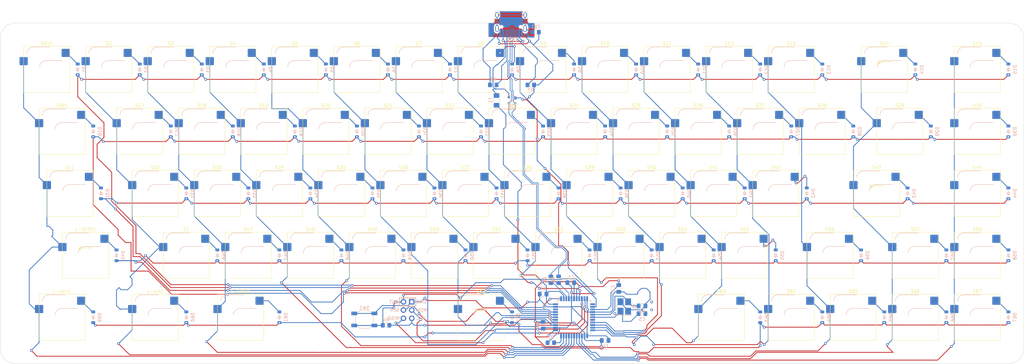
<source format=kicad_pcb>
(kicad_pcb (version 20221018) (generator pcbnew)
  (layers (0 "F.Cu" signal) (31 "B.Cu" signal) (34 "B.Paste" user) (35 "F.Paste" user) (36 "B.SilkS" user "B.Silkscreen") (37 "F.SilkS" user "F.Silkscreen") (38 "B.Mask" user) (39 "F.Mask" user) (44 "Edge.Cuts" user))
  (net 0 "")
  (net 1 "Net-(U1-UCAP)")
  (net 2 "GND")
  (net 3 "+5V")
  (net 4 "Net-(U1-XTAL1)")
  (net 5 "Net-(U1-XTAL2)")
  (net 6 "col0")
  (net 7 "Net-(D31-A)")
  (net 8 "row0")
  (net 9 "Net-(D1-A)")
  (net 10 "Net-(D2-A)")
  (net 11 "Net-(D3-A)")
  (net 12 "Net-(D4-A)")
  (net 13 "Net-(D5-A)")
  (net 14 "Net-(D6-A)")
  (net 15 "Net-(D7-A)")
  (net 16 "Net-(D8-A)")
  (net 17 "Net-(D9-A)")
  (net 18 "Net-(D10-A)")
  (net 19 "Net-(D11-A)")
  (net 20 "Net-(D12-A)")
  (net 21 "Net-(D13-A)")
  (net 22 "Net-(D14-A)")
  (net 23 "Net-(D15-A)")
  (net 24 "row1")
  (net 25 "Net-(D16-A)")
  (net 26 "Net-(D17-A)")
  (net 27 "Net-(D18-A)")
  (net 28 "Net-(D19-A)")
  (net 29 "Net-(D20-A)")
  (net 30 "Net-(D21-A)")
  (net 31 "Net-(D22-A)")
  (net 32 "Net-(D23-A)")
  (net 33 "Net-(D24-A)")
  (net 34 "Net-(D25-A)")
  (net 35 "Net-(D26-A)")
  (net 36 "Net-(D27-A)")
  (net 37 "Net-(D28-A)")
  (net 38 "Net-(D29-A)")
  (net 39 "Net-(D30-A)")
  (net 40 "row2")
  (net 41 "Net-(D32-A)")
  (net 42 "Net-(D33-A)")
  (net 43 "Net-(D34-A)")
  (net 44 "Net-(D35-A)")
  (net 45 "Net-(D36-A)")
  (net 46 "Net-(D37-A)")
  (net 47 "Net-(D38-A)")
  (net 48 "Net-(D39-A)")
  (net 49 "Net-(D40-A)")
  (net 50 "Net-(D41-A)")
  (net 51 "Net-(D42-A)")
  (net 52 "Net-(D43-A)")
  (net 53 "Net-(D44-A)")
  (net 54 "row3")
  (net 55 "Net-(D45-A)")
  (net 56 "Net-(D46-A)")
  (net 57 "Net-(D47-A)")
  (net 58 "Net-(D48-A)")
  (net 59 "Net-(D49-A)")
  (net 60 "Net-(D50-A)")
  (net 61 "Net-(D51-A)")
  (net 62 "Net-(D52-A)")
  (net 63 "Net-(D53-A)")
  (net 64 "Net-(D54-A)")
  (net 65 "Net-(D55-A)")
  (net 66 "Net-(D56-A)")
  (net 67 "Net-(D57-A)")
  (net 68 "Net-(D58-A)")
  (net 69 "row4")
  (net 70 "Net-(D59-A)")
  (net 71 "Net-(D60-A)")
  (net 72 "Net-(D61-A)")
  (net 73 "Net-(D62-A)")
  (net 74 "Net-(D63-A)")
  (net 75 "Net-(D64-A)")
  (net 76 "Net-(D65-A)")
  (net 77 "Net-(D66-A)")
  (net 78 "Net-(D67-A)")
  (net 79 "VCC")
  (net 80 "MISO")
  (net 81 "SCK")
  (net 82 "MOSI")
  (net 83 "RESET")
  (net 84 "col1")
  (net 85 "col2")
  (net 86 "Net-(U1-~{HWB}{slash}PE2)")
  (net 87 "D+")
  (net 88 "D-")
  (net 89 "Net-(USB1-CC2)")
  (net 90 "Net-(USB1-CC1)")
  (net 91 "col3")
  (net 92 "col4")
  (net 93 "col5")
  (net 94 "col6")
  (net 95 "col7")
  (net 96 "col8")
  (net 97 "col9")
  (net 98 "col10")
  (net 99 "col11")
  (net 100 "col12")
  (net 101 "col13")
  (net 102 "col14")
  (net 108 "DN")
  (net 109 "DP")
  (net 110 "Earth")
  (footprint "ScottoKeebs_Hotswap:Hotswap_MX_1.00u" (layer "F.Cu") (at 255.97 113.6275)
    (fp_text reference "S39")
    (fp_text value "Keyswitch")
  )
  (footprint "ScottoKeebs_Hotswap:Hotswap_MX_1.00u" (layer "F.Cu") (at 108.3325 75.5275)
    (fp_text reference "S2")
    (fp_text value "Keyswitch")
  )
  (footprint "ScottoKeebs_Hotswap:Hotswap_MX_1.00u" (layer "F.Cu") (at 260.7325 75.5275)
    (fp_text reference "S10")
    (fp_text value "Keyswitch")
  )
  (footprint "ScottoKeebs_Hotswap:Hotswap_MX_1.25u" (layer "F.Cu") (at 296.45125 151.7275)
    (fp_text reference "S63")
    (fp_text value "Keyswitch")
  )
  (footprint "ScottoKeebs_Hotswap:Hotswap_MX_1.50u" (layer "F.Cu") (at 122.62 151.7275)
    (fp_text reference "L-alt1")
    (fp_text value "Keyswitch")
  )
  (footprint "ScottoKeebs_Hotswap:Hotswap_MX_1.00u" (layer "F.Cu") (at 227.395 132.6775)
    (fp_text reference "S51")
    (fp_text value "Keyswitch")
  )
  (footprint "ScottoKeebs_Hotswap:Hotswap_MX_1.00u" (layer "F.Cu") (at 375.0325 113.6275)
    (fp_text reference "S44")
    (fp_text value "Keyswitch")
  )
  (footprint "ScottoKeebs_Hotswap:Hotswap_MX_1.00u" (layer "F.Cu") (at 136.9075 94.5775)
    (fp_text reference "S18")
    (fp_text value "Keyswitch")
  )
  (footprint "ScottoKeebs_Hotswap:Hotswap_MX_1.00u" (layer "F.Cu") (at 336.9325 151.7275)
    (fp_text reference "S65")
    (fp_text value "Keyswitch")
  )
  (footprint "ScottoKeebs_Hotswap:Hotswap_MX_1.00u" (layer "F.Cu") (at 375.0325 94.5775)
    (fp_text reference "S30")
    (fp_text value "Keyswitch")
  )
  (footprint "ScottoKeebs_Hotswap:Hotswap_MX_1.00u" (layer "F.Cu") (at 146.4325 75.5275)
    (fp_text reference "S4")
    (fp_text value "Keyswitch")
  )
  (footprint "ScottoKeebs_Stabilizer:Stabilizer_MX_2.00u" (layer "F.Cu") (at 344.07625 113.6275)
    (fp_text reference "REF**")
    (fp_text value "Stabilizer_MX_2.00u")
  )
  (footprint "ScottoKeebs_Hotswap:Hotswap_MX_1.00u" (layer "F.Cu") (at 265.495 132.6775)
    (fp_text reference "S53")
    (fp_text value "Keyswitch")
  )
  (footprint "ScottoKeebs_Hotswap:Hotswap_MX_1.25u" (layer "F.Cu") (at 148.81375 151.7275)
    (fp_text reference "L-CMD1")
    (fp_text value "Keyswitch")
  )
  (footprint "ScottoKeebs_Hotswap:Hotswap_MX_1.00u" (layer "F.Cu") (at 179.77 113.6275)
    (fp_text reference "S35")
    (fp_text value "Keyswitch")
  )
  (footprint "ScottoKeebs_Hotswap:Hotswap_MX_1.00u" (layer "F.Cu") (at 236.92 113.6275)
    (fp_text reference "S38")
    (fp_text value "Keyswitch")
  )
  (footprint "ScottoKeebs_Hotswap:Hotswap_MX_1.00u" (layer "F.Cu") (at 289.3075 94.5775)
    (fp_text reference "S26")
    (fp_text value "Keyswitch")
  )
  (footprint "ScottoKeebs_Hotswap:Hotswap_MX_1.00u" (layer "F.Cu") (at 213.1075 94.5775)
    (fp_text reference "S22")
    (fp_text value "Keyswitch")
  )
  (footprint "ScottoKeebs_Hotswap:Hotswap_MX_1.00u" (layer "F.Cu") (at 132.145 132.6775)
    (fp_text reference "Z1")
    (fp_text value "Keyswitch")
  )
  (footprint "ScottoKeebs_Hotswap:Hotswap_MX_1.00u" (layer "F.Cu") (at 270.2575 94.5775)
    (fp_text reference "S25")
    (fp_text value "Keyswitch")
  )
  (footprint "ScottoKeebs_Hotswap:Hotswap_MX_1.00u" (layer "F.Cu") (at 160.72 113.6275)
    (fp_text reference "S34")
    (fp_text value "Keyswitch")
  )
  (footprint "ScottoKeebs_Hotswap:Hotswap_MX_1.00u" (layer "F.Cu") (at 175.0075 94.5775)
    (fp_text reference "S20")
    (fp_text value "Keyswitch")
  )
  (footprint "ScottoKeebs_Hotswap:Hotswap_MX_1.00u" (layer "F.Cu") (at 284.545 132.6775)
    (fp_text reference "S54")
    (fp_text value "Keyswitch")
  )
  (footprint "ScottoKeebs_Hotswap:Hotswap_MX_1.00u" (layer "F.Cu") (at 317.8825 151.7275)
    (fp_text reference "S64")
    (fp_text value "Keyswitch")
  )
  (footprint "ScottoKeebs_Stabilizer:Stabilizer_MX_2.00u" (layer "F.Cu") (at 101.18875 132.6775)
    (fp_text reference "REF**")
    (fp_text value "Stabilizer_MX_2.00u")
  )
  (footprint "ScottoKeebs_Hotswap:Hotswap_MX_1.00u" (layer "F.Cu") (at 355.9825 132.6775)
    (fp_text reference "S57")
    (fp_text value "Keyswitch")
  )
  (footprint "ScottoKeebs_Hotswap:Hotswap_MX_1.00u" (layer "F.Cu") (at 313.12 113.6275)
    (fp_text reference "S42")
    (fp_text value "Keyswitch")
  )
  (footprint "ScottoKeebs_Hotswap:Hotswap_MX_1.00u" (layer "F.Cu") (at 279.7825 75.5275)
    (fp_text reference "S11")
    (fp_text value "Keyswitch")
  )
  (footprint "ScottoKeebs_Stabilizer:Stabilizer_MX_6.25u" (layer "F.Cu") (at 222.6325 151.7275)
    (fp_text reference "REF**")
    (fp_text value "Stabilizer_MX_6.25u")
  )
  (footprint "ScottoKeebs_Hotswap:Hotswap_MX_1.50u" (layer "F.Cu") (at 94.045 94.5775)
    (fp_text reference "TAB1")
    (fp_text value "Keyswitch")
  )
  (footprint "ScottoKeebs_Hotswap:Hotswap_MX_1.00u" (layer "F.Cu") (at 303.595 132.6775)
    (fp_text reference "S55")
    (fp_text value "Keyswitch")
  )
  (footprint "ScottoKeebs_Hotswap:Hotswap_MX_1.00u" (layer "F.Cu") (at 89.2825 75.5275)
    (fp_text reference "GRV1")
    (fp_text value "Keyswitch")
  )
  (footprint "ScottoKeebs_Hotswap:Hotswap_MX_1.00u" (layer "F.Cu") (at 241.6825 75.5275)
    (fp_text reference "S9")
    (fp_text value "Keyswitch")
  )
  (footprint "ScottoKeebs_Hotswap:Hotswap_MX_1.00u" (layer "F.Cu") (at 122.62 113.6275)
    (fp_text reference "S32")
    (fp_text value "Keyswitch")
  )
  (footprint "ScottoKeebs_Hotswap:Hotswap_MX_1.00u" (layer "F.Cu") (at 194.0575 94.5775)
    (fp_text reference "S21")
    (fp_text value "Keyswitch")
  )
  (footprint "ScottoKeebs_Hotswap:Hotswap_MX_1.00u" (layer "F.Cu") (at 275.02 113.6275)
    (fp_text reference "S40")
    (fp_text value "Keyswitch")
  )
  (footprint "ScottoKeebs_Hotswap:Hotswap_MX_1.00u" (layer "F.Cu") (at 184.5325 75.5275)
    (fp_text reference "S6")
    (fp_text value "Keyswitch")
  )
  (footprint "ScottoKeebs_Hotswap:Hotswap_MX_1.00u" (layer "F.Cu") (at 375.0325 75.5275)
    (fp_text reference "S15")
    (fp_text value "Keyswitch")
  )
  (footprint "ScottoKeebs_Hotswap:Hotswap_MX_1.00u" (layer "F.Cu") (at 208.345 132.6775)
    (fp_text reference "S50")
    (fp_text value "Keyswitch")
  )
  (footprint "ScottoKeebs_Hotswap:Hotswap_MX_1.00u" (layer "F.Cu") (at 141.67 113.6275)
    (fp_text reference "S33")
    (fp_text value "Keyswitch")
  )
  (footprint "ScottoKeebs_Stabilizer:Stabilizer_MX_2.00u" (layer "F.Cu") (at 346.4575 75.5275)
    (fp_text reference "REF**")
    (fp_text value "Stabilizer_MX_2.00u")
  )
  (footprint "ScottoKeebs_Hotswap:Hotswap_MX_2.25u" (layer "F.Cu") (at 344.07625 113.6275)
    (fp_text reference "S43")
    (fp_text value "Keyswitch")
  )
  (footprint "ScottoKeebs_Hotswap:Hotswap_MX_2.00u" (layer "F.Cu") (at 346.4575 75.5275)
    (fp_text reference "S14")
    (fp_text value "Keyswitch")
  )
  (footprint "ScottoKeebs_Hotswap:Hotswap_MX_1.00u" (layer "F.Cu") (at 232.1575 94.5775)
    (fp_text reference "S23")
    (fp_text value "Keyswitch")
  )
  (footprint "ScottoKeebs_Hotswap:Hotswap_MX_1.00u" (layer "F.Cu") (at 222.6325 75.5275)
    (fp_text reference "S8")
    (fp_text value "Keyswitch")
  )
  (footprint "ScottoKeebs_Hotswap:Hotswap_MX_1.00u" (layer "F.Cu") (at 189.295 132.6775)
    (fp_text reference "S49")
    (fp_text value "Keyswitch")
  )
  (footprint "ScottoKeebs_Hotswap:Hotswap_MX_1.00u" (layer "F.Cu") (at 217.87 113.6275)
    (fp_text reference "S37")
    (fp_text value "Keyswitch")
  )
  (footprint "ScottoKeebs_Hotswap:Hotswap_MX_1.00u" (layer "F.Cu") (at 165.4825 75.5275)
    (fp_text reference "S5")
    (fp_text value "Keyswitch")
  )
  (footprint "ScottoKeebs_Hotswap:Hotswap_MX_1.00u" (layer "F.Cu") (at 308.3575 94.5775)
    (fp_text reference "S27")
    (fp_text value "Keyswitch")
  )
  (footprint "ScottoKeebs_Hotswap:Hotswap_MX_1.00u" (layer "F.Cu") (at 294.07 113.6275)
    (fp_text reference "S41")
    (fp_text value "Keyswitch")
  )
  (footprint "ScottoKeebs_Hotswap:Hotswap_MX_1.00u" (layer "F.Cu") (at 117.8575 94.5775)
    (fp_text reference "S17")
    (fp_text value "Keyswitch")
  )
  (footprint "ScottoKeebs_Hotswap:Hotswap_MX_1.00u" (layer "F.Cu") (at 246.445 132.6775)
    (fp_text reference "S52")
    (fp_text value "Keyswitch")
  )
  (footprint "ScottoKeebs_Hotswap:Hotswap_MX_1.75u" (layer "F.Cu") (at 96.42625 113.6275)
    (fp_text reference "CL1")
    (fp_text value "Keyswitch")
  )
  (footprint "ScottoKeebs_Hotswap:Hotswap_MX_1.00u" (layer "F.Cu") (at 317.8825 75.5275)
    (fp_text reference "S13")
    (fp_text value "Keyswitch")
  )
  (footprint "ScottoKeebs_Hotswap:Hotswap_MX_1.00u" (layer "F.Cu") (at 151.195 132.6775)
    (fp_text reference "S47")
    (fp_text value "Keyswitch")
  )
  (footprint "ScottoKeebs_Hotswap:Hotswap_MX_1.50u" (layer "F.Cu") (at 351.22 94.5775)
    (fp_text reference "S29")
    (fp_text value "Keyswitch")
  )
  (footprint "ScottoKeebs_Hotswap:Hotswap_MX_1.50u" (layer "F.Cu") (at 94.045 151.7275)
    (fp_text reference "L-ctrl1")
    (fp_text value "Keyswitch")
  )
  (footprint "ScottoKeebs_Hotswap:Hotswap_MX_1.00u" (layer "F.Cu") (at 298.8325 75.5275)
    (fp_text reference "S12")
    (fp_text value "Keyswitch")
  )
  (footprint "ScottoKeebs_Hotswap:Hotswap_MX_1.00u" (layer "F.Cu") (at 170.245 132.6775)
    (fp_text reference "S48")
    (fp_text value "Keyswitch")
  )
  (footprint "ScottoKeebs_Hotswap:Hotswap_MX_1.00u" (layer "F.Cu") (at 127.3825 75.5275)
    (fp_text reference "S3")
    (fp_text value "Keyswitch")
  )
  (footprint "ScottoKeebs_Hotswap:Hotswap_MX_1.00u" (layer "F.Cu") (at 203.5825 75.5275)
    (fp_text reference "S7")
    (fp_text value "Keyswitch")
  )
  (footprint "ScottoKeebs_Hotswap:Hotswap_MX_1.00u" (layer "F.Cu") (at 155.9575 94.5775)
    (fp_text reference "S19")
    (fp_text value "Keyswitch")
  )
  (footprint "ScottoKeebs_Hotswap:Hotswap_MX_1.00u" (layer "F.Cu") (at 355.9825 151.7275)
    (fp_text reference "S66")
    (fp_text value "Keyswitch")
  )
  (footprint "ScottoKeebs_Hotswap:Hotswap_MX_1.00u" (layer "F.Cu") (at 251.2075 94.5775)
    (fp_text reference "S24")
    (fp_text value "Keyswitch")
  )
  (footprint "ScottoKeebs_Hotswap:Hotswap_MX_1.00u" (layer "F.Cu") (at 327.4075 94.5775)
    (fp_text reference "S28")
    (fp_text value "Keyswitch")
  )
  (footprint "ScottoKeebs_Hotswap:Hotswap_MX_1.00u" (layer "F.Cu") (at 198.82 113.6275)
    (fp_text reference "S36")
    (fp_text value "Keyswitch")
  )
  (footprint "ScottoKeebs_Hotswap:Hotswap_MX_1.00u" (layer "F.Cu") (at 375.0325 132.6775)
    (fp_text reference "S58")
    (fp_text value "Keyswitch")
  )
  (footprint "ScottoKeebs_Hotswap:Hotswap_MX_1.00u" (layer "F.Cu") (at 375.0325 151.7275)
    (fp_text reference "S67")
    (fp_text value "Keyswitch")
  )
  (footprint "ScottoKeebs_Hotswap:Hotswap_MX_6.50u" (layer "F.Cu") (at 222.6325 151.7275)
    (fp_text reference "S62")
    (fp_text value "Keyswitch")
  )
  (footprint "ScottoKeebs_Hotswap:Hotswap_MX_2.25u" (layer "F.Cu") (at 101.18875 132.6775)
    (fp_text reference "L-Shift1")
    (fp_text value "Keyswitch")
  )
  (footprint "ScottoKeebs_Hotswap:Hotswap_MX_1.75u" (layer "F.Cu") (at 329.78875 132.6775)
    (fp_text reference "S56")
    (fp_text value "Keyswitch")
  )
  (footprint "ScottoKeebs_Components:Diode_SOD-123" (layer "B.Cu") (at 298.8325 94.5775 90)
    (fp_text reference "D26")
    (fp_text value "Diode")
  )
  (footprint "ScottoKeebs_Components:Diode_SOD-123" (layer "B.Cu") (at 275.02 132.6775 90)
    (fp_text reference "D53")
    (fp_text value "Diode")
  )
  (footprint "Capacitor_SMD:C_0805_2012Metric_Pad1.18x1.45mm_HandSolder" (layer "B.Cu") (at 260.7325 158.87125)
    (fp_text reference "C4")
    (fp_text value "0.1uF")
  )
  (footprint "ScottoKeebs_Components:Diode_SOD-123" (layer "B.Cu") (at 294.07 132.6775 90)
    (fp_text reference "D54")
    (fp_text value "Diode")
  )
  (footprint "ScottoKeebs_Components:Diode_SOD-123" (layer "B.Cu") (at 103.57 151.7275 90)
    (fp_text reference "D59")
    (fp_text value "Diode")
  )
  (footprint "Resistor_SMD:R_0805_2012Metric_Pad1.20x1.40mm_HandSolder" (layer "B.Cu") (at 246.459575 140.196206 -90)
    (fp_text reference "R6")
    (fp_text value "22")
  )
  (footprint "ScottoKeebs_Components:Diode_SOD-123" (layer "B.Cu") (at 260.7325 94.5775 90)
    (fp_text reference "D24")
    (fp_text value "Diode")
  )
  (footprint "ScottoKeebs_Components:Diode_SOD-123" (layer "B.Cu") (at 103.57 94.5775 90)
    (fp_text reference "D16")
    (fp_text value "Diode")
  )
  (footprint "ScottoKeebs_Components:Diode_SOD-123" (layer "B.Cu") (at 98.8075 75.5275 90)
    (fp_text reference "D1")
    (fp_text value "Diode")
  )
  (footprint "ScottoKeebs_Components:Diode_SOD-123" (layer "B.Cu") (at 141.67 132.6775 90)
    (fp_text reference "D46")
    (fp_text value "Diode")
  )
  (footprint "ScottoKeebs_Components:Diode_SOD-123" (layer "B.Cu") (at 146.4325 94.5775 90)
    (fp_text reference "D18")
    (fp_text value "Diode")
  )
  (footprint "ScottoKeebs_Components:Diode_SOD-123" (layer "B.Cu") (at 241.6825 94.5775 90)
    (fp_text reference "D23")
    (fp_text value "Diode")
  )
  (footprint "ScottoKeebs_Components:Diode_SOD-123" (layer "B.Cu") (at 194.0575 75.5275 90)
    (fp_text reference "D6")
    (fp_text value "Diode")
  )
  (footprint "ScottoKeebs_Components:Diode_SOD-123" (layer "B.Cu") (at 384.5575 94.5775 90)
    (fp_text reference "D30")
    (fp_text value "Diode")
  )
  (footprint "ScottoKeebs_Components:Diode_SOD-123" (layer "B.Cu") (at 365.5075 151.7275 90)
    (fp_text reference "D66")
    (fp_text value "Diode")
  )
  (footprint "ScottoKeebs_Components:Diode_SOD-123" (layer "B.Cu") (at 265.495 113.6275 90)
    (fp_text reference "D39")
    (fp_text value "Diode")
  )
  (footprint "Capacitor_SMD:C_0805_2012Metric_Pad1.18x1.45mm_HandSolder" (layer "B.Cu") (at 272.058021 148.232933)
    (fp_text reference "C6")
    (fp_text value "22pF")
  )
  (footprint "ScottoKeebs_Components:Diode_SOD-123" (layer "B.Cu") (at 132.145 151.7275 90)
    (fp_text reference "D60")
    (fp_text value "Diode")
  )
  (footprint "ScottoKeebs_Components:Diode_SOD-123" (layer "B.Cu") (at 160.72 132.6775 90)
    (fp_text reference "D47")
    (fp_text value "Diode")
  )
  (footprint "ScottoKeebs_Components:Diode_SOD-123" (layer "B.Cu") (at 132.145 113.6275 90)
    (fp_text reference "D32")
    (fp_text value "Diode")
  )
  (footprint "Inductor_SMD:L_0805_2012Metric_Pad1.15x1.40mm_HandSolder" (layer "B.Cu") (at 239.360521 64.060433 180)
    (fp_text reference "FB1")
    (fp_text value "60@100MHz")
  )
  (footprint "ScottoKeebs_Components:Diode_SOD-123" (layer "B.Cu") (at 251.2075 75.5275 90)
    (fp_text reference "D9")
    (fp_text value "Diode")
  )
  (footprint "ScottoKeebs_Components:Diode_SOD-123" (layer "B.Cu") (at 308.3575 151.7275 90)
    (fp_text reference "D63")
    (fp_text value "Diode")
  )
  (footprint "ScottoKeebs_Components:Diode_SOD-123" (layer "B.Cu") (at 346.4575 151.7275 90)
    (fp_text reference "D65")
    (fp_text value "Diode")
  )
  (footprint "ScottoKeebs_Components:Diode_SOD-123" (layer "B.Cu") (at 308.3575 75.5275 90)
    (fp_text reference "D12")
    (fp_text value "Diode")
  )
  (footprint "ScottoKeebs_Components:Diode_SOD-123" (layer "B.Cu") (at 284.545 113.6275 90)
    (fp_text reference "D40")
    (fp_text value "Diode")
  )
  (footprint "ScottoKeebs_Components:Diode_SOD-123" (layer "B.Cu") (at 117.8575 75.5275 90)
    (fp_text reference "D2")
    (fp_text value "Diode")
  )
  (footprint "ScottoKeebs_Components:Diode_SOD-123" (layer "B.Cu") (at 313.12 132.6775 90)
    (fp_text reference "D55")
    (fp_text value "Diode")
  )
  (footprint "ScottoKeebs_Components:Diode_SOD-123" (layer "B.Cu") (at 360.745 94.5775 90)
    (fp_text reference "D29")
    (fp_text value "Diode")
  )
  (footprint "ScottoKeebs_Components:Diode_SOD-123" (layer "B.Cu") (at 255.97 132.6775 90)
    (fp_text reference "D52")
    (fp_text value "Diode")
  )
  (footprint "Resistor_SMD:R_0805_2012Metric_Pad1.20x1.40mm_HandSolder" (layer "B.Cu") (at 226.395 80.29 180)
    (fp_text reference "R8")
    (fp_text value "5.1k")
  )
  (footprint "ScottoKeebs_Components:Diode_SOD-123" (layer "B.Cu") (at 179.77 132.6775 90)
    (fp_text reference "D48")
    (fp_text value "Diode")
  )
  (footprint "ScottoKeebs_Components:Diode_SOD-123" (layer "B.Cu") (at 127.3825 94.5775 90)
    (fp_text reference "D17")
    (fp_text value "Diode")
  )
  (footprint "Type-C.pretty-master:HRO-TYPE-C-31-M-12-HandSoldering" (layer "B.Cu") (at 231.865 56.180622)
    (fp_text reference "USB1")
    (fp_text value "HRO-TYPE-C-31-M-12")
  )
  (footprint "ScottoKeebs_Components:Diode_SOD-123" (layer "B.Cu") (at 365.5075 132.6775 90)
    (fp_text reference "D57")
    (fp_text value "Diode")
  )
  (footprint "ScottoKeebs_Components:Diode_SOD-123" (layer "B.Cu") (at 198.82 132.6775 90)
    (fp_text reference "D49")
    (fp_text value "Diode")
  )
  (footprint "Resistor_SMD:R_0805_2012Metric_Pad1.20x1.40mm_HandSolder" (layer "B.Cu") (at 237.92 80.29)
    (fp_text reference "R7")
    (fp_text value "5.1k")
  )
  (footprint "ScottoKeebs_Components:Diode_SOD-123" (layer "B.Cu") (at 232.1575 75.5275 90)
    (fp_text reference "D8")
    (fp_text value "Diode")
  )
  (footprint "Button_Switch_SMD:SW_SPST_SKQG_WithStem" (layer "B.Cu") (at 186.804847 152.400128 180)
    (fp_text reference "SW1")
    (fp_text value "SW_Push")
  )
  (footprint "random-keyboard-parts.pretty-master:SOT143B" (layer "B.Cu") (at 232.1575 85.0525 180)
    (fp_text reference "U2")
    (fp_text value "PRTR5V0U2X")
  )
  (footprint "ScottoKeebs_Components:Diode_SOD-123" (layer "B.Cu") (at 217.87 132.6775 90)
    (fp_text reference "D50")
    (fp_text value "Diode")
  )
  (footprint "Capacitor_SMD:C_0805_2012Metric_Pad1.18x1.45mm_HandSolder" (layer "B.Cu") (at 241.6825 144.58375 180)
    (fp_text reference "C7")
    (fp_text value "10uF")
  )
  (footprint "random-keyboard-parts.pretty-master:Reset_Pretty-Mask" (layer "B.Cu") (at 200.09 149.505)
    (fp_text reference "J1")
    (fp_text value "AVR-ISP-6")
  )
  (footprint "ScottoKeebs_Components:Diode_SOD-123" (layer "B.Cu") (at 384.5575 75.5275 90)
    (fp_text reference "D15")
    (fp_text value "Diode")
  )
  (footprint "ScottoKeebs_Components:Diode_SOD-123" (layer "B.Cu") (at 355.9825 75.5275 90)
    (fp_text reference "D14")
    (fp_text value "Diode")
  )
  (footprint "ScottoKeebs_Components:Diode_SOD-123" (layer "B.Cu") (at 160.72 151.7275 90)
    (fp_text reference "D61")
    (fp_text value "Diode")
  )
  (footprint "Capacitor_SMD:C_0805_2012Metric_Pad1.18x1.45mm_HandSolder" (layer "B.Cu") (at 241.697067 154.186085 -90)
    (fp_text reference "C3")
    (fp_text value "0.1uF")
  )
  (footprint "ScottoKeebs_Components:Diode_SOD-123" (layer "B.Cu") (at 213.1075 75.5275 90)
    (fp_text reference "D7")
    (fp_text value "Diode")
  )
  (footprint "ScottoKeebs_Components:Diode_SOD-123" (layer "B.Cu") (at 208.345 113.6275 90)
    (fp_text reference "D36")
    (fp_text value "Diode")
  )
  (footprint "ScottoKeebs_Components:Diode_SOD-123" (layer "B.Cu") (at 289.3075 75.5275 90)
    (fp_text reference "D11")
    (fp_text value "Diode")
  )
  (footprint "ScottoKeebs_Components:Diode_SOD-123" (layer "B.Cu") (at 279.7825 94.5775 90)
    (fp_text reference "D25")
    (fp_text value "Diode")
  )
  (footprint "ScottoKeebs_Components:Diode_SOD-123" (layer "B.Cu") (at 227.395 113.6275 90)
    (fp_text reference "D37")
    (fp_text value "Diode")
  )
  (footprint "ScottoKeebs_Components:Diode_SOD-123" (layer "B.Cu") (at 184.5325 94.5775 90)
    (fp_text reference "D20")
    (fp_text value "Diode")
  )
  (footprint "ScottoKeebs_Components:Diode_SOD-123" (layer "B.Cu") (at 189.295 113.6275 90)
    (fp_text reference "D35")
    (fp_text value "Diode")
  )
  (footprint "Resistor_SMD:R_0805_2012Metric_Pad1.20x1.40mm_HandSolder" (layer "B.Cu") (at 244.078323 159.543911 180)
    (fp_text reference "R1")
    (fp_text value "10k")
  )
  (footprint "ScottoKeebs_Components:Diode_SOD-123" (layer "B.Cu") (at 232.1575 151.7275 90)
    (fp_text reference "D62")
    (fp_text value "Diode")
  )
  (footprint "Fuse:Fuse_1206_3216Metric_Pad1.42x1.75mm_HandSolder" (layer "B.Cu") (at 227.395 85.0525 -90)
    (fp_text reference "F1")
    (fp_text value "500m")
  )
  (footprint "ScottoKeebs_Components:Diode_SOD-123" (layer "B.Cu") (at 175.0075 75.5275 90)
    (fp_text reference "D5")
    (fp_text value "Diode")
  )
  (footprint "ScottoKeebs_Components:Diode_SOD-123" (layer "B.Cu") (at 110.71375 132.6775 90)
    (fp_text reference "D45")
    (fp_text value "Diode")
  )
  (footprint "ScottoKeebs_Components:Diode_SOD-123" (layer "B.Cu") (at 327.4075 75.5275 90)
    (fp_text reference "D13")
    (fp_text value "Diode")
  )
  (footprint "ScottoKeebs_Components:Diode_SOD-123" (layer "B.Cu") (at 151.195 113.6275 90)
    (fp_text reference "D33")
    (fp_text value "Diode")
  )
  (footprint "ScottoKeebs_Components:Diode_SOD-123" (layer "B.Cu") (at 353.60125 113.6275 90)
    (fp_text reference "D43")
    (fp_text value "Diode")
  )
  (footprint "Capacitor_SMD:C_0805_2012Metric_Pad1.18x1.45mm_HandSolder" (layer "B.Cu") (at 272.058021 150.614183)
    (fp_text reference "C5")
    (fp_text value "22pF")
  )
  (footprint "Resistor_SMD:R_0805_2012Metric_Pad1.20x1.40mm_HandSolder" (layer "B.Cu") (at 244.078323 140.196206 -90)
    (fp_text reference "R5")
    (fp_text value "22")
  )
  (footprint "Resistor_SMD:R_0805_2012Metric_Pad1.20x1.40mm_HandSolder" (layer "B.Cu") (at 193.476725 154.186067 180)
    (fp_text reference "R4")
    (fp_text value "10k")
  )
  (footprint "ScottoKeebs_Components:Diode_SOD-123" (layer "B.Cu") (at 165.4825 94.5775 90)
    (fp_text reference "D19")
    (fp_text value "Diode")
  )
  (footprint "ScottoKeebs_Components:Diode_SOD-123" (layer "B.Cu") (at 155.9575 75.5275 90)
    (fp_text reference "D4")
    (fp_text value "Diode")
  )
  (footprint "ScottoKeebs_Components:Diode_SOD-123" (layer "B.Cu") (at 317.8825 94.5775 90)
    (fp_text reference "D27")
    (fp_text value "Diode")
  )
  (footprint "ScottoKeebs_Components:Diode_SOD-123" (layer "B.Cu") (at 327.4075 151.7275 90)
    (fp_text reference "D64")
    (fp_text value "Diode")
  )
  (footprint "ScottoKeebs_Components:Diode_SOD-123" (layer "B.Cu") (at 236.92 132.6775 90)
    (fp_text reference "D51")
    (fp_text value "Diode")
  )
  (footprint "Capacitor_SMD:C_0805_2012Metric_Pad1.18x1.45mm_HandSolder" (layer "B.Cu") (at 264.914285 142.87512 -90)
    (fp_text reference "C2")
    (fp_text value "0.1uF")
  )
  (footprint "ScottoKeebs_Components:Diode_SOD-123" (layer "B.Cu") (at 384.5575 151.7275 90)
    (fp_text reference "D67")
    (fp_text value "Diode")
  )
  (footprint "ScottoKeebs_Components:Diode_SOD-123" (layer "B.Cu") (at 339.31375 132.6775 90)
    (fp_text reference "D56")
    (fp_text value "Diode")
  )
  (footprint "ScottoKeebs_Components:Diode_SOD-123" (layer "B.Cu") (at 270.2575 75.5275 90)
    (fp_text reference "D10")
    (fp_text value "Diode")
  )
  (footprint "Package_QFP:TQFP-44_10x10mm_P0.8mm" (layer "B.Cu") (at 251.2075 151.7275 -90)
    (fp_text reference "U1")
    (fp_text value "ATmega32U4-A")
  )
  (footprint "ScottoKeebs_Components:Diode_SOD-123" (layer "B.Cu") (at 136.9075 75.5275 90)
    (fp_text reference "D3")
    (fp_text value "Diode")
  )
  (footprint "ScottoKeebs_Components:Diode_SOD-123" (layer "B.Cu") (at 246.445 113.6275 90)
    (fp_text reference "D38")
    (fp_text value "Diode")
  )
  (footprint "Crystal:Crystal_SMD_3225-4Pin_3.2x2.5mm_HandSoldering" (layer "B.Cu") (at 266.645 148.415 90)
    (fp_text reference "Y1")
    (fp_text value "16MHz")
  )
  (footprint "ScottoKeebs_Components:Diode_SOD-123" (layer "B.Cu") (at 105.95125 113.6275 90)
    (fp_text reference "D31")
    (fp_text value "Diode")
  )
  (footprint "ScottoKeebs_Components:Diode_SOD-123" (layer "B.Cu") (at 203.5825 94.5775 90)
    (fp_text reference "D21")
    (fp_text value "Diode")
  )
  (footprint "ScottoKeebs_Components:Diode_SOD-123" (layer "B.Cu") (at 303.595 113.6275 90)
    (fp_text reference "D41")
    (fp_text value "Diode")
  )
  (footprint "ScottoKeebs_Components:Diode_SOD-123" (layer "B.Cu") (at 336.9325 94.5775 90)
    (fp_text reference "D28")
    (fp_text value "Diode")
  )
  (footprint "ScottoKeebs_Components:Diode_SOD-123" (layer "B.Cu") (at 384.5575 113.6275 90)
    (fp_text reference "D44")
    (fp_text value "Diode")
  )
  (footprint "Capacitor_SMD:C_0805_2012Metric_Pad1.18x1.45mm_HandSolder" (layer "B.Cu") (at 250.175992 141.089177 180)
    (fp_text reference "C1")
    (fp_text value "1uF")
  )
  (footprint "ScottoKeebs_Components:Diode_SOD-123" (layer "B.Cu") (at 222.6325 94.5775 90)
    (fp_text reference "D22")
    (fp_text value "Diode")
  )
  (footprint "ScottoKeebs_Components:Diode_SOD-123" (layer "B.Cu") (at 170.245 113.6275 90)
    (fp_text reference "D34")
    (fp_text value "Diode")
  )
  (footprint "ScottoKeebs_Components:Diode_SOD-123" (layer "B.Cu") (at 384.5575 132.6775 90)
    (fp_text reference "D58")
    (fp_text value "Diode")
  )
  (footprint "ScottoKeebs_Components:Diode_SOD-123" (layer "B.Cu") (at 322.645 113.6275 90)
    (fp_text reference "D42")
    (fp_text value "Diode")
  )
  (gr_line (start 79.7575 166.015084) (end 384.557756 166.015084) (stroke (width 0.1)) (layer "Edge.Cuts"))
  (gr_arc (start 74.994996 66.0025) (mid 76.389901 62.634901) (end 79.7575 61.239996) (stroke (width 0.1)) (layer "Edge.Cuts"))
  (gr_arc (start 79.7575 166.015084) (mid 76.389901 164.620179) (end 74.994996 161.25258) (stroke (width 0.1)) (layer "Edge.Cuts"))
  (gr_line (start 236.920132 60.644683) (end 236.920132 57.668118) (stroke (width 0.1)) (layer "Edge.Cuts"))
  (gr_line (start 351.22 61.24) (end 237.515445 61.239996) (stroke (width 0.1)) (layer "Edge.Cuts"))
  (gr_arc (start 237.515445 61.239996) (mid 237.094495 61.065633) (end 236.920132 60.644683) (stroke (width 0.1)) (layer "Edge.Cuts"))
  (gr_line (start 74.994996 66.0025) (end 74.994996 161.25258) (stroke (width 0.1)) (layer "Edge.Cuts"))
  (gr_line (start 226.204498 61.239996) (end 79.7575 61.239996) (stroke (width 0.1)) (layer "Edge.Cuts"))
  (gr_line (start 389.32 66.0025) (end 389.32026 161.25258) (stroke (width 0.1)) (layer "Edge.Cuts"))
  (gr_arc (start 389.32026 161.25258) (mid 387.925355 164.620179) (end 384.557756 166.015084) (stroke (width 0.1)) (layer "Edge.Cuts"))
  (gr_line (start 353.60125 61.24) (end 351.22 61.24) (stroke (width 0.1)) (layer "Edge.Cuts"))
  (gr_line (start 384.5575 61.24) (end 353.60125 61.24) (stroke (width 0.1)) (layer "Edge.Cuts"))
  (gr_line (start 226.799811 57.668118) (end 226.799811 60.644683) (stroke (width 0.1)) (layer "Edge.Cuts"))
  (gr_line (start 236.920132 57.668118) (end 226.799811 57.668118) (stroke (width 0.1)) (layer "Edge.Cuts"))
  (gr_arc (start 226.799811 60.644683) (mid 226.625448 61.065633) (end 226.204498 61.239996) (stroke (width 0.1)) (layer "Edge.Cuts"))
  (gr_arc (start 384.5575 61.24) (mid 387.925096 62.634904) (end 389.32 66.0025) (stroke (width 0.1)) (layer "Edge.Cuts"))
  (via (at 275.034606 149.423563) (size 0.8) (drill 0.4) (layers "F.Cu" "B.Cu") (net 0))
  (via (at 275.034606 147.042311) (size 0.8) (drill 0.4) (layers "F.Cu" "B.Cu") (net 0))
  (via (at 263.722082 150.612612) (size 0.8) (drill 0.4) (layers "F.Cu" "B.Cu") (net 0))
  (segment (start 263.723659 150.614189) (end 263.722082 150.612612) (width 0.25) (layer "B.Cu") (net 0))
  (segment (start 251.213492 146.021508) (end 251.2075 146.0275) (width 0.25) (layer "B.Cu") (net 1))
  (segment (start 251.213492 141.089177) (end 251.213492 146.021508) (width 0.25) (layer "B.Cu") (net 1))
  (segment (start 236.724537 67.631417) (end 237.535166 66.820788) (width 0.25) (layer "F.Cu") (net 2))
  (segment (start 246.459582 116.681348) (end 246.459582 129.778234) (width 0.25) (layer "F.Cu") (net 2))
  (segment (start 228.306505 67.631417) (end 236.724537 67.631417) (width 0.25) (layer "F.Cu") (net 2))
  (segment (start 242.292391 105.965714) (end 247.17 110.843323) (width 0.25) (layer "F.Cu") (net 2))
  (segment (start 247.17 115.97093) (end 246.459582 116.681348) (width 0.25) (layer "F.Cu") (net 2))
  (segment (start 249.436147 131.564173) (end 249.436147 135.006364) (width 0.25) (layer "F.Cu") (net 2))
  (segment (start 247.650208 129.778234) (end 249.436147 131.564173) (width 0.25) (layer "F.Cu") (net 2))
  (segment (start 239.879907 88.075013) (end 239.879907 96.906332) (width 0.25) (layer "F.Cu") (net 2))
  (segment (start 223.242375 148.82825) (end 235.148635 148.82825) (width 0.25) (layer "F.Cu") (net 2))
  (segment (start 228.205521 67.530433) (end 228.306505 67.631417) (width 0.25) (layer "F.Cu") (net 2))
  (segment (start 257.390213 144.446063) (end 250.787817 144.446063) (width 0.25) (layer "F.Cu") (net 2))
  (segment (start 236.636898 84.832004) (end 239.879907 88.075013) (width 0.25) (layer "F.Cu") (net 2))
  (segment (start 206.107985 146.576685) (end 220.99081 146.576685) (width 0.25) (layer "F.Cu") (net 2))
  (segment (start 247.17 110.843323) (end 247.17 115.97093) (width 0.25) (layer "F.Cu") (net 2))
  (segment (start 235.44627 84.832004) (end 236.636898 84.832004) (width 0.25) (layer "F.Cu") (net 2))
  (segment (start 250.787817 144.446063) (end 250.4075 144.065746) (width 0.25) (layer "F.Cu") (net 2))
  (segment (start 235.148635 148.82825) (end 236.934574 147.042311) (width 0.25) (layer "F.Cu") (net 2))
  (segment (start 205.382985 145.851685) (end 206.107985 146.576685) (width 0.25) (layer "F.Cu") (net 2))
  (segment (start 220.99081 146.576685) (end 223.242375 148.82825) (width 0.25) (layer "F.Cu") (net 2))
  (segment (start 246.459582 129.778234) (end 247.650208 129.778234) (width 0.25) (layer "F.Cu") (net 2))
  (segment (start 236.636898 84.832004) (end 237.529869 83.939033) (width 0.25) (layer "F.Cu") (net 2))
  (via (at 205.382985 145.851685) (size 0.8) (drill 0.4) (layers "F.Cu" "B.Cu") (net 2))
  (via (at 236.934574 147.042311) (size 0.8) (drill 0.4) (layers "F.Cu" "B.Cu") (net 2))
  (via (at 249.436147 135.006364) (size 0.8) (drill 0.4) (layers "F.Cu" "B.Cu") (net 2))
  (via (at 237.535166 66.820788) (size 0.8) (drill 0.4) (layers "F.Cu" "B.Cu") (net 2))
  (via (at 257.390213 144.446063) (size 0.8) (drill 0.4) (layers "F.Cu" "B.Cu") (net 2))
  (via (at 239.879907 96.906332) (size 0.8) (drill 0.4) (layers "F.Cu" "B.Cu") (net 2))
  (via (at 235.44627 84.832004) (size 0.8) (drill 0.4) (layers "F.Cu" "B.Cu") (net 2))
  (via (at 237.529869 83.939033) (size 0.8) (drill 0.4) (layers "F.Cu" "B.Cu") (net 2))
  (via (at 228.205521 67.530433) (size 0.8) (drill 0.4) (layers "F.Cu" "B.Cu") (net 2))
  (via (at 250.4075 144.065746) (size 0.8) (drill 0.4) (layers "F.Cu" "B.Cu") (net 2))
  (via (at 242.292391 105.965714) (size 0.8) (drill 0.4) (layers "F.Cu" "B.Cu") (net 2))
  (segment (start 263.128346 144.661059) (end 263.128346 149.423563) (width 0.25) (layer "B.Cu") (net 2))
  (segment (start 246.757236 155.972027) (end 246.757236 154.9275) (width 0.25) (layer "B.Cu") (net 2))
  (segment (start 228.09 64.375622) (end 223.2725 69.193122) (width 0.25) (layer "B.Cu") (net 2))
  (segment (start 272.058021 149.576683) (end 273.095521 150.614183) (width 0.25) (layer "B.Cu") (net 2))
  (segment (start 223.2725 69.193122) (end 223.2725 72.808743) (width 0.25) (layer "B.Cu") (net 2))
  (segment (start 261.77 158.14625) (end 261.05125 157.4275) (width 0.25) (layer "B.Cu") (net 2))
  (segment (start 227.595521 65.860433) (end 228.205521 66.470433) (width 0.25) (layer "B.Cu") (net 2))
  (segment (start 238.92 82.548902) (end 238.92 80.29) (width 0.25) (layer "B.Cu") (net 2))
  (segment (start 272.058021 149.423558) (end 272.058021 149.270433) (width 0.25) (layer "B.Cu") (net 2))
  (segment (start 200.185 148.14) (end 192.314975 148.14) (width 0.25) (layer "B.Cu") (net 2))
  (segment (start 238.695166 67.980788) (end 244.673637 73.959259) (width 0.25) (layer "B.Cu") (net 2))
  (segment (start 267.795 149.865) (end 268.236442 149.423558) (width 0.25) (layer "B.Cu") (net 2))
  (segment (start 246.459579 156.864998) (end 246.459579 156.269684) (width 0.25) (layer "B.Cu") (net 2))
  (segment (start 250.4075 144.065746) (end 250.4075 146.0275) (width 0.25) (layer "B.Cu") (net 2))
  (segment (start 262.424409 150.1275) (end 256.9075 150.1275) (width 0.25) (layer "B.Cu") (net 2))
  (segment (start 201.36 146.965) (end 204.26967 146.965) (width 0.25) (layer "B.Cu") (net 2))
  (segment (start 274.5315 143.955908) (end 274.5315 146.201665) (width 0.25) (layer "B.Cu") (net 2))
  (segment (start 228.64 64.375622) (end 228.64 64.815954) (width 0.25) (layer "B.Cu") (net 2))
  (segment (start 264.914285 143.91262) (end 263.876785 143.91262) (width 0.25) (layer "B.Cu") (net 2))
  (segment (start 244.673637 75.902294) (end 240.285931 80.29) (width 0.25) (layer "B.Cu") (net 2))
  (segment (start 273.095521 148.232933) (end 273.095521 147.637644) (width 0.25) (layer "B.Cu") (net 2))
  (segment (start 236.934574 147.042311) (end 239.911139 147.042311) (width 0.25) (layer "B.Cu") (net 2))
  (segment (start 263.876785 143.91262) (end 263.128346 144.661059) (width 0.25) (layer "B.Cu") (net 2))
  (segment (start 261.77 158.87125) (end 261.77 158.14625) (width 0.25) (layer "B.Cu") (net 2))
  (segment (start 240.385521 66.290433) (end 238.695166 67.980788) (width 0.25) (layer "B.Cu") (net 2))
  (segment (start 272.058021 149.270433) (end 273.095521 148.232933) (width 0.25) (layer "B.Cu") (net 2))
  (segment (start 263.128346 149.423563) (end 262.424409 150.1275) (width 0.25) (layer "B.Cu") (net 2))
  (segment (start 241.993152 154.9275) (end 241.697067 155.223585) (width 0.25) (layer "B.Cu") (net 2))
  (segment (start 228.64 64.375622) (end 228.09 64.375622) (width 0.25) (layer "B.Cu") (net 2))
  (segment (start 267.295537 144.661059) (end 270.7335 144.661059) (width 0.25) (layer "B.Cu") (net 2))
  (segment (start 239.911139 147.042311) (end 240.645 146.30845) (width 0.25) (layer "B.Cu") (net 2))
  (segment (start 272.058021 149.423558) (end 272.058021 149.576683) (width 0.25) (layer "B.Cu") (net 2))
  (segment (start 268.236442 149.423558) (end 272.058021 149.423558) (width 0.25) (layer "B.Cu") (net 2))
  (segment (start 228.205521 66.470433) (end 228.205521 67.530433) (width 0.25) (layer "B.Cu") (net 2))
  (segment (start 250.326018 148.5275) (end 250.4075 148.446018) (width 0.25) (layer "B.Cu") (net 2))
  (segment (start 249.138492 141.089177) (end 250.4075 142.358185) (width 0.25) (layer "B.Cu") (net 2))
  (segment (start 250.4075 142.358185) (end 250.4075 144.065746) (width 0.25) (layer "B.Cu") (net 2))
  (segment (start 250.4075 148.446018) (end 250.4075 153.512391) (width 0.25) (layer "B.Cu") (net 2))
  (segment (start 240.385521 64.060433) (end 240.385521 66.290433) (width 0.25) (layer "B.Cu") (net 2))
  (segment (start 255.2075 153.408982) (end 250.326018 148.5275) (width 0.25) (layer "B.Cu") (net 2))
  (segment (start 225.395 74.931243) (end 225.395 80.29) (width 0.25) (layer "B.Cu") (net 2))
  (segment (start 201.36 146.965) (end 200.185 148.14) (width 0.25) (layer "B.Cu") (net 2))
  (segment (start 273.095521 147.637644) (end 274.5315 146.201665) (width 0.25) (layer "B.Cu") (net 2))
  (segment (start 261.05125 157.4275) (end 255.2075 157.4275) (width 0.25) (layer "B.Cu") (net 2))
  (segment (start 267.795 149.565) (end 267.795 149.865) (width 0.25) (layer "B.Cu") (net 2))
  (segment (start 223.2725 72.808743) (end 225.395 74.931243) (width 0.25) (layer "B.Cu") (net 2))
  (segment (start 254.902588 150.1275) (end 256.9075 150.1275) (width 0.25) (layer "B.Cu") (net 2))
  (segment (start 237.529869 83.939033) (end 238.92 82.548902) (width 0.25) (layer "B.Cu") (net 2))
  (segment (start 249.436147 135.006364) (end 249.436147 136.491997) (width 0.25) (layer "B.Cu") (net 2))
  (segment (start 239.879907 96.906332) (end 239.879907 103.55323) (width 0.25) (layer "B.Cu") (net 2))
  (segment (start 250.4075 153.512391) (end 248.992391 154.9275) (width 0.25) (layer "B.Cu") (net 2))
  (segment (start 237.535166 66.820788) (end 238.695166 67.980788) (width 0.25) (layer "B.Cu") (net 2))
  (segment (start 265.495 147.265) (end 267.795 149.565) (width 0.25) (layer "B.Cu") (net 2))
  (segment (start 255.2075 157.4275) (end 255.2075 153.408982) (width 0.25) (layer "B.Cu") (net 2))
  (segment (start 250.4075 148.446018) (end 250.4075 146.0275) (width 0.25) (layer "B.Cu") (net 2))
  (segment (start 239.879907 103.55323) (end 242.292391 105.965714) (width 0.25) (layer "B.Cu") (net 2))
  (segment (start 265.495 146.965) (end 265.495 147.265) (width 0.25) (layer "B.Cu") (net 2))
  (segment (start 240.285931 80.29) (end 238.92 80.29) (width 0.25) (layer "B.Cu") (net 2))
  (segment (start 246.459579 156.269684) (end 246.757236 155.972027) (width 0.25) (layer "B.Cu") (net 2))
  (segment (start 273.419092 142.8435) (end 274.5315 143.955908) (width 0.25) (layer "B.Cu") (net 2))
  (segment (start 266.547098 143.91262) (end 267.295537 144.661059) (width 0.25) (layer "B.Cu") (net 2))
  (segment (start 204.26967 146.965) (end 205.382985 145.851685) (width 0.25) (layer "B.Cu") (net 2))
  (segment (start 250.4075 148.446018) (end 253.221106 148.446018) (width 0.25) (layer "B.Cu") (net 2))
  (segment (start 242.86405 148.5275) (end 240.645 146.30845) (width 0.25) (layer "B.Cu") (net 2))
  (segment (start 271.845908 142.8435) (end 273.419092 142.8435) (width 0.25) (layer "B.Cu") (net 2))
  (segment (start 248.992391 154.9275) (end 246.757236 154.9275) (width 0.25) (layer "B.Cu") (net 2))
  (segment (start 264.914285 143.91262) (end 266.547098 143.91262) (width 0.25) (layer "B.Cu") (net 2))
  (segment (start 245.757236 156.864998) (end 246.459579 156.864998) (width 0.25) (layer "B.Cu") (net 2))
  (segment (start 249.436147 136.491997) (end 257.390213 144.446063) (width 0.25) (layer "B.Cu") (net 2))
  (segment (start 228.64 64.815954) (end 227.595521 65.860433) (width 0.25) (layer "B.Cu") (net 2))
  (segment (start 270.7335 143.955908) (end 271.845908 142.8435) (width 0.25) (layer "B.Cu") (net 2))
  (segment (start 183.704847 150.550128) (end 189.904847 150.550128) (width 0.25) (layer "B.Cu") (net 2))
  (segment (start 244.673637 73.959259) (end 244.673637 75.902294) (width 0.25) (layer "B.Cu") (net 2))
  (segment (start 240.645 146.30845) (end 240.645 144.58375) (width 0.25) (layer "B.Cu") (net 2))
  (segment (start 250.326018 148.5275) (end 245.5075 148.5275) (width 0.25) (layer "B.Cu") (net 2))
  (segment (start 235.09 64.375622) (end 237.535166 66.820788) (width 0.25) (layer "B.Cu") (net 2))
  (segment (start 243.078323 159.543911) (end 245.757236 156.864998) (width 0.25) (layer "B.Cu") (net 2))
  (segment (start 233.1575 84.3025) (end 234.916766 84.3025) (width 0.25) (layer "B.Cu") (net 2))
  (segment (start 245.5075 148.5275) (end 242.86405 148.5275) (width 0.25) (layer "B.Cu") (net 2))
  (segment (start 246.757236 154.9275) (end 245.5075 154.9275) (width 0.25) (layer "B.Cu") (net 2))
  (segment (start 192.314975 148.14) (end 189.904847 150.550128) (width 0.25) (layer "B.Cu") (net 2))
  (segment (start 253.221106 148.446018) (end 254.902588 150.1275) (width 0.25) (layer "B.Cu") (net 2))
  (segment (start 234.916766 84.3025) (end 235.44627 84.832004) (width 0.25) (layer "B.Cu") (net 2))
  (segment (start 245.5075 154.9275) (end 241.993152 154.9275) (width 0.25) (layer "B.Cu") (net 2))
  (segment (start 270.7335 144.661059) (end 270.7335 143.955908) (width 0.25) (layer "B.Cu") (net 2))
  (segment (start 251.222086 153.461067) (end 239.740506 153.461067) (width 0.25) (layer "F.Cu") (net 3))
  (segment (start 234.718637 152.400128) (end 239.315811 152.400128) (width 0.25) (layer "F.Cu") (net 3))
  (segment (start 243.017367 157.757969) (end 243.483017 157.292319) (width 0.25) (layer "F.Cu") (net 3))
  (segment (start 233.957985 121.741472) (end 233.957985 136.921979) (width 0.25) (layer "F.Cu") (net 3))
  (segment (start 242.292381 160.734539) (end 259.556487 160.734539) (width 0.25) (layer "F.Cu") (net 3))
  (segment (start 205.382985 154.186067) (end 232.932698 154.186067) (width 0.25) (layer "F.Cu") (net 3))
  (segment (start 239.315811 157.757945) (end 239.315811 157.757969) (width 0.25) (layer "F.Cu") (net 3))
  (segment (start 239.315811 157.757969) (end 243.017367 157.757969) (width 0.25) (layer "F.Cu") (net 3))
  (segment (start 232.932698 154.186067) (end 234.718637 152.400128) (width 0.25) (layer "F.Cu") (net 3))
  (segment (start 251.519748 140.79152) (end 253.008033 142.279805) (width 0.25) (layer "F.Cu") (net 3))
  (segment (start 239.315811 152.400128) (end 239.315811 152.995457) (width 0.25) (layer "F.Cu") (net 3))
  (segment (start 261.937743 140.493863) (end 264.914313 140.493863) (width 0.25) (layer "F.Cu") (net 3))
  (segment (start 253.008033 142.279805) (end 260.151801 142.279805) (width 0.25) (layer "F.Cu") (net 3))
  (segment (start 239.315811 138.707921) (end 241.39941 140.79152) (width 0.25) (layer "F.Cu") (net 3))
  (segment (start 239.315811 152.995457) (end 239.315811 157.757945) (width 0.25) (layer "F.Cu") (net 3))
  (segment (start 241.39941 140.79152) (end 251.519748 140.79152) (width 0.25) (layer "F.Cu") (net 3))
  (segment (start 239.315811 142.875119) (end 239.315811 152.400128) (width 0.25) (layer "F.Cu") (net 3))
  (segment (start 239.740506 153.461067) (end 239.315811 153.885762) (width 0.25) (layer "F.Cu") (net 3))
  (segment (start 241.39941 140.79152) (end 239.315811 142.875119) (width 0.25) (layer "F.Cu") (net 3))
  (segment (start 239.315811 153.885762) (end 239.315811 157.757945) (width 0.25) (layer "F.Cu") (net 3))
  (segment (start 260.151801 142.279805) (end 261.937743 140.493863) (width 0.25) (layer "F.Cu") (net 3))
  (segment (start 235.743927 138.707921) (end 239.315811 138.707921) (width 0.25) (layer "F.Cu") (net 3))
  (segment (start 233.957985 136.921979) (end 235.743927 138.707921) (width 0.25) (layer "F.Cu") (net 3))
  (segment (start 239.315811 157.757969) (end 242.292381 160.734539) (width 0.25) (layer "F.Cu") (net 3))
  (via (at 205.382985 154.186067) (size 0.8) (drill 0.4) (layers "F.Cu" "B.Cu") (net 3))
  (via (at 253.008033 142.279805) (size 0.8) (drill 0.4) (layers "F.Cu" "B.Cu") (net 3))
  (via (at 243.483017 157.292319) (size 0.8) (drill 0.4) (layers "F.Cu" "B.Cu") (net 3))
  (via (at 239.315811 152.995457) (size 0.8) (drill 0.4) (layers "F.Cu" "B.Cu") (net 3))
  (via (at 251.222086 153.461067) (size 0.8) (drill 0.4) (layers "F.Cu" "B.Cu") (net 3))
  (via (at 259.556487 160.734539) (size 0.8) (drill 0.4) (layers "F.Cu" "B.Cu") (net 3))
  (via (at 241.39941 140.79152) (size 0.8) (drill 0.4) (layers "F.Cu" "B.Cu") (net 3))
  (via (at 233.957985 121.741472) (size 0.8) (drill 0.4) (layers "F.Cu" "B.Cu") (net 3))
  (via (at 264.914313 140.493863) (size 0.8) (drill 0.4) (layers "F.Cu" "B.Cu") (net 3))
  (segment (start 254.85125 158.87125) (end 254.4075 158.4275) (width 0.25) (layer "B.Cu") (net 3))
  (segment (start 251.441067 153.461067) (end 251.222086 153.461067) (width 0.25) (layer "B.Cu") (net 3))
  (segment (start 261.43847 149.3275) (end 256.9075 149.3275) (width 0.25) (layer "B.Cu") (net 3))
  (segment (start 194.476725 154.186067) (end 200.620481 154.186067) (width 0.25) (layer "B.Cu") (net 3))
  (segment (start 200.620481 154.186067) (end 201.36 153.446548) (width 0.25) (layer "B.Cu") (net 3))
  (segment (start 230.2475 93.128743) (end 229.49313 93.883113) (width 0.25) (layer "B.Cu") (net 3))
  (segment (start 254.4075 158.4275) (end 254.4075 157.4275) (width 0.25) (layer "B.Cu") (net 3))
  (segment (start 241.39941 140.79152) (end 242.72 142.11211) (width 0.25) (layer "B.Cu") (net 3))
  (segment (start 264.914313 141.837592) (end 264.914285 141.83762) (width 0.25) (layer "B.Cu") (net 3))
  (segment (start 239.468939 153.148585) (end 239.315811 152.995457) (width 0.25) (layer "B.Cu") (net 3))
  (segment (start 259.695 158.87125) (end 254.85125 158.87125) (width 0.25) (layer "B.Cu") (net 3))
  (segment (start 243.572878 147.7275) (end 242.72 146.874622) (width 0.25) (layer "B.Cu") (net 3))
  (segment (start 243.483017 157.292319) (end 245.047836 155.7275) (width 0.25) (layer "B.Cu") (net 3))
  (segment (start 241.697067 153.148585) (end 239.468939 153.148585) (width 0.25) (layer "B.Cu") (net 3))
  (segment (start 235.01 110.291893) (end 235.01 112.057404) (width 0.25) (layer "B.Cu") (net 3))
  (segment (start 227.395 86.54) (end 230.2475 89.3925) (width 0.25) (layer "B.Cu") (net 3))
  (segment (start 201.36 153.446548) (end 202.099519 154.186067) (width 0.25) (layer "B.Cu") (net 3))
  (segment (start 242.72 142.11211) (end 242.72 144.58375) (width 0.25) (layer "B.Cu") (net 3))
  (segment (start 229.49313 104.775023) (end 235.01 110.291893) (width 0.25) (layer "B.Cu") (net 3))
  (segment (start 253.008033 142.279805) (end 252.0075 143.280338) (width 0.25) (layer "B.Cu") (net 3))
  (segment (start 230.2475 89.3925) (end 230.2475 93.128743) (width 0.25) (layer "B.Cu") (net 3))
  (segment (start 252.0075 143.280338) (end 252.0075 146.0275) (width 0.25) (layer "B.Cu") (net 3))
  (segment (start 264.914313 140.493863) (end 264.914313 141.837592) (width 0.25) (layer "B.Cu") (net 3))
  (segment (start 262.533033 148.232937) (end 261.43847 149.3275) (width 0.25) (layer "B.Cu") (net 3))
  (segment (start 242.72 146.874622) (end 242.72 144.58375) (width 0.25) (layer "B.Cu") (net 3))
  (segment (start 201.36 153.446548) (end 201.36 152.045) (width 0.25) (layer "B.Cu") (net 3))
  (segment (start 202.099519 154.186067) (end 205.382985 154.186067) (width 0.25) (layer "B.Cu") (net 3))
  (segment (start 246.757236 143.76809) (end 243.53566 143.76809) (width 0.25) (layer "B.Cu") (net 3))
  (segment (start 245.5075 147.7275) (end 243.572878 147.7275) (width 0.25) (layer "B.Cu") (net 3))
  (segment (start 254.4075 157.4275) (end 254.4075 156.4275) (width 0.25) (layer "B.Cu") (net 3))
  (segment (start 254.4075 156.4275) (end 251.441067 153.461067) (width 0.25) (layer "B.Cu") (net 3))
  (segment (start 248.0075 145.018354) (end 246.757236 143.76809) (width 0.25) (layer "B.Cu") (net 3))
  (segment (start 248.0075 146.0275) (end 248.0075 145.018354) (width 0.25) (layer "B.Cu") (net 3))
  (segment (start 235.01 112.057404) (end 233.957985 113.109419) (width 0.25) (layer "B.Cu") (net 3))
  (segment (start 233.957985 113.109419) (end 233.957985 121.741472) (width 0.25) (layer "B.Cu") (net 3))
  (segment (start 264.914285 141.83762) (end 262.533033 144.218872) (width 0.25) (layer "B.Cu") (net 3))
  (segment (start 243.53566 143.76809) (end 242.72 144.58375) (width 0.25) (layer "B.Cu") (net 3))
  (segment (start 229.49313 93.883113) (end 229.49313 104.775023) (width 0.25) (layer "B.Cu") (net 3))
  (segment (start 259.556487 160.734539) (end 259.556487 159.009763) (width 0.25) (layer "B.Cu") (net 3))
  (segment (start 262.533033 144.218872) (end 262.533033 148.232937) (width 0.25) (layer "B.Cu") (net 3))
  (segment (start 245.047836 155.7275) (end 245.5075 155.7275) (width 0.25) (layer "B.Cu") (net 3))
  (segment (start 263.6325 151.7275) (end 256.9075 151.7275) (width 0.25) (layer "B.Cu") (net 4))
  (segment (start 265.495 150.015) (end 266.104896 150.624896) (width 0.25) (layer "B.Cu") (net 4))
  (segment (start 268.639271 152.995433) (end 271.020521 150.614183) (width 0.25) (layer "B.Cu") (net 4))
  (segment (start 265.495 149.865) (end 265.495 150.015) (width 0.25) (layer "B.Cu") (net 4))
  (segment (start 266.104896 150.624896) (end 266.104896 152.995433) (width 0.25) (layer "B.Cu") (net 4))
  (segment (start 266.104896 152.995433) (end 268.639271 152.995433) (width 0.25) (layer "B.Cu") (net 4))
  (segment (start 265.495 149.865) (end 263.6325 151.7275) (width 0.25) (layer "B.Cu") (net 4))
  (segment (start 262.260805 150.9275) (end 263.723659 149.464646) (width 0.25) (layer "B.Cu") (net 5))
  (segment (start 256.9075 150.9275) (end 262.260805 150.9275) (width 0.25) (layer "B.Cu") (net 5))
  (segment (start 263.723659 149.464646) (end 263.723659 145.256372) (width 0.25) (layer "B.Cu") (net 5))
  (segment (start 266.236372 145.256372) (end 267.795 146.815) (width 0.25) (layer "B.Cu") (net 5))
  (segment (start 267.795 146.815) (end 267.795 146.965) (width 0.25) (layer "B.Cu") (net 5))
  (segment (start 269.062933 148.232933) (end 267.795 146.965) (width 0.25) (layer "B.Cu") (net 5))
  (segment (start 263.723659 145.256372) (end 266.236372 145.256372) (width 0.25) (layer "B.Cu") (net 5))
  (segment (start 271.020521 148.232933) (end 269.062933 148.232933) (width 0.25) (layer "B.Cu") (net 5))
  (segment (start 86.320062 163.711058) (end 84.534171 161.925167) (width 0.25) (layer "F.Cu") (net 6))
  (segment (start 223.837698 163.711058) (end 86.320062 163.711058) (width 0.25) (layer "F.Cu") (net 6))
  (segment (start 228.488251 162.818138) (end 224.730618 162.818138) (width 0.25) (layer "F.Cu") (net 6))
  (segment (start 224.730618 162.818138) (end 223.837698 163.711058) (width 0.25) (layer "F.Cu") (net 6))
  (segment (start 229.748002 164.077889) (end 228.488251 162.818138) (width 0.25) (layer "F.Cu") (net 6))
  (via (at 84.534171 161.925167) (size 0.8) (drill 0.4) (layers "F.Cu" "B.Cu") (net 6))
  (via (at 229.748002 164.077889) (size 0.8) (drill 0.4) (layers "F.Cu" "B.Cu") (net 6))
  (segment (start 247.947864 163.413452) (end 233.362671 163.413452) (width 0.25) (layer "B.Cu") (net 6))
  (segment (start 82.1975 87.275) (end 86.96 92.0375) (width 0.25) (layer "B.Cu") (net 6))
  (segment (start 90.797546 126.831296) (end 94.10375 130.1375) (width 0.25) (layer "B.Cu") (net 6))
  (segment (start 84.534171 161.925167) (end 86.96 159.499338) (width 0.25) (layer "B.Cu") (net 6))
  (segment (start 83.924691 137.18832) (end 83.924691 147.560381) (width 0.25) (layer "B.Cu") (net 6))
  (segment (start 91.14975 124.905908) (end 91.14975 126.479092) (width 0.25) (layer "B.Cu") (net 6))
  (segment (start 85.55181 149.1875) (end 86.96 149.1875) (width 0.25) (layer "B.Cu") (net 6))
  (segment (start 89.34125 123.7935) (end 90.037342 123.7935) (width 0.25) (layer "B.Cu") (net 6))
  (segment (start 89.34125 111.0875) (end 89.34125 123.7935) (width 0.25) (layer "B.Cu") (net 6))
  (segment (start 82.1975 72.9875) (end 82.1975 87.275) (width 0.25) (layer "B.Cu") (net 6))
  (segment (start 90.975511 130.1375) (end 83.924691 137.18832) (width 0.25) (layer "B.Cu") (net 6))
  (segment (start 94.10375 130.1375) (end 90.975511 130.1375) (width 0.25) (layer "B.Cu") (net 6))
  (segment (start 83.924691 147.560381) (end 85.55181 149.1875) (width 0.25) (layer "B.Cu") (net 6))
  (segment (start 232.698234 164.077889) (end 229.748002 164.077889) (width 0.25) (layer "B.Cu") (net 6))
  (segment (start 251.2075 160.153816) (end 247.947864 163.413452) (width 0.25) (layer "B.Cu") (net 6))
  (segment (start 86.96 159.499338) (end 86.96 149.1875) (width 0.25) (layer "B.Cu") (net 6))
  (segment (start 233.362671 163.413452) (end 232.698234 164.077889) (width 0.25) (layer "B.Cu") (net 6))
  (segment (start 90.037342 123.7935) (end 91.14975 124.905908) (width 0.25) (layer "B.Cu") (net 6))
  (segment (start 86.96 92.0375) (end 86.96 108.70625) (width 0.25) (layer "B.Cu") (net 6))
  (segment (start 86.96 108.70625) (end 89.34125 111.0875) (width 0.25) (layer "B.Cu") (net 6))
  (segment (start 251.2075 157.4275) (end 251.2075 160.153816) (width 0.25) (layer "B.Cu") (net 6))
  (segment (start 91.14975 126.479092) (end 90.797546 126.831296) (width 0.25) (layer "B.Cu") (net 6))
  (segment (start 102.26825 108.5475) (end 102.52125 108.5475) (width 0.25) (layer "B.Cu") (net 7))
  (segment (start 102.52125 108.5475) (end 105.95125 111.9775) (width 0.25) (layer "B.Cu") (net 7))
  (segment (start 192.653684 78.581316) (end 194.0575 77.1775) (width 0.25) (layer "F.Cu") (net 8))
  (segment (start 195.262664 78.581316) (end 211.703684 78.581316) (width 0.25) (layer "F.Cu") (net 8))
  (segment (start 127.396779 141.684491) (end 117.871755 132.159467) (width 0.25) (layer "F.Cu") (net 8))
  (segment (start 230.753684 78.581316) (end 232.1575 77.1775) (width 0.25) (layer "F.Cu") (net 8))
  (segment (start 135.503793 78.581207) (end 136.9075 77.1775) (width 0.25) (layer "F.Cu") (net 8))
  (segment (start 157.162632 78.581316) (end 173.603684 78.581316) (width 0.25) (layer "F.Cu") (net 8))
  (segment (start 116.681127 132.159467) (end 116.681127 123.527414) (width 0.25) (layer "F.Cu") (net 8))
  (segment (start 176.212648 78.581316) (end 192.653684 78.581316) (width 0.25) (layer "F.Cu") (net 8))
  (segment (start 306.953684 78.581316) (end 308.3575 77.1775) (width 0.25) (layer "F.Cu") (net 8))
  (segment (start 252.412712 78.581316) (end 268.853684 78.581316) (width 0.25) (layer "F.Cu") (net 8))
  (segment (start 233.362696 78.581316) (end 249.803684 78.581316) (width 0.25) (layer "F.Cu") (net 8))
  (segment (start 214.31268 78.581316) (end 230.753684 78.581316) (width 0.25) (layer "F.Cu") (net 8))
  (segment (start 104.774847 98.524226) (end 106.858446 96.440627) (width 0.25) (layer "F.Cu") (net 8))
  (segment (start 268.853684 78.581316) (end 270.2575 77.1775) (width 0.25) (layer "F.Cu") (net 8))
  (segment (start 106.858446 91.975772) (end 98.8075 83.924826) (width 0.25) (layer "F.Cu") (net 8))
  (segment (start 309.56276 78.581316) (end 326.003684 78.581316) (width 0.25) (layer "F.Cu") (net 8))
  (segment (start 119.062383 78.581207) (end 135.503793 78.581207) (width 0.25) (layer "F.Cu") (net 8))
  (segment (start 326.003684 78.581316) (end 327.4075 77.1775) (width 0.25) (layer "F.Cu") (net 8))
  (segment (start 144.958542 141.684491) (end 127.396779 141.684491) (width 0.25) (layer "F.Cu") (net 8))
  (segment (start 100.012335 78.581207) (end 116.453793 78.581207) (width 0.25) (layer "F.Cu") (net 8))
  (segment (start 243.780666 146.149346) (end 241.994724 147.935288) (width 0.25) (layer "F.Cu") (net 8))
  (segment (start 354.578684 78.581316) (end 355.9825 77.1775) (width 0.25) (layer "F.Cu") (net 8))
  (segment (start 106.858446 96.440627) (end 106.858446 91.975772) (width 0.25) (layer "F.Cu") (net 8))
  (segment (start 271.462728 78.581316) (end 287.903684 78.581316) (width 0.25) (layer "F.Cu") (net 8))
  (segment (start 173.603684 78.581316) (end 175.0075 77.1775) (width 0.25) (layer "F.Cu") (net 8))
  (segment (start 287.903684 78.581316) (end 289.3075 77.1775) (width 0.25) (layer "F.Cu") (net 8))
  (segment (start 241.994724 147.935288) (end 241.994724 148.698573) (width 0.25) (layer "F.Cu") (net 8))
  (segment (start 116.681127 123.527414) (end 109.239702 116.085989) (width 0.25) (layer "F.Cu") (net 8))
  (segment (start 225.921246 141.982148) (end 183.058638 141.982148) (width 0.25) (layer "F.Cu") (net 8))
  (segment (start 154.553684 78.581316) (end 155.9575 77.1775) (width 0.25) (layer "F.Cu") (net 8))
  (segment (start 104.774847 102.691424) (end 104.774847 98.524226) (width 0.25) (layer "F.Cu") (net 8))
  (segment (start 116.453793 78.581207) (end 117.8575 77.1775) (width 0.25) (layer "F.Cu") (net 8))
  (segment (start 138.112616 78.581316) (end 154.553684 78.581316) (width 0.25) (layer "F.Cu") (net 8))
  (segment (start 109.239702 116.085989) (end 109.239702 107.156279) (width 0.25) (layer "F.Cu") (net 8))
  (segment (start 98.8075 83.924826) (end 98.8075 77.1775) (width 0.25) (layer "F.Cu") (net 8))
  (segment (start 328.612776 78.581316) (end 354.578684 78.581316) (width 0.25) (layer "F.Cu") (net 8))
  (segment (start 109.239702 107.156279) (end 104.774847 102.691424) (width 0.25) (layer "F.Cu") (net 8))
  (segment (start 290.512744 78.581316) (end 306.953684 78.581316) (width 0.25) (layer "F.Cu") (net 8))
  (segment (start 356.592487 78.581316) (end 383.153684 78.581316) (width 0.25) (layer "F.Cu") (net 8))
  (segment (start 249.803684 78.581316) (end 251.2075 77.1775) (width 0.25) (layer "F.Cu") (net 8))
  (segment (start 211.703684 78.581316) (end 213.1075 77.1775) (width 0.25) (layer "F.Cu") (net 8))
  (segment (start 383.153684 78.581316) (end 384.5575 77.1775) (width 0.25) (layer "F.Cu") (net 8))
  (segment (start 117.871755 132.159467) (end 116.681127 132.159467) (width 0.25) (layer "F.Cu") (net 8))
  (via (at 308.3575 77.1775) (size 0.8) (drill 0.4) (layers "F.Cu" "B.Cu") (net 8))
  (via (at 157.162632 78.581316) (size 0.8) (drill 0.4) (layers "F.Cu" "B.Cu") (net 8))
  (via (at 136.9075 77.1775) (size 0.8) (drill 0.4) (layers "F.Cu" "B.Cu") (net 8))
  (via (at 241.994724 148.698573) (size 0.8) (drill 0.4) (layers "F.Cu" "B.Cu") (net 8))
  (via (at 119.062383 78.581207) (size 0.8) (drill 0.4) (layers "F.Cu" "B.Cu") (net 8))
  (via (at 100.012335 78.581207) (size 0.8) (drill 0.4) (layers "F.Cu" "B.Cu") (net 8))
  (via (at 289.3075 77.1775) (size 0.8) (drill 0.4) (layers "F.Cu" "B.Cu") (net 8))
  (via (at 117.8575 77.1775) (size 0.8) (drill 0.4) (layers "F.Cu" "B.Cu") (net 8))
  (via (at 194.0575 77.1775) (size 0.8) (drill 0.4) (layers "F.Cu" "B.Cu") (net 8))
  (via (at 155.9575 77.1775) (size 0.8) (drill 0.4) (layers "F.Cu" "B.Cu") (net 8))
  (via (at 384.5575 77.1775) (size 0.8) (drill 0.4) (layers "F.Cu" "B.Cu") (net 8))
  (via (at 232.1575 77.1775) (size 0.8) (drill 0.4) (layers "F.Cu" "B.Cu") (net 8))
  (via (at 176.212648 78.581316) (size 0.8) (drill 0.4) (layers "F.Cu" "B.Cu") (net 8))
  (via (at 214.31268 78.581316) (size 0.8) (drill 0.4) (layers "F.Cu" "B.Cu") (net 8))
  (via (at 195.262664 78.581316) (size 0.8) (drill 0.4) (layers "F.Cu" "B.Cu") (net 8))
  (via (at 175.0075 77.1775) (size 0.8) (drill 0.4) (layers "F.Cu" "B.Cu") (net 8))
  (via (at 225.921246 141.982148) (size 0.8) (drill 0.4) (layers "F.Cu" "B.Cu") (net 8))
  (via (at 213.1075 77.1775) (size 0.8) (drill 0.4) (layers "F.Cu" "B.Cu") (net 8))
  (via (at 233.362696 78.581316) (size 0.8) (drill 0.4) (layers "F.Cu" "B.Cu") (net 8))
  (via (at 138.112616 78.581316) (size 0.8) (drill 0.4) (layers "F.Cu" "B.Cu") (net 8))
  (via (at 98.8075 77.1775) (size 0.8) (drill 0.4) (layers "F.Cu" "B.Cu") (net 8))
  (via (at 356.592487 78.581316) (size 0.8) (drill 0.4) (layers "F.Cu" "B.Cu") (net 8))
  (via (at 327.4075 77.1775) (size 0.8) (drill 0.4) (layers "F.Cu" "B.Cu") (net 8))
  (via (at 243.780666 146.149346) (size 0.8) (drill 0.4) (layers "F.Cu" "B.Cu") (net 8))
  (via (at 309.56276 78.581316) (size 0.8) (drill 0.4) (layers "F.Cu" "B.Cu") (net 8))
  (via (at 251.2075 77.1775) (size 0.8) (drill 0.4) (layers "F.Cu" "B.Cu") (net 8))
  (via (at 290.512744 78.581316) (size 0.8) (drill 0.4) (layers "F.Cu" "B.Cu") (net 8))
  (via (at 355.9825 77.1775) (size 0.8) (drill 0.4) (layers "F.Cu" "B.Cu") (net 8))
  (via (at 270.2575 77.1775) (size 0.8) (drill 0.4) (layers "F.Cu" "B.Cu") (net 8))
  (via (at 144.958542 141.684491) (size 0.8) (drill 0.4) (layers "F.Cu" "B.Cu") (net 8))
  (via (at 271.462728 78.581316) (size 0.8) (drill 0.4) (layers "F.Cu" "B.Cu") (net 8))
  (via (at 328.612776 78.581316) (size 0.8) (drill 0.4) (layers "F.Cu" "B.Cu") (net 8))
  (via (at 183.058638 141.982148) (size 0.8) (drill 0.4) (layers "F.Cu" "B.Cu") (net 8))
  (via (at 252.412712 78.581316) (size 0.8) (drill 0.4) (layers "F.Cu" "B.Cu") (net 8))
  (segment (start 251.2075 77.1775) (end 251.2075 77.376104) (width 0.25) (layer "B.Cu") (net 8))
  (segment (start 355.9825 77.971329) (end 356.592487 78.581316) (width 0.25) (layer "B.Cu") (net 8))
  (segment (start 232.1575 77.1775) (end 232.1575 77.37612) (width 0.25) (layer "B.Cu") (net 8))
  (segment (start 155.9575 77.376184) (end 157.162632 78.581316) (width 0.25) (layer "B.Cu") (net 8))
  (segment (start 289.3075 77.1775) (end 289.3075 77.376072) (width 0.25) (layer "B.Cu") (net 8))
  (segment (start 308.3575 77.376056) (end 309.56276 78.581316) (width 0.25) (layer "B.Cu") (net 8))
  (segment (start 235.575956 148.698573) (end 235.44627 148.828259) (width 0.25) (layer "B.Cu") (net 8))
  (segment (start 308.3575 77.1775) (end 308.3575 77.376056) (width 0.25) (layer "B.Cu") (net 8))
  (segment (start 232.1575 77.37612) (end 233.362696 78.581316) (width 0.25) (layer "B.Cu") (net 8))
  (segment (start 235.44627 148.828259) (end 228.600159 141.982148) (width 0.25) (layer "B.Cu") (net 8))
  (segment (start 183.058638 141.982148) (end 182.928952 141.852462) (width 0.25) (layer "B.Cu") (net 8))
  (segment (start 327.4075 77.1775) (end 327.4075 77.37604) (width 0.25) (layer "B.Cu") (net 8))
  (segment (start 355.9825 77.1775) (end 355.9825 77.971329) (width 0.25) (layer "B.Cu") (net 8))
  (segment (start 213.1075 77.1775) (end 213.1075 77.376136) (width 0.25) (layer "B.Cu") (net 8))
  (segment (start 270.2575 77.1775) (end 270.2575 77.376088) (width 0.25) (layer "B.Cu") (net 8))
  (segment (start 270.2575 77.376088) (end 271.462728 78.581316) (width 0.25) (layer "B.Cu") (net 8))
  (segment (start 117.8575 77.1775) (end 117.8575 77.376324) (width 0.25) (layer "B.Cu") (net 8))
  (segment (start 251.2075 77.376104) (end 252.412712 78.581316) (width 0.25) (layer "B.Cu") (net 8))
  (segment (start 213.1075 77.376136) (end 214.31268 78.581316) (width 0.25) (layer "B.Cu") (net 8))
  (segment (start 136.9075 77.1775) (end 136.9075 77.3762) (width 0.25) (layer "B.Cu") (net 8))
  (segment (start 194.0575 77.376152) (end 195.262664 78.581316) (width 0.25) (layer "B.Cu") (net 8))
  (segment (start 136.9075 77.3762) (end 138.112616 78.581316) (width 0.25) (layer "B.Cu") (net 8))
  (segment (start 241.994724 148.698573) (end 235.575956 148.698573) (width 0.25) (layer "B.Cu") (net 8))
  (segment (start 247.2075 146.0275) (end 243.902512 146.0275) (width 0.25) (layer "B.Cu") (net 8))
  (segment (start 182.928952 141.852462) (end 145.126513 141.852462) (width 0.25) (layer "B.Cu") (net 8))
  (segment (start 327.4075 77.37604) (end 328.612776 78.581316) (width 0.25) (layer "B.Cu") (net 8))
  (segment (start 228.600159 141.982148) (end 225.921246 141.982148) (width 0.25) (layer "B.Cu") (net 8))
  (segment (start 289.3075 77.376072) (end 290.512744 78.581316) (width 0.25) (layer "B.Cu") (net 8))
  (segment (start 145.126513 141.852462) (end 144.958542 141.684491) (width 0.25) (layer "B.Cu") (net 8))
  (segment (start 175.0075 77.1775) (end 175.0075 77.376168) (width 0.25) (layer "B.Cu") (net 8))
  (segment (start 175.0075 77.376168) (end 176.212648 78.581316) (width 0.25) (layer "B.Cu") (net 8))
  (segment (start 155.9575 77.1775) (end 155.9575 77.376184) (width 0.25) (layer "B.Cu") (net 8))
  (segment (start 117.8575 77.376324) (end 119.062383 78.581207) (width 0.25) (layer "B.Cu") (net 8))
  (segment (start 194.0575 77.1775) (end 194.0575 77.376152) (width 0.25) (layer "B.Cu") (net 8))
  (segment (start 98.8075 77.376372) (end 100.012335 78.581207) (width 0.25) (layer "B.Cu") (net 8))
  (segment (start 243.902512 146.0275) (end 243.780666 146.149346) (width 0.25) (layer "B.Cu") (net 8))
  (segment (start 98.8075 77.1775) (end 98.8075 77.376372) (width 0.25) (layer "B.Cu") (net 8))
  (segment (start 95.3775 70.4475) (end 98.8075 73.8775) (width 0.25) (layer "B.Cu") (net 9))
  (segment (start 95.1245 70.4475) (end 95.3775 70.4475) (width 0.25) (layer "B.Cu") (net 9))
  (segment (start 114.4275 70.4475) (end 117.8575 73.8775) (width 0.25) (layer "B.Cu") (net 10))
  (segment (start 114.1745 70.4475) (end 114.4275 70.4475) (width 0.25) (layer "B.Cu") (net 10))
  (segment (start 133.2245 70.4475) (end 133.4775 70.4475) (width 0.25) (layer "B.Cu") (net 11))
  (segment (start 133.4775 70.4475) (end 136.9075 73.8775) (width 0.25) (layer "B.Cu") (net 11))
  (segment (start 155.7045 73.8775) (end 155.9575 73.8775) (width 0.25) (layer "B.Cu") (net 12))
  (segment (start 152.2745 70.4475) (end 155.7045 73.8775) (width 0.25) (layer "B.Cu") (net 12))
  (segment (start 171.3245 70.4475) (end 171.5775 70.4475) (width 0.25) (layer "B.Cu") (net 13))
  (segment (start 171.5775 70.4475) (end 175.0075 73.8775) (width 0.25) (layer "B.Cu") (net 13))
  (segment (start 193.8045 73.8775) (end 194.0575 73.8775) (width 0.25) (layer "B.Cu") (net 14))
  (segment (start 190.3745 70.4475) (end 193.8045 73.8775) (width 0.25) (layer "B.Cu") (net 14))
  (segment (start 209.6775 70.4475) (end 213.1075 73.8775) (width 0.25) (layer "B.Cu") (net 15))
  (segment (start 209.4245 70.4475) (end 209.6775 70.4475) (width 0.25) (layer "B.Cu") (net 15))
  (segment (start 232.87207 68.460869) (end 230.461131 68.460869) (width 0.25) (layer "F.Cu") (net 16))
  (segment (start 230.461131 68.460869) (end 228.4745 70.4475) (width 0.25) (layer "F.Cu") (net 16))
  (via (at 232.87207 68.460869) (size 0.8) (drill 0.4) (layers "F.Cu" "B.Cu") (net 16))
  (via (at 228.4745 70.4475) (size 0.8) (drill 0.4) (layers "F.Cu" "B.Cu") (net 16))
  (segment (start 232.87207 73.16293) (end 232.87207 68.460869) (width 0.25) (layer "B.Cu") (net 16))
  (segment (start 232.1575 73.8775) (end 232.87207 73.16293) (width 0.25) (layer "B.Cu") (net 16))
  (segment (start 251.2075 72.8555) (end 251.2075 73.8775) (width 0.25) (layer "B.Cu") (net 17))
  (segment (start 247.5245 70.4475) (end 248.7995 70.4475) (width 0.25) (layer "B.Cu") (net 17))
  (segment (start 248.7995 70.4475) (end 251.2075 72.8555) (width 0.25) (layer "B.Cu") (net 17))
  (segment (start 266.5745 70.4475) (end 266.8275 70.4475) (width 0.25) (layer "B.Cu") (net 18))
  (segment (start 266.8275 70.4475) (end 270.2575 73.8775) (width 0.25) (layer "B.Cu") (net 18))
  (segment (start 285.6245 70.4475) (end 289.0545 73.8775) (width 0.25) (layer "B.Cu") (net 19))
  (segment (start 289.0545 73.8775) (end 289.3075 73.8775) (width 0.25) (layer "B.Cu") (net 19))
  (segment (start 304.9275 70.4475) (end 308.3575 73.8775) (width 0.25) (layer "B.Cu") (net 20))
  (segment (start 304.6745 70.4475) (end 304.9275 70.4475) (width 0.25) (layer "B.Cu") (net 20))
  (segment (start 327.1545 73.8775) (end 327.4075 73.8775) (width 0.25) (layer "B.Cu") (net 21))
  (segment (start 323.7245 70.4475) (end 327.1545 73.8775) (width 0.25) (layer "B.Cu") (net 21))
  (segment (start 355.7295 73.8775) (end 355.9825 73.8775) (width 0.25) (layer "B.Cu") (net 22))
  (segment (start 352.2995 70.4475) (end 355.7295 73.8775) (width 0.25) (layer "B.Cu") (net 22))
  (segment (start 381.1275 70.4475) (end 384.5575 73.8775) (width 0.25) (layer "B.Cu") (net 23))
  (segment (start 380.8745 70.4475) (end 381.1275 70.4475) (width 0.25) (layer "B.Cu") (net 23))
  (segment (start 145.028668 97.631332) (end 146.4325 96.2275) (width 0.25) (layer "F.Cu") (net 24))
  (segment (start 204.787672 97.631332) (end 221.228668 97.631332) (width 0.25) (layer "F.Cu") (net 24))
  (segment (start 183.128668 97.631332) (end 184.5325 96.2275) (width 0.25) (layer "F.Cu") (net 24))
  (segment (start 164.078668 97.631332) (end 165.4825 96.2275) (width 0.25) (layer "F.Cu") (net 24))
  (segment (start 128.587608 97.631332) (end 145.028668 97.631332) (width 0.25) (layer "F.Cu") (net 24))
  (segment (start 240.278668 97.631332) (end 241.6825 96.2275) (width 0.25) (layer "F.Cu") (net 24))
  (segment (start 298.8325 96.2275) (end 299.5575 96.9525) (width 0.25) (layer "F.Cu") (net 24))
  (segment (start 383.748981 97.036019) (end 384.5575 96.2275) (width 0.25) (layer "F.Cu") (net 24))
  (segment (start 279.7825 96.2275) (end 280.5075 96.9525) (width 0.25) (layer "F.Cu") (net 24))
  (segment (start 115.192842 128.736261) (end 113.484919 128.736261) (width 0.25) (layer "F.Cu") (net 24))
  (segment (start 317.1575 96.9525) (end 317.8825 96.2275) (width 0.25) (layer "F.Cu") (net 24))
  (segment (start 279.0575 96.9525) (end 279.7825 96.2275) (width 0.25) (layer "F.Cu") (net 24))
  (segment (start 319.683081 97.036019) (end 336.123981 97.036019) (width 0.25) (layer "F.Cu") (net 24))
  (segment (start 127.653354 144.661061) (end 120.509586 137.517293) (width 0.25) (layer "F.Cu") (net 24))
  (segment (start 242.4075 96.9525) (end 260.0075 96.9525) (width 0.25) (layer "F.Cu") (net 24))
  (segment (start 111.22775 126.479092) (end 111.22775 124.771169) (width 0.25) (layer "F.Cu") (net 24))
  (segment (start 166.68764 97.631332) (end 183.128668 97.631332) (width 0.25) (layer "F.Cu") (net 24))
  (segment (start 361.950304 97.036019) (end 383.748981 97.036019) (width 0.25) (layer "F.Cu") (net 24))
  (segment (start 185.737656 97.631332) (end 202.178668 97.631332) (width 0.25) (layer "F.Cu") (net 24))
  (segment (start 221.228668 97.631332) (end 222.6325 96.2275) (width 0.25) (layer "F.Cu") (net 24))
  (segment (start 111.22775 124.771169) (end 103.57 117.113419) (width 0.25) (layer "F.Cu") (net 24))
  (segment (start 222.944676 144.195433) (end 180.845353 144.195433) (width 0.25) (layer "F.Cu") (net 24))
  (segment (start 261.4575 96.9525) (end 279.0575 96.9525) (width 0.25) (layer "F.Cu") (net 24))
  (segment (start 202.178668 97.631332) (end 203.5825 96.2275) (width 0.25) (layer "F.Cu") (net 24))
  (segment (start 120.509586 137.517293) (end 115.192842 137.517293) (width 0.25) (layer "F.Cu") (net 24))
  (segment (start 125.912658 97.697342) (end 127.3825 96.2275) (width 0.25) (layer "F.Cu") (net 24))
  (segment (start 241.6825 96.2275) (end 242.4075 96.9525) (width 0.25) (layer "F.Cu") (net 24))
  (segment (start 144.835 144.661061) (end 127.653354 144.661061) (width 0.25) (layer "F.Cu") (net 24))
  (segment (start 338.12448 97.022715) (end 359.949785 97.022715) (width 0.25) (layer "F.Cu") (net 24))
  (segment (start 260.0075 96.9525) (end 260.7325 96.2275) (width 0.25) (layer "F.Cu") (net 24))
  (segment (start 106.627037 97.697342) (end 125.912658 97.697342) (width 0.25) (layer "F.Cu") (net 24))
  (segment (start 299.5575 96.9525) (end 317.1575 96.9525) (width 0.25) (layer "F.Cu") (net 24))
  (segment (start 180.845353 144.195433) (end 180.677382 144.363404) (width 0.25) (layer "F.Cu") (net 24))
  (segment (start 260.7325 96.2275) (end 261.4575 96.9525) (width 0.25) (layer "F.Cu") (net 24))
  (segment (start 115.192842 137.517293) (end 115.192842 128.736261) (width 0.25) (layer "F.Cu") (net 24))
  (segment (start 223.837688 97.631332) (end 240.278668 97.631332) (width 0.25) (layer "F.Cu") (net 24))
  (segment (start 280.5075 96.9525) (end 298.1075 96.9525) (width 0.25) (layer "F.Cu") (net 24))
  (segment (start 359.949785 97.022715) (end 360.745 96.2275) (width 0.25) (layer "F.Cu") (net 24))
  (segment (start 147.637624 97.631332) (end 164.078668 97.631332) (width 0.25) (layer "F.Cu") (net 24))
  (segment (start 298.1075 96.9525) (end 298.8325 96.2275) (width 0.25) (layer "F.Cu") (net 24))
  (segment (start 103.57 117.113419) (end 103.57 96.2275) (width 0.25) (layer "F.Cu") (net 24))
  (segment (start 336.123981 97.036019) (end 336.9325 96.2275) (width 0.25) (layer "F.Cu") (net 24))
  (segment (start 113.484919 128.736261) (end 111.22775 126.479092) (width 0.25) (layer "F.Cu") (net 24))
  (via (at 180.677382 144.363404) (size 0.8) (drill 0.4) (layers "F.Cu" "B.Cu") (net 24))
  (via (at 184.5325 96.2275) (size 0.8) (drill 0.4) (layers "F.Cu" "B.Cu") (net 24))
  (via (at 279.7825 96.2275) (size 0.8) (drill 0.4) (layers "F.Cu" "B.Cu") (net 24))
  (via (at 166.68764 97.631332) (size 0.8) (drill 0.4) (layers "F.Cu" "B.Cu") (net 24))
  (via (at 336.9325 96.2275) (size 0.8) (drill 0.4) (layers "F.Cu" "B.Cu") (net 24))
  (via (at 319.683081 97.036019) (size 0.8) (drill 0.4) (layers "F.Cu" "B.Cu") (net 24))
  (via (at 241.6825 96.2275) (size 0.8) (drill 0.4) (layers "F.Cu" "B.Cu") (net 24))
  (via (at 204.787672 97.631332) (size 0.8) (drill 0.4) (layers "F.Cu" "B.Cu") (net 24))
  (via (at 222.6325 96.2275) (size 0.8) (drill 0.4) (layers "F.Cu" "B.Cu") (net 24))
  (via (at 165.4825 96.2275) (size 0.8) (drill 0.4) (layers "F.Cu" "B.Cu") (net 24))
  (via (at 361.950304 97.036019) (size 0.8) (drill 0.4) (layers "F.Cu" "B.Cu") (net 24))
  (via (at 185.737656 97.631332) (size 0.8) (drill 0.4) (layers "F.Cu" "B.Cu") (net 24))
  (via (at 222.944676 144.195433) (size 0.8) (drill 0.4) (layers "F.Cu" "B.Cu") (net 24))
  (via (at 147.637624 97.631332) (size 0.8) (drill 0.4) (layers "F.Cu" "B.Cu") (net 24))
  (via (at 260.7325 96.2275) (size 0.8) (drill 0.4) (layers "F.Cu" "B.Cu") (net 24))
  (via (at 106.627037 97.697342) (size 0.8) (drill 0.4) (layers "F.Cu" "B.Cu") (net 24))
  (via (at 203.5825 96.2275) (size 0.8) (drill 0.4) (layers "F.Cu" "B.Cu") (net 24))
  (via (at 298.8325 96.2275) (size 0.8) (drill 0.4) (layers "F.Cu" "B.Cu") (net 24))
  (via (at 338.12448 97.022715) (size 0.8) (drill 0.4) (layers "F.Cu" "B.Cu") (net 24))
  (via (at 223.837688 97.631332) (size 0.8) (drill 0.4) (layers "F.Cu" "B.Cu") (net 24))
  (via (at 317.8825 96.2275) (size 0.8) (drill 0.4) (layers "F.Cu" "B.Cu") (net 24))
  (via (at 144.835 144.661061) (size 0.8) (drill 0.4) (layers "F.Cu" "B.Cu") (net 24))
  (via (at 103.57 96.2275) (size 0.8) (drill 0.4) (layers "F.Cu" "B.Cu") (net 24))
  (via (at 127.3825 96.2275) (size 0.8) (drill 0.4) (layers "F.Cu" "B.Cu") (net 24))
  (via (at 384.5575 96.2275) (size 0.8) (drill 0.4) (layers "F.Cu" "B.Cu") (net 24))
  (via (at 128.587608 97.631332) (size 0.8) (drill 0.4) (layers "F.Cu" "B.Cu") (net 24))
  (via (at 360.745 96.2275) (size 0.8) (drill 0.4) (layers "F.Cu" "B.Cu") (net 24))
  (via (at 146.4325 96.2275) (size 0.8) (drill 0.4) (layers "F.Cu" "B.Cu") (net 24))
  (segment (start 180.379896 147.042308) (end 180.379896 144.66089) (width 0.25) (layer "B.Cu") (net 24))
  (segment (start 103.57 96.2275) (end 105.157195 96.2275) (width 0.25) (layer "B.Cu") (net 24))
  (segment (start 176.808021 150.614183) (end 180.379896 147.042308) (width 0.25) (layer "B.Cu") (net 24))
  (segment (start 336.9325 96.2275) (end 337.329265 96.2275) (width 0.25) (layer "B.Cu") (net 24))
  (segment (start 144.835 144.661061) (end 145.132657 144.363404) (width 0.25) (layer "B.Cu") (net 24))
  (segment (start 244.468896 151.7275) (end 245.5075 151.7275) (width 0.25) (layer "B.Cu") (net 24))
  (segment (start 105.157195 96.2275) (end 106.627037 97.697342) (width 0.25) (layer "B.Cu") (net 24))
  (segment (start 145.132657 144.363404) (end 167.283021 144.363404) (width 0.25) (layer "B.Cu") (net 24))
  (segment (start 146.4325 96.2275) (end 146.4325 96.426208) (width 0.25) (layer "B.Cu") (net 24))
  (segment (start 165.4825 96.2275) (end 165.4825 96.426192) (width 0.25) (layer "B.Cu") (net 24))
  (segment (start 222.6325 96.426144) (end 223.837688 97.631332) (width 0.25) (layer "B.Cu") (net 24))
  (segment (start 203.5825 96.42616) (end 204.787672 97.631332) (width 0.25) (layer "B.Cu") (net 24))
  (segment (start 180.379896 144.66089) (end 180.677382 144.363404) (width 0.25) (layer "B.Cu") (net 24))
  (segment (start 127.3825 96.426224) (end 128.587608 97.631332) (width 0.25) (layer "B.Cu") (net 24))
  (segment (start 127.3825 96.2275) (end 127.3825 96.426224) (width 0.25) (layer "B.Cu") (net 24))
  (segment (start 184.5325 96.2275) (end 184.5325 96.426176) (width 0.25) (layer "B.Cu") (net 24))
  (segment (start 235.286301 150.614201) (end 243.355597 150.614201) (width 0.25) (layer "B.Cu") (net 24))
  (segment (start 184.5325 96.426176) (end 185.737656 97.631332) (width 0.25) (layer "B.Cu") (net 24))
  (segment (start 224.898589 144.195433) (end 225.028275 144.065747) (width 0.25) (layer "B.Cu") (net 24))
  (segment (start 243.355597 150.614201) (end 244.468896 151.7275) (width 0.25) (layer "B.Cu") (net 24))
  (segment (start 167.283021 144.363404) (end 173.5338 150.614183) (width 0.25) (layer "B.Cu") (net 24))
  (segment (start 165.4825 96.426192) (end 166.68764 97.631332) (width 0.25) (layer "B.Cu") (net 24))
  (segment (start 222.944676 144.195433) (end 224.898589 144.195433) (width 0.25) (layer "B.Cu") (net 24))
  (segment (start 203.5825 96.2275) (end 203.5825 96.42616) (width 0.25) (layer "B.Cu") (net 24))
  (segment (start 173.5338 150.614183) (end 176.808021 150.614183) (width 0.25) (layer "B.Cu") (net 24))
  (segment (start 317.8825 96.2275) (end 318.874562 96.2275) (width 0.25) (layer "B.Cu") (net 24))
  (segment (start 361.141785 96.2275) (end 361.950304 97.036019) (width 0.25) (layer "B.Cu") (net 24))
  (segment (start 146.4325 96.426208) (end 147.637624 97.631332) (width 0.25) (layer "B.Cu") (net 24))
  (segment (start 337.329265 96.2275) (end 338.12448 97.022715) (width 0.25) (layer "B.Cu") (net 24))
  (segment (start 222.6325 96.2275) (end 222.6325 96.426144) (width 0.25) (layer "B.Cu") (net 24))
  (segment (start 228.737847 144.065747) (end 235.286301 150.614201) (width 0.25) (layer "B.Cu") (net 24))
  (segment (start 360.745 96.2275) (end 361.141785 96.2275) (width 0.25) (layer "B.Cu") (net 24))
  (segment (start 225.028275 144.065747) (end 228.737847 144.065747) (width 0.25) (layer "B.Cu") (net 24))
  (segment (start 318.874562 96.2275) (end 319.683081 97.036019) (width 0.25) (layer "B.Cu") (net 24))
  (segment (start 99.887 89.4975) (end 100.14 89.4975) (width 0.25) (layer "B.Cu") (net 25))
  (segment (start 100.14 89.4975) (end 103.57 92.9275) (width 0.25) (layer "B.Cu") (net 25))
  (segment (start 123.9525 89.4975) (end 127.3825 92.9275) (width 0.25) (layer "B.Cu") (net 26))
  (segment (start 123.6995 89.4975) (end 123.9525 89.4975) (width 0.25) (layer "B.Cu") (net 26))
  (segment (start 142.7495 89.4975) (end 146.1795 92.9275) (width 0.25) (layer "B.Cu") (net 27))
  (segment (start 146.1795 92.9275) (end 146.4325 92.9275) (width 0.25) (layer "B.Cu") (net 27))
  (segment (start 161.7995 89.4975) (end 162.0525 89.4975) (width 0.25) (layer "B.Cu") (net 28))
  (segment (start 162.0525 89.4975) (end 165.4825 92.9275) (width 0.25) (layer "B.Cu") (net 28))
  (segment (start 180.8495 89.4975) (end 181.1025 89.4975) (width 0.25) (layer "B.Cu") (net 29))
  (segment (start 181.1025 89.4975) (end 184.5325 92.9275) (width 0.25) (layer "B.Cu") (net 29))
  (segment (start 199.8995 89.4975) (end 203.3295 92.9275) (width 0.25) (layer "B.Cu") (net 30))
  (segment (start 203.3295 92.9275) (end 203.5825 92.9275) (width 0.25) (layer "B.Cu") (net 30))
  (segment (start 222.3795 92.9275) (end 222.6325 92.9275) (width 0.25) (layer "B.Cu") (net 31))
  (segment (start 218.9495 89.4975) (end 222.3795 92.9275) (width 0.25) (layer "B.Cu") (net 31))
  (segment (start 238.2525 89.4975) (end 241.6825 92.9275) (width 0.25) (layer "B.Cu") (net 32))
  (segment (start 237.9995 89.4975) (end 238.2525 89.4975) (width 0.25) (layer "B.Cu") (net 32))
  (segment (start 257.0495 89.4975) (end 257.3025 89.4975) (width 0.25) (layer "B.Cu") (net 33))
  (segment (start 257.3025 89.4975) (end 260.7325 92.9275) (width 0.25) (layer "B.Cu") (net 33))
  (segment (start 279.5295 92.9275) (end 279.7825 92.9275) (width 0.25) (layer "B.Cu") (net 34))
  (segment (start 276.0995 89.4975) (end 279.5295 92.9275) (width 0.25) (layer "B.Cu") (net 34))
  (segment (start 295.1495 89.4975) (end 295.4025 89.4975) (width 0.25) (layer "B.Cu") (net 35))
  (segment (start 295.4025 89.4975) (end 298.8325 92.9275) (width 0.25) (layer "B.Cu") (net 35))
  (segment (start 314.1995 89.4975) (end 314.4525 89.4975) (width 0.25) (layer "B.Cu") (net 36))
  (segment (start 314.4525 89.4975) (end 317.8825 92.9275) (width 0.25) (layer "B.Cu") (net 36))
  (segment (start 333.5025 89.4975) (end 336.9325 92.9275) (width 0.25) (layer "B.Cu") (net 37))
  (segment (start 333.2495 89.4975) (end 333.5025 89.4975) (width 0.25) (layer "B.Cu") (net 37))
  (segment (start 357.062 89.4975) (end 357.315 89.4975) (width 0.25) (layer "B.Cu") (net 38))
  (segment (start 357.315 89.4975) (end 360.745 92.9275) (width 0.25) (layer "B.Cu") (net 38))
  (segment (start 380.8745 89.4975) (end 381.1275 89.4975) (width 0.25) (layer "B.Cu") (net 39))
  (segment (start 381.1275 89.4975) (end 384.5575 92.9275) (width 0.25) (layer "B.Cu") (net 39))
  (segment (start 168.841152 116.681348) (end 170.245 115.2775) (width 0.25) (layer "F.Cu") (net 40))
  (segment (start 355.401861 116.681348) (end 383.153652 116.681348) (width 0.25) (layer "F.Cu") (net 40))
  (segment (start 171.450144 116.681348) (end 187.891152 116.681348) (width 0.25) (layer "F.Cu") (net 40))
  (segment (start 118.764726 133.945409) (end 117.871755 133.052438) (width 0.25) (layer "F.Cu") (net 40))
  (segment (start 182.333638 142.745433) (end 182.165667 142.577462) (width 0.25) (layer "F.Cu") (net 40))
  (segment (start 323.850272 116.681348) (end 352.197402 116.681348) (width 0.25) (layer "F.Cu") (net 40))
  (segment (start 206.941152 116.681348) (end 208.345 115.2775) (width 0.25) (layer "F.Cu") (net 40))
  (segment (start 115.788156 123.825071) (end 110.43033 118.467245) (width 0.25) (layer "F.Cu") (net 40))
  (segment (start 190.50016 116.681348) (end 206.941152 116.681348) (width 0.25) (layer "F.Cu") (net 40))
  (segment (start 225.991152 116.681348) (end 227.395 115.2775) (width 0.25) (layer "F.Cu") (net 40))
  (segment (start 149.791152 116.681348) (end 151.195 115.2775) (width 0.25) (layer "F.Cu") (net 40))
  (segment (start 352.197402 116.681348) (end 353.60125 115.2775) (width 0.25) (layer "F.Cu") (net 40))
  (segment (start 110.794292 116.615274) (end 130.807226 116.615274) (width 0.25) (layer "F.Cu") (net 40))
  (segment (start 283.141152 116.681348) (end 284.545 115.2775) (width 0.25) (layer "F.Cu") (net 40))
  (segment (start 117.871755 133.052438) (end 115.788156 133.052438) (width 0.25) (layer "F.Cu") (net 40))
  (segment (start 383.153652 116.681348) (end 384.5575 115.2775) (width 0.25) (layer "F.Cu") (net 40))
  (segment (start 247.650208 116.681348) (end 264.091152 116.681348) (width 0.25) (layer "F.Cu") (net 40))
  (segment (start 133.86 116.681348) (end 149.791152 116.681348) (width 0.25) (layer "F.Cu") (net 40))
  (segment (start 245.041152 116.681348) (end 246.445 115.2775) (width 0.25) (layer "F.Cu") (net 40))
  (segment (start 228.600192 116.681348) (end 245.041152 116.681348) (width 0.25) (layer "F.Cu") (net 40))
  (segment (start 266.700224 116.681348) (end 283.141152 116.681348) (width 0.25) (layer "F.Cu") (net 40))
  (segment (start 127.396779 142.577462) (end 118.764726 133.945409) (width 0.25) (layer "F.Cu") (net 40))
  (segment (start 304.800256 116.681348) (end 321.241152 116.681348) (width 0.25) (layer "F.Cu") (net 40))
  (segment (start 321.241152 116.681348) (end 322.645 115.2775) (width 0.25) (layer "F.Cu") (net 40))
  (segment (start 208.954863 116.681348) (end 225.991152 116.681348) (width 0.25) (layer "F.Cu") (net 40))
  (segment (start 187.891152 116.681348) (end 189.295 115.2775) (width 0.25) (layer "F.Cu") (net 40))
  (segment (start 302.191152 116.681348) (end 303.595 115.2775) (width 0.25) (layer "F.Cu") (net 40))
  (segment (start 264.091152 116.681348) (end 265.495 115.2775) (width 0.25) (layer "F.Cu") (net 40))
  (segment (start 151.804815 116.681348) (end 168.841152 116.681348) (width 0.25) (layer "F.Cu") (net 40))
  (segment (start 225.028275 142.745433) (end 182.333638 142.745433) (width 0.25) (layer "F.Cu") (net 40))
  (segment (start 145.553856 142.577462) (end 127.396779 142.577462) (width 0.25) (layer "F.Cu") (net 40))
  (segment (start 130.807226 116.615274) (end 132.145 115.2775) (width 0.25) (layer "F.Cu") (net 40))
  (segment (start 115.788156 133.052438) (end 115.788156 123.825071) (width 0.25) (layer "F.Cu") (net 40))
  (segment (start 285.75024 116.681348) (end 302.191152 116.681348) (width 0.25) (layer "F.Cu") (net 40))
  (via (at 145.553856 142.577462) (size 0.8) (drill 0.4) (layers "F.Cu" "B.Cu") (net 40))
  (via (at 110.43033 118.467245) (size 0.8) (drill 0.4) (layers "F.Cu" "B.Cu") (net 40))
  (via (at 208.345 115.2775) (size 0.8) (drill 0.4) (layers "F.Cu" "B.Cu") (net 40))
  (via (at 284.545 115.2775) (size 0.8) (drill 0.4) (layers "F.Cu" "B.Cu") (net 40))
  (via (at 190.50016 116.681348) (size 0.8) (drill 0.4) (layers "F.Cu" "B.Cu") (net 40))
  (via (at 265.495 115.2775) (size 0.8) (drill 0.4) (layers "F.Cu" "B.Cu") (net 40))
  (via (at 303.595 115.2775) (size 0.8) (drill 0.4) (layers "F.Cu" "B.Cu") (net 40))
  (via (at 304.800256 116.681348) (size 0.8) (drill 0.4) (layers "F.Cu" "B.Cu") (net 40))
  (via (at 225.028275 142.745433) (size 0.8) (drill 0.4) (layers "F.Cu" "B.Cu") (net 40))
  (via (at 322.645 115.2775) (size 0.8) (drill 0.4) (layers "F.Cu" "B.Cu") (net 40))
  (via (at 189.295 115.2775) (size 0.8) (drill 0.4) (layers "F.Cu" "B.Cu") (net 40))
  (via (at 246.445 115.2775) (size 0.8) (drill 0.4) (layers "F.Cu" "B.Cu") (net 40))
  (via (at 323.850272 116.681348) (size 0.8) (drill 0.4) (layers "F.Cu" "B.Cu") (net 40))
  (via (at 227.395 115.2775) (size 0.8) (drill 0.4) (layers "F.Cu" "B.Cu") (net 40))
  (via (at 285.75024 116.681348) (size 0.8) (drill 0.4) (layers "F.Cu" "B.Cu") (net 40))
  (via (at 247.650208 116.681348) (size 0.8) (drill 0.4) (layers "F.Cu" "B.Cu") (net 40))
  (via (at 132.145 115.2775) (size 0.8) (drill 0.4) (layers "F.Cu" "B.Cu") (net 40))
  (via (at 133.86 116.681348) (size 0.8) (drill 0.4) (layers "F.Cu" "B.Cu") (net 40))
  (via (at 171.450144 116.681348) (size 0.8) (drill 0.4) (layers "F.Cu" "B.Cu") (net 40))
  (via (at 353.60125 115.2775) (size 0.8) (drill 0.4) (layers "F.Cu" "B.Cu") (net 40))
  (via (at 182.165667 142.577462) (size 0.8) (drill 0.4) (layers "F.Cu" "B.Cu") (net 40))
  (via (at 228.600192 116.681348) (size 0.8) (drill 0.4) (layers "F.Cu" "B.Cu") (net 40))
  (via (at 151.195 115.2775) (size 0.8) (drill 0.4) (layers "F.Cu" "B.Cu") (net 40))
  (via (at 208.954863 116.681348) (size 0.8) (drill 0.4) (layers "F.Cu" "B.Cu") (net 40))
  (via (at 170.245 115.2775) (size 0.8) (drill 0.4) (layers "F.Cu" "B.Cu") (net 40))
  (via (at 355.401861 116.681348) (size 0.8) (drill 0.4) (layers "F.Cu" "B.Cu") (net 40))
  (via (at 384.5575 115.2775) (size 0.8) (drill 0.4) (layers "F.Cu" "B.Cu") (net 40))
  (via (at 110.794292 116.615274) (size 0.8) (drill 0.4) (layers "F.Cu" "B.Cu") (net 40))
  (via (at 151.804815 116.681348) (size 0.8) (drill 0.4) (layers "F.Cu" "B.Cu") (net 40))
  (via (at 266.700224 116.681348) (size 0.8) (drill 0.4) (layers "F.Cu" "B.Cu") (net 40))
  (segment (start 170.245 115.476204) (end 171.450144 116.681348) (width 0.25) (layer "B.Cu") (net 40))
  (segment (start 322.645 115.2775) (end 322.645 115.476076) (width 0.25) (layer "B.Cu") (net 40))
  (segment (start 235.368465 149.423573) (end 228.820011 142.875119) (width 0.25) (layer "B.Cu") (net 40))
  (segment (start 225.028275 142.875119) (end 225.028275 142.745433) (width 0.25) (layer "B.Cu") (net 40))
  (segment (start 246.445 115.47614) (end 247.650208 116.681348) (width 0.25) (layer "B.Cu") (net 40))
  (segment (start 246.445 115.2775) (end 246.445 115.47614) (width 0.25) (layer "B.Cu") (net 40))
  (segment (start 151.195 115.2775) (end 151.195 116.071533) (width 0.25) (layer "B.Cu") (net 40))
  (segment (start 303.595 115.2775) (end 303.595 115.476092) (width 0.25) (layer "B.Cu") (net 40))
  (segment (start 227.395 115.2775) (end 227.395 115.476156) (width 0.25) (layer "B.Cu") (net 40))
  (segment (start 322.645 115.476076) (end 323.850272 116.681348) (width 0.25) (layer "B.Cu") (net 40))
  (segment (start 228.820011 142.875119) (end 225.028275 142.875119) (width 0.25) (layer "B.Cu") (net 40))
  (segment (start 105.95125 115.2775) (end 109.456518 115.2775) (width 0.25) (layer "B.Cu") (net 40))
  (segment (start 132.456152 115.2775) (end 133.86 116.681348) (width 0.25) (layer "B.Cu") (net 40))
  (segment (start 110.43033 118.467245) (end 107.240585 115.2775) (width 0.25) (layer "B.Cu") (net 40))
  (segment (start 243.437761 149.423573) (end 242.590038 149.423573) (width 0.25) (layer "B.Cu") (net 40))
  (segment (start 227.395 115.476156) (end 228.600192 116.681348) (width 0.25) (layer "B.Cu") (net 40))
  (segment (start 132.145 115.2775) (end 132.456152 115.2775) (width 0.25) (layer "B.Cu") (net 40))
  (segment (start 182.165667 142.577462) (end 145.553856 142.577462) (width 0.25) (layer "B.Cu") (net 40))
  (segment (start 107.240585 115.2775) (end 105.95125 115.2775) (width 0.25) (layer "B.Cu") (net 40))
  (segment (start 189.295 115.476188) (end 190.50016 116.681348) (width 0.25) (layer "B.Cu") (net 40))
  (segment (start 244.141688 150.1275) (end 243.437761 149.423573) (width 0.25) (layer "B.Cu") (net 40))
  (segment (start 189.295 115.2775) (end 189.295 115.476188) (width 0.25) (layer "B.Cu") (net 40))
  (segment (start 265.495 115.2775) (end 265.495 115.476124) (width 0.25) (layer "B.Cu") (net 40))
  (segment (start 284.545 115.476108) (end 285.75024 116.681348) (width 0.25) (layer "B.Cu") (net 40))
  (segment (start 208.345 116.071485) (end 208.954863 116.681348) (width 0.25) (layer "B.Cu") (net 40))
  (segment (start 109.456518 115.2775) (end 110.794292 116.615274) (width 0.25) (layer "B.Cu") (net 40))
  (segment (start 242.590038 149.423573) (end 235.368465 149.423573) (width 0.25) (layer "B.Cu") (net 40))
  (segment (start 353.998013 115.2775) (end 355.401861 116.681348) (width 0.25) (layer "B.Cu") (net 40))
  (segment (start 284.545 115.2775) (end 284.545 115.476108) (width 0.25) (layer "B.Cu") (net 40))
  (segment (start 303.595 115.476092) (end 304.800256 116.681348) (width 0.25) (layer "B.Cu") (net 40))
  (segment (start 151.195 116.071533) (end 151.804815 116.681348) (width 0.25) (layer "B.Cu") (net 40))
  (segment (start 353.60125 115.2775) (end 353.998013 115.2775) (width 0.25) (layer "B.Cu") (net 40))
  (segment (start 265.495 115.476124) (end 266.700224 116.681348) (width 0.25) (layer "B.Cu") (net 40))
  (segment (start 170.245 115.2775) (end 170.245 115.476204) (width 0.25) (layer "B.Cu") (net 40))
  (segment (start 245.5075 150.1275) (end 244.141688 150.1275) (width 0.25) (layer "B.Cu") (net 40))
  (segment (start 208.345 115.2775) (end 208.345 116.071485) (width 0.25) (layer "B.Cu") (net 40))
  (segment (start 128.462 108.5475) (end 128.715 108.5475) (width 0.25) (layer "B.Cu") (net 41))
  (segment (start 128.715 108.5475) (end 132.145 111.9775) (width 0.25) (layer "B.Cu") (net 41))
  (segment (start 147.512 108.5475) (end 147.765 108.5475) (width 0.25) (layer "B.Cu") (net 42))
  (segment (start 147.765 108.5475) (end 151.195 111.9775) (width 0.25) (layer "B.Cu") (net 42))
  (segment (start 166.562 108.5475) (end 166.815 108.5475) (width 0.25) (layer "B.Cu") (net 43))
  (segment (start 166.815 108.5475) (end 170.245 111.9775) (width 0.25) (layer "B.Cu") (net 43))
  (segment (start 185.865 108.5475) (end 189.295 111.9775) (width 0.25) (layer "B.Cu") (net 44))
  (segment (start 185.612 108.5475) (end 185.865 108.5475) (width 0.25) (layer "B.Cu") (net 44))
  (segment (start 204.662 108.5475) (end 204.915 108.5475) (width 0.25) (layer "B.Cu") (net 45))
  (segment (start 204.915 108.5475) (end 208.345 111.9775) (width 0.25) (layer "B.Cu") (net 45))
  (segment (start 223.712 108.5475) (end 223.965 108.5475) (width 0.25) (layer "B.Cu") (net 46))
  (segment (start 223.965 108.5475) (end 227.395 111.9775) (width 0.25) (layer "B.Cu") (net 46))
  (segment (start 242.762 108.5475) (end 243.015 108.5475) (width 0.25) (layer "B.Cu") (net 47))
  (segment (start 243.015 108.5475) (end 246.445 111.9775) (width 0.25) (layer "B.Cu") (net 47))
  (segment (start 261.812 108.5475) (end 262.065 108.5475) (width 0.25) (layer "B.Cu") (net 48))
  (segment (start 262.065 108.5475) (end 265.495 111.9775) (width 0.25) (layer "B.Cu") (net 48))
  (segment (start 281.115 108.5475) (end 284.545 111.9775) (width 0.25) (layer "B.Cu") (net 49))
  (segment (start 280.862 108.5475) (end 281.115 108.5475) (width 0.25) (layer "B.Cu") (net 49))
  (segment (start 299.912 108.5475) (end 300.165 108.5475) (width 0.25) (layer "B.Cu") (net 50))
  (segment (start 300.165 108.5475) (end 303.595 111.9775) (width 0.25) (layer "B.Cu") (net 50))
  (segment (start 319.980858 110.430506) (end 322.064457 108.346907) (width 0.25) (layer "F.Cu") (net 51))
  (segment (start 319.385544 110.430506) (end 319.980858 110.430506) (width 0.25) (layer "F.Cu") (net 51))
  (via (at 322.064457 108.346907) (size 0.8) (drill 0.4) (layers "F.Cu" "B.Cu") (net 51))
  (via (at 319.385544 110.430506) (size 0.8) (drill 0.4) (layers "F.Cu" "B.Cu") (net 51))
  (segment (start 322.064457 108.346907) (end 322.645 108.92745) (width 0.25) (layer "B.Cu") (net 51))
  (segment (start 322.645 108.92745) (end 322.645 111.9775) (width 0.25) (layer "B.Cu") (net 51))
  (segment (start 318.962 110.006962) (end 319.385544 110.430506) (width 0.25) (layer "B.Cu") (net 51))
  (segment (start 318.962 108.5475) (end 318.962 110.006962) (width 0.25) (layer "B.Cu") (net 51))
  (segment (start 349.91825 108.5475) (end 350.17125 108.5475) (width 0.25) (layer "B.Cu") (net 52))
  (segment (start 350.17125 108.5475) (end 353.60125 111.9775) (width 0.25) (layer "B.Cu") (net 52))
  (segment (start 381.1275 108.5475) (end 384.5575 111.9775) (width 0.25) (layer "B.Cu") (net 53))
  (segment (start 380.8745 108.5475) (end 381.1275 108.5475) (width 0.25) (layer "B.Cu") (net 53))
  (segment (start 218.479871 135.136051) (end 233.232985 135.136051) (width 0.25) (layer "F.Cu") (net 54))
  (segment (start 161.445 135.0525) (end 179.045 135.0525) (width 0.25) (layer "F.Cu") (net 54))
  (segment (start 144.958542 143.470433) (end 127.099122 143.470433) (width 0.25) (layer "F.Cu") (net 54))
  (segment (start 313.845 135.0525) (end 338.58875 135.0525) (width 0.25) (layer "F.Cu") (net 54))
  (segment (start 294.07 134.3275) (end 294.795 135.0525) (width 0.25) (layer "F.Cu") (net 54))
  (segment (start 364.7825 135.0525) (end 365.5075 134.3275) (width 0.25) (layer "F.Cu") (net 54))
  (segment (start 294.795 135.0525) (end 312.395 135.0525) (width 0.25) (layer "F.Cu") (net 54))
  (segment (start 118.467069 134.83838) (end 116.681127 134.83838) (width 0.25) (layer "F.Cu") (net 54))
  (segment (start 199.545 135.0525) (end 217.145 135.0525) (width 0.25) (layer "F.Cu") (net 54))
  (segment (start 119.657913 132.754799) (end 121.955614 135.0525) (width 0.25) (layer "F.Cu") (net 54))
  (segment (start 338.58875 135.0525) (end 339.31375 134.3275) (width 0.25) (layer "F.Cu") (net 54))
  (segment (start 274.295 135.0525) (end 275.02 134.3275) (width 0.25) (layer "F.Cu") (net 54))
  (segment (start 312.395 135.0525) (end 313.12 134.3275) (width 0.25) (layer "F.Cu") (net 54))
  (segment (start 365.5075 134.3275) (end 366.2325 135.0525) (width 0.25) (layer "F.Cu") (net 54))
  (segment (start 141.67 134.3275) (end 142.395 135.0525) (width 0.25) (layer "F.Cu") (net 54))
  (segment (start 255.97 134.3275) (end 256.695 135.0525) (width 0.25) (layer "F.Cu") (net 54))
  (segment (start 218.479871 134.937371) (end 218.479871 135.136051) (width 0.25) (layer "F.Cu") (net 54))
  (segment (start 180.495 135.0525) (end 198.095 135.0525) (width 0.25) (layer "F.Cu") (net 54))
  (segment (start 224.135304 143.470433) (end 181.570353 143.470433) (width 0.25) (layer "F.Cu") (net 54))
  (segment (start 254.566136 135.731364) (end 255.97 134.3275) (width 0.25) (layer "F.Cu") (net 54))
  (segment (start 383.8325 135.0525) (end 384.5575 134.3275) (width 0.25) (layer "F.Cu") (net 54))
  (segment (start 142.395 135.0525) (end 159.995 135.0525) (width 0.25) (layer "F.Cu") (net 54))
  (segment (start 313.12 134.3275) (end 313.845 135.0525) (width 0.25) (layer "F.Cu") (net 54))
  (segment (start 339.31375 134.3275) (end 340.03875 135.0525) (width 0.25) (layer "F.Cu") (net 54))
  (segment (start 236.934574 135.731364) (end 254.566136 135.731364) (width 0.25) (layer "F.Cu") (net 54))
  (segment (start 121.955614 135.0525) (end 140.945 135.0525) (width 0.25) (layer "F.Cu") (net 54))
  (segment (start 217.87 134.3275) (end 218.479871 134.937371) (width 0.25) (layer "F.Cu") (net 54))
  (segment (start 179.045 135.0525) (end 179.77 134.3275) (width 0.25) (layer "F.Cu") (net 54))
  (segment (start 340.03875 135.0525) (end 364.7825 135.0525) (width 0.25) (layer "F.Cu") (net 54))
  (segment (start 275.745 135.0525) (end 293.345 135.0525) (width 0.25) (layer "F.Cu") (net 54))
  (segment (start 293.345 135.0525) (end 294.07 134.3275) (width 0.25) (layer "F.Cu") (net 54))
  (segment (start 366.2325 135.0525) (end 383.8325 135.0525) (width 0.25) (layer "F.Cu") (net 54))
  (segment (start 217.145 135.0525) (end 217.87 134.3275) (width 0.25) (layer "F.Cu") (net 54))
  (segment (start 159.995 135.0525) (end 160.72 134.3275) (width 0.25) (layer "F.Cu") (net 54))
  (segment (start 198.095 135.0525) (end 198.82 134.3275) (width 0.25) (layer "F.Cu") (net 54))
  (segment (start 127.099122 143.470433) (end 118.467069 134.83838) (width 0.25) (layer "F.Cu") (net 54))
  (segment (start 256.695 135.0525) (end 274.295 135.0525) (width 0.25) (layer "F.Cu") (net 54))
  (segment (start 160.72 134.3275) (end 161.445 135.0525) (width 0.25) (layer "F.Cu") (net 54))
  (segment (start 140.945 135.0525) (end 141.67 134.3275) (width 0.25) (layer "F.Cu") (net 54))
  (segment (start 198.82 134.3275) (end 199.545 135.0525) (width 0.25) (layer "F.Cu") (net 54))
  (segment (start 179.77 134.3275) (end 180.495 135.0525) (width 0.25) (layer "F.Cu") (net 54))
  (segment (start 275.02 134.3275) (end 275.745 135.0525) (width 0.25) (layer "F.Cu") (net 54))
  (via (at 144.958542 143.470433) (size 0.8) (drill 0.4) (layers "F.Cu" "B.Cu") (net 54))
  (via (at 236.934574 135.731364) (size 0.8) (drill 0.4) (layers "F.Cu" "B.Cu") (net 54))
  (via (at 313.12 134.3275) (size 0.8) (drill 0.4) (layers "F.Cu" "B.Cu") (net 54))
  (via (at 198.82 134.3275) (size 0.8) (drill 0.4) (layers "F.Cu" "B.Cu") (net 54))
  (via (at 217.87 134.3275) (size 0.8) (drill 0.4) (layers "F.Cu" "B.Cu") (net 54))
  (via (at 141.67 134.3275) (size 0.8) (drill 0.4) (layers "F.Cu" "B.Cu") (net 54))
  (via (at 116.681127 134.83838) (size 0.8) (drill 0.4) (layers "F.Cu" "B.Cu") (net 54))
  (via (at 275.02 134.3275) (size 0.8) (drill 0.4) (layers "F.Cu" "B.Cu") (net 54))
  (via (at 160.72 134.3275) (size 0.8) (drill 0.4) (layers "F.Cu" "B.Cu") (net 54))
  (via (at 365.5075 134.3275) (size 0.8) (drill 0.4) (layers "F.Cu" "B.Cu") (net 54))
  (via (at 233.232985 135.136051) (size 0.8) (drill 0.4) (layers "F.Cu" "B.Cu") (net 54))
  (via (at 181.570353 143.470433) (size 0.8) (drill 0.4) (layers "F.Cu" "B.Cu") (net 54))
  (via (at 179.77 134.3275) (size 0.8) (drill 0.4) (layers "F.Cu" "B.Cu") (net 54))
  (via (at 339.31375 134.3275) (size 0.8) (drill 0.4) (layers "F.Cu" "B.Cu") (net 54))
  (via (at 224.135304 143.470433) (size 0.8) (drill 0.4) (layers "F.Cu" "B.Cu") (net 54))
  (via (at 384.5575 134.3275) (size 0.8) (drill 0.4) (layers "F.Cu" "B.Cu") (net 54))
  (via (at 119.657913 132.754799) (size 0.8) (drill 0.4) (layers "F.Cu" "B.Cu") (net 54))
  (via (at 255.97 134.3275) (size 0.8) (drill 0.4) (layers "F.Cu" "B.Cu") (net 54))
  (via (at 294.07 134.3275) (size 0.8) (drill 0.4) (layers "F.Cu" "B.Cu") (net 54))
  (segment (start 170.598321 147.042308) (end 167.026446 143.470433) (width 0.25) (layer "B.Cu") (net 54))
  (segment (start 235.327383 150.018887) (end 228.778929 143.470433) (width 0.25) (layer "B.Cu") (net 54))
  (segment (start 110.71375 134.3275) (end 118.085212 134.3275) (width 0.25) (layer "B.Cu") (net 54))
  (segment (start 176.973173 147.042308) (end 170.598321 147.042308) (width 0.25) (layer "B.Cu") (net 54))
  (segment (start 116.170247 134.3275) (end 110.71375 134.3275) (width 0.25) (layer "B.Cu") (net 54))
  (segment (start 180.377077 143.638404) (end 176.973173 147.042308) (width 0.25) (layer "B.Cu") (net 54))
  (segment (start 245.5075 150.9275) (end 244.305292 150.9275) (width 0.25) (layer "B.Cu") (net 54))
  (segment (start 180.977687 143.638404) (end 180.377077 143.638404) (width 0.25) (layer "B.Cu") (net 54))
  (segment (start 167.026446 143.470433) (end 144.958542 143.470433) (width 0.25) (layer "B.Cu") (net 54))
  (segment (start 116.681127 134.83838) (end 116.170247 134.3275) (width 0.25) (layer "B.Cu") (net 54))
  (segment (start 181.190034 143.850752) (end 180.977687 143.638404) (width 0.25) (layer "B.Cu") (net 54))
  (segment (start 234.041536 134.3275) (end 236.92 134.3275) (width 0.25) (layer "B.Cu") (net 54))
  (segment (start 181.570353 143.470433) (end 181.190034 143.850752) (width 0.25) (layer "B.Cu") (net 54))
  (segment (start 118.085212 134.3275) (end 119.657913 132.754799) (width 0.25) (layer "B.Cu") (net 54))
  (segment (start 225.028275 143.470433) (end 224.135304 143.470433) (width 0.25) (layer "B.Cu") (net 54))
  (segment (start 233.232985 135.136051) (end 234.041536 134.3275) (width 0.25) (layer "B.Cu") (net 54))
  (segment (start 236.92 134.3275) (end 236.92 135.71679) (width 0.25) (layer "B.Cu") (net 54))
  (segment (start 244.305292 150.9275) (end 243.396679 150.018887) (width 0.25) (layer "B.Cu") (net 54))
  (segment (start 243.396679 150.018887) (end 235.327383 150.018887) (width 0.25) (layer "B.Cu") (net 54))
  (segment (start 236.92 135.71679) (end 236.934574 135.731364) (width 0.25) (layer "B.Cu") (net 54))
  (segment (start 228.778929 143.470433) (end 225.028275 143.470433) (width 0.25) (layer "B.Cu") (net 54))
  (segment (start 107.03075 127.5975) (end 107.28375 127.5975) (width 0.25) (layer "B.Cu") (net 55))
  (segment (start 107.28375 127.5975) (end 110.71375 131.0275) (width 0.25) (layer "B.Cu") (net 55))
  (segment (start 138.24 127.5975) (end 141.67 131.0275) (width 0.25) (layer "B.Cu") (net 56))
  (segment (start 137.987 127.5975) (end 138.24 127.5975) (width 0.25) (layer "B.Cu") (net 56))
  (segment (start 157.037 127.5975) (end 160.467 131.0275) (width 0.25) (layer "B.Cu") (net 57))
  (segment (start 160.467 131.0275) (end 160.72 131.0275) (width 0.25) (layer "B.Cu") (net 57))
  (segment (start 176.34 127.5975) (end 179.77 131.0275) (width 0.25) (layer "B.Cu") (net 58))
  (segment (start 176.087 127.5975) (end 176.34 127.5975) (width 0.25) (layer "B.Cu") (net 58))
  (segment (start 195.137 127.5975) (end 195.39 127.5975) (width 0.25) (layer "B.Cu") (net 59))
  (segment (start 195.39 127.5975) (end 198.82 131.0275) (width 0.25) (layer "B.Cu") (net 59))
  (segment (start 214.187 127.5975) (end 214.44 127.5975) (width 0.25) (layer "B.Cu") (net 60))
  (segment (start 214.44 127.5975) (end 217.87 131.0275) (width 0.25) (layer "B.Cu") (net 60))
  (segment (start 233.49 127.5975) (end 236.92 131.0275) (width 0.25) (layer "B.Cu") (net 61))
  (segment (start 233.237 127.5975) (end 233.49 127.5975) (width 0.25) (layer "B.Cu") (net 61))
  (segment (start 252.54 127.5975) (end 255.97 131.0275) (width 0.25) (layer "B.Cu") (net 62))
  (segment (start 252.287 127.5975) (end 252.54 127.5975) (width 0.25) (layer "B.Cu") (net 62))
  (segment (start 271.59 127.5975) (end 275.02 131.0275) (width 0.25) (layer "B.Cu") (net 63))
  (segment (start 271.337 127.5975) (end 271.59 127.5975) (width 0.25) (layer "B.Cu") (net 63))
  (segment (start 290.64 127.5975) (end 294.07 131.0275) (width 0.25) (layer "B.Cu") (net 64))
  (segment (start 290.387 127.5975) (end 290.64 127.5975) (width 0.25) (layer "B.Cu") (net 64))
  (segment (start 310.455834 129.778211) (end 312.241776 127.992269) (width 0.25) (layer "F.Cu") (net 65))
  (segment (start 309.562863 129.778211) (end 310.455834 129.778211) (width 0.25) (layer "F.Cu") (net 65))
  (via (at 309.562863 129.778211) (size 0.8) (drill 0.4) (layers "F.Cu" "B.Cu") (net 65))
  (via (at 312.241776 127.992269) (size 0.8) (drill 0.4) (layers "F.Cu" "B.Cu") (net 65))
  (segment (start 309.437 129.652348) (end 309.562863 129.778211) (width 0.25) (layer "B.Cu") (net 65))
  (segment (start 309.437 127.5975) (end 309.437 129.652348) (width 0.25) (layer "B.Cu") (net 65))
  (segment (start 313.12 128.870493) (end 313.12 131.0275) (width 0.25) (layer "B.Cu") (net 65))
  (segment (start 312.241776 127.992269) (end 313.12 128.870493) (width 0.25) (layer "B.Cu") (net 65))
  (segment (start 335.63075 127.5975) (end 339.06075 131.0275) (width 0.25) (layer "B.Cu") (net 66))
  (segment (start 339.06075 131.0275) (end 339.31375 131.0275) (width 0.25) (layer "B.Cu") (net 66))
  (segment (start 361.8245 127.5975) (end 362.0775 127.5975) (width 0.25) (layer "B.Cu") (net 67))
  (segment (start 362.0775 127.5975) (end 365.5075 131.0275) (width 0.25) (layer "B.Cu") (net 67))
  (segment (start 380.8745 127.5975) (end 384.3045 131.0275) (width 0.25) (layer "B.Cu") (net 68))
  (segment (start 384.3045 131.0275) (end 384.5575 131.0275) (width 0.25) (layer "B.Cu") (net 68))
  (segment (start 307.776921 161.032196) (end 308.372235 160.436882) (width 0.25) (layer "F.Cu") (net 69))
  (segment (start 234.255642 155.972027) (end 238.422798 160.139183) (width 0.25) (layer "F.Cu") (net 69))
  (segment (start 271.218853 162.520433) (end 274.141659 162.520433) (width 0.25) (layer "F.Cu") (net 69))
  (segment (start 234.255642 153.888428) (end 234.255642 155.972027) (width 0.25) (layer "F.Cu") (net 69))
  (segment (start 259.856792 161.459539) (end 260.281487 161.034844) (width 0.25) (layer "F.Cu") (net 69))
  (segment (start 238.422798 160.139183) (end 241.060629 160.139183) (width 0.25) (layer "F.Cu") (net 69))
  (segment (start 275.629896 161.032196) (end 307.776921 161.032196) (width 0.25) (layer "F.Cu") (net 69))
  (segment (start 259.256182 161.459539) (end 259.856792 161.459539) (width 0.25) (layer "F.Cu") (net 69))
  (segment (start 309.56276 154.78138) (end 326.00362 154.78138) (width 0.25) (layer "F.Cu") (net 69))
  (segment (start 242.105985 161.184539) (end 258.981182 161.184539) (width 0.25) (layer "F.Cu") (net 69))
  (segment (start 225.88302 153.720441) (end 225.623646 153.461067) (width 0.25) (layer "F.Cu") (net 69))
  (segment (start 230.091123 153.720441) (end 225.88302 153.720441) (width 0.25) (layer "F.Cu") (net 69))
  (segment (start 328.1325 154.1025) (end 345.7325 154.1025) (width 0.25) (layer "F.Cu") (net 69))
  (segment (start 327.4075 153.3775) (end 328.1325 154.1025) (width 0.25) (layer "F.Cu") (net 69))
  (segment (start 230.803465 152.982783) (end 230.803465 153.008099) (width 0.25) (layer "F.Cu") (net 69))
  (segment (start 132.754896 154.186058) (end 159.911442 154.186058) (width 0.25) (layer "F.Cu") (net 69))
  (segment (start 207.764271 156.567308) (end 206.573646 156.567308) (width 0.25) (layer "F.Cu") (net 69))
  (segment (start 269.676771 162.222821) (end 270.921241 162.222821) (width 0.25) (layer "F.Cu") (net 69))
  (segment (start 260.281487 161.032196) (end 268.486146 161.032196) (width 0.25) (layer "F.Cu") (net 69))
  (segment (start 268.486146 161.032196) (end 269.676771 162.222821) (width 0.25) (layer "F.Cu") (net 69))
  (segment (start 364.7825 154.1025) (end 365.5075 153.3775) (width 0.25) (layer "F.Cu") (net 69))
  (segment (start 366.2325 154.1025) (end 383.8325 154.1025) (width 0.25) (layer "F.Cu") (net 69))
  (segment (start 346.4575 153.3775) (end 347.1825 154.1025) (width 0.25) (layer "F.Cu") (net 69))
  (segment (start 270.921241 162.222821) (end 271.218853 162.520433) (width 0.25) (layer "F.Cu") (net 69))
  (segment (start 326.00362 154.78138) (end 327.4075 153.3775) (width 0.25) (layer "F.Cu") (net 69))
  (segment (start 274.141659 162.520433) (end 275.629896 161.032196) (width 0.25) (layer "F.Cu") (net 69))
  (segment (start 230.803465 153.008099) (end 230.091123 153.720441) (width 0.25) (layer "F.Cu") (net 69))
  (segment (start 258.981182 161.184539) (end 259.256182 161.459539) (width 0.25) (layer "F.Cu") (net 69))
  (segment (start 345.7325 154.1025) (end 346.4575 153.3775) (width 0.25) (layer "F.Cu") (net 69))
  (segment (start 131.336442 154.186058) (end 132.145 153.3775) (width 0.25) (layer "F.Cu") (net 69))
  (segment (start 104.179896 154.186058) (end 131.336442 154.186058) (width 0.25) (layer "F.Cu") (net 69))
  (segment (start 383.8325 154.1025) (end 384.5575 153.3775) (width 0.25) (layer "F.Cu") (net 69))
  (segment (start 347.1825 154.1025) (end 364.7825 154.1025) (width 0.25) (layer "F.Cu") (net 69))
  (segment (start 241.060629 160.139183) (end 242.105985 161.184539) (width 0.25) (layer "F.Cu") (net 69))
  (segment (start 365.5075 153.3775) (end 366.2325 154.1025) (width 0.25) (layer "F.Cu") (net 69))
  (segment (start 206.573646 156.567308) (end 205.383021 157.757933) (width 0.25) (layer "F.Cu") (net 69))
  (segment (start 260.281487 161.034844) (end 260.281487 161.032196) (width 0.25) (layer "F.Cu") (net 69))
  (segment (start 159.911442 154.186058) (end 160.72 153.3775) (width 0.25) (layer "F.Cu") (net 69))
  (via (at 207.764271 156.567308) (size 0.8) (drill 0.4) (layers "F.Cu" "B.Cu") (net 69))
  (via (at 384.5575 153.3775) (size 0.8) (drill 0.4) (layers "F.Cu" "B.Cu") (net 69))
  (via (at 132.145 153.3775) (size 0.8) (drill 0.4) (layers "F.Cu" "B.Cu") (net 69))
  (via (at 104.179896 154.186058) (size 0.8) (drill 0.4) (layers "F.Cu" "B.Cu") (net 69))
  (via (at 225.623646 153.461067) (size 0.8) (drill 0.4) (layers "F.Cu" "B.Cu") (net 69))
  (via (at 230.803465 152.982783) (size 0.8) (drill 0.4) (layers "F.Cu" "B.Cu") (net 69))
  (via (at 205.383021 157.757933) (size 0.8) (drill 0.4) (layers "F.Cu" "B.Cu") (net 69))
  (via (at 327.4075 153.3775) (size 0.8) (drill 0.4) (layers "F.Cu" "B.Cu") (net 69))
  (via (at 309.56276 154.78138) (size 0.8) (drill 0.4) (layers "F.Cu" "B.Cu") (net 69))
  (via (at 234.255642 153.888428) (size 0.8) (drill 0.4) (layers "F.Cu" "B.Cu") (net 69))
  (via (at 132.754896 154.186058) (size 0.8) (drill 0.4) (layers "F.Cu" "B.Cu") (net 69))
  (via (at 308.372235 160.436882) (size 0.8) (drill 0.4) (layers "F.Cu" "B.Cu") (net 69))
  (via (at 160.72 153.3775) (size 0.8) (drill 0.4) (layers "F.Cu" "B.Cu") (net 69))
  (via (at 365.5075 153.3775) (size 0.8) (drill 0.4) (layers "F.Cu" "B.Cu") (net 69))
  (via (at 346.4575 153.3775) (size 0.8) (drill 0.4) (layers "F.Cu" "B.Cu") (net 69))
  (segment (start 233.744714 153.3775) (end 234.851757 152.270457) (width 0.25) (layer "B.Cu") (net 69))
  (segment (start 132.145 153.3775) (end 132.145 153.576162) (width 0.25) (layer "B.Cu") (net 69))
  (segment (start 232.1575 153.3775) (end 231.198182 153.3775) (width 0.25) (layer "B.Cu") (net 69))
  (segment (start 234.851757 152.270457) (end 240.67441 152.270457) (width 0.25) (layer "B.Cu") (net 69))
  (segment (start 132.145 153.576162) (end 132.754896 154.186058) (width 0.25) (layer "B.Cu") (net 69))
  (segment (start 232.1575 153.3775) (end 233.744714 153.3775) (width 0.25) (layer "B.Cu") (net 69))
  (segment (start 103.57 153.3775) (end 103.57 153.576162) (width 0.25) (layer "B.Cu") (net 69))
  (segment (start 179.571338 153.3775) (end 182.761146 156.567308) (width 0.25) (layer "B.Cu") (net 69))
  (segment (start 242.417167 152.236085) (end 244.308582 154.1275) (width 0.25) (layer "B.Cu") (net 69))
  (segment (start 103.57 153.576162) (end 104.179896 154.186058) (width 0.25) (layer "B.Cu") (net 69))
  (segment (start 308.3575 153.3775) (end 308.3575 160.422147) (width 0.25) (layer "B.Cu") (net 69))
  (segment (start 225.623646 153.461067) (end 222.517405 156.567308) (width 0.25) (layer "B.Cu") (net 69))
  (segment (start 240.67441 152.270457) (end 240.708782 152.236085) (width 0.25) (layer "B.Cu") (net 69))
  (segment (start 160.72 153.3775) (end 179.571338 153.3775) (width 0.25) (layer "B.Cu") (net 69))
  (segment (start 240.708782 152.236085) (end 242.417167 152.236085) (width 0.25) (layer "B.Cu") (net 69))
  (segment (start 182.761146 156.567308) (end 183.951771 157.757933) (width 0.25) (layer "B.Cu") (net 69))
  (segment (start 244.308582 154.1275) (end 245.5075 154.1275) (width 0.25) (layer "B.Cu") (net 69))
  (segment (start 231.198182 153.3775) (end 230.803465 152.982783) (width 0.25) (layer "B.Cu") (net 69))
  (segment (start 308.3575 153.57612) (end 309.56276 154.78138) (width 0.25) (layer "B.Cu") (net 69))
  (segment (start 183.951771 157.757933) (end 205.383021 157.757933) (width 0.25) (layer "B.Cu") (net 69))
  (segment (start 308.3575 160.422147) (end 308.372235 160.436882) (width 0.25) (layer "B.Cu") (net 69))
  (segment (start 308.3575 153.3775) (end 308.3575 153.57612) (width 0.25) (layer "B.Cu") (net 69))
  (segment (start 222.517405 156.567308) (end 207.764271 156.567308) (width 0.25) (layer "B.Cu") (net 69))
  (segment (start 233.744714 153.3775) (end 234.255642 153.888428) (width 0.25) (layer "B.Cu") (net 69))
  (segment (start 103.317 150.0775) (end 103.57 150.0775) (width 0.25) (layer "B.Cu") (net 70))
  (segment (start 99.887 146.6475) (end 103.317 150.0775) (width 0.25) (layer "B.Cu") (net 70))
  (segment (start 128.715 146.6475) (end 132.145 150.0775) (width 0.25) (layer "B.Cu") (net 71))
  (segment (start 128.462 146.6475) (end 128.715 146.6475) (width 0.25) (layer "B.Cu") (net 71))
  (segment (start 154.65575 146.6475) (end 157.29 146.6475) (width 0.25) (layer "B.Cu") (net 72))
  (segment (start 157.29 146.6475) (end 160.72 150.0775) (width 0.25) (layer "B.Cu") (net 72))
  (segment (start 232.1575 150.0775) (end 232.1575 150.302001) (width 0.25) (layer "B.Cu") (net 73))
  (segment (start 232.1575 150.302001) (end 228.502999 146.6475) (width 0.25) (layer "B.Cu") (net 73))
  (segment (start 228.502999 146.6475) (end 228.4745 146.6475) (width 0.25) (layer "B.Cu") (net 73))
  (segment (start 304.9275 146.6475) (end 308.3575 150.0775) (width 0.25) (layer "B.Cu") (net 74))
  (segment (start 302.29325 146.6475) (end 304.9275 146.6475) (width 0.25) (layer "B.Cu") (net 74))
  (segment (start 323.7245 146.6475) (end 323.9775 146.6475) (width 0.25) (layer "B.Cu") (net 75))
  (segment (start 323.9775 146.6475) (end 327.4075 150.0775) (width 0.25) (layer "B.Cu") (net 75))
  (segment (start 346.2045 150.0775) (end 346.4575 150.0775) (width 0.25) (layer "B.Cu") (net 76))
  (segment (start 342.7745 146.6475) (end 346.2045 150.0775) (width 0.25) (layer "B.Cu") (net 76))
  (segment (start 365.2545 150.0775) (end 365.5075 150.0775) (width 0.25) (layer "B.Cu") (net 77))
  (segment (start 361.8245 146.6475) (end 365.2545 150.0775) (width 0.25) (layer "B.Cu") (net 77))
  (segment (start 380.8745 146.6475) (end 381.1275 146.6475) (width 0.25) (layer "B.Cu") (net 78))
  (segment (start 381.1275 146.6475) (end 384.5575 150.0775) (width 0.25) (layer "B.Cu") (net 78))
  (segment (start 229.659517 66.906417) (end 229.415 66.6619) (width 0.25) (layer "F.Cu") (net 79))
  (segment (start 235.512438 66.906417) (end 229.659517 66.906417) (width 0.25) (layer "F.Cu") (net 79))
  (via (at 229.415 66.6619) (size 0.8) (drill 0.4) (layers "F.Cu" "B.Cu") (net 79))
  (via (at 235.512438 66.906417) (size 0.8) (drill 0.4) (layers "F.Cu" "B.Cu") (net 79))
  (segment (start 227.395 83.031531) (end 227.395 83.565) (width 0.25) (layer "B.Cu") (net 79))
  (segment (start 229.790787 81.557777) (end 231.1575 82.92449) (width 0.25) (layer "B.Cu") (net 79))
  (segment (start 227.409531 81.557777) (end 226.51656 81.557777) (width 0.25) (layer "B.Cu") (net 79))
  (segment (start 227.355881 74.116352) (end 226.32 75.152233) (width 0.25) (layer "B.Cu") (net 79))
  (segment (start 227.409531 81.557777) (end 229.790787 81.557777) (width 0.25) (layer "B.Cu") (net 79))
  (segment (start 230.0745 71.6926) (end 227.650748 74.116352) (width 0.25) (layer "B.Cu") (net 79))
  (segment (start 226.51656 81.557777) (end 226.218903 81.855434) (width 0.25) (layer "B.Cu") (net 79))
  (segment (start 229.415 66.6619) (end 230.0745 67.3214) (width 0.25) (layer "B.Cu") (net 79))
  (segment (start 226.32 80.8351) (end 227.042677 81.557777) (width 0.25) (layer "B.Cu") (net 79))
  (segment (start 229.415 64.375622) (end 229.415 66.6619) (width 0.25) (layer "B.Cu") (net 79))
  (segment (start 234.315 65.708979) (end 235.512438 66.906417) (width 0.25) (layer "B.Cu") (net 79))
  (segment (start 226.32 75.152233) (end 226.32 80.8351) (width 0.25) (layer "B.Cu") (net 79))
  (segment (start 227.042677 81.557777) (end 227.409531 81.557777) (width 0.25) (layer "B.Cu") (net 79))
  (segment (start 234.315 64.375622) (end 234.315 65.708979) (width 0.25) (layer "B.Cu") (net 79))
  (segment (start 230.0745 67.3214) (end 230.0745 71.6926) (width 0.25) (layer "B.Cu") (net 79))
  (segment (start 226.218903 81.855434) (end 227.395 83.031531) (width 0.25) (layer "B.Cu") (net 79))
  (segment (start 227.650748 74.116352) (end 227.355881 74.116352) (width 0.25) (layer "B.Cu") (net 79))
  (segment (start 231.1575 82.92449) (end 231.1575 84.1025) (width 0.25) (layer "B.Cu") (net 79))
  (segment (start 255.389277 149.4025) (end 255.389277 154.186067) (width 0.25) (layer "F.Cu") (net 80))
  (segment (start 253.008025 156.567319) (end 240.506452 156.567319) (width 0.25) (layer "F.Cu") (net 80))
  (segment (start 255.389277 154.186067) (end 253.603338 155.972006) (width 0.25) (layer "F.Cu") (net 80))
  (segment (start 253.603338 155.972006) (end 253.008025 156.567319) (width 0.25) (layer "F.Cu") (net 80))
  (segment (start 202.536107 159.543884) (end 196.45329 153.461067) (width 0.25) (layer "F.Cu") (net 80))
  (segment (start 223.242375 159.543884) (end 202.536107 159.543884) (width 0.25) (layer "F.Cu") (net 80))
  (via (at 255.389277 149.4025) (size 0.8) (drill 0.4) (layers "F.Cu" "B.Cu") (net 80))
  (via (at 223.242375 159.543884) (size 0.8) (drill 0.4) (layers "F.Cu" "B.Cu") (net 80))
  (via (at 240.506452 156.567319) (size 0.8) (drill 0.4) (layers "F.Cu" "B.Cu") (net 80))
  (via (at 196.45329 153.461067) (size 0.8) (drill 0.4) (layers "F.Cu" "B.Cu") (net 80))
  (segment (start 255.2075 149.220723) (end 255.389277 149.4025) (width 0.25) (layer "B.Cu") (net 80))
  (segment (start 240.506452 156.567319) (end 226.21894 156.567319) (width 0.25) (layer "B.Cu") (net 80))
  (segment (start 226.21894 156.567319) (end 223.242375 159.543884) (width 0.25) (layer "B.Cu") (net 80))
  (segment (start 196.45329 153.461067) (end 197.403933 153.461067) (width 0.25) (layer "B.Cu") (net 80))
  (segment (start 255.2075 146.0275) (end 255.2075 149.220723) (width 0.25) (layer "B.Cu") (net 80))
  (segment (start 197.403933 153.461067) (end 198.82 152.045) (width 0.25) (layer "B.Cu") (net 80))
  (segment (start 218.8025 152.245267) (end 218.070267 152.9775) (width 0.25) (layer "F.Cu") (net 81))
  (segment (start 225.0075 150.790267) (end 225.0075 150.743743) (width 0.25) (layer "F.Cu") (net 81))
  (segment (start 251.817399 154.186067) (end 240.040811 154.186067) (width 0.25) (layer "F.Cu") (net 81))
  (segment (start 221.527499 149.3525) (end 218.8025 152.077499) (width 0.25) (layer "F.Cu") (net 81))
  (segment (start 218.8025 152.077499) (end 218.8025 152.245267) (width 0.25) (layer "F.Cu") (net 81))
  (segment (start 253.603338 147.637624) (end 253.603338 152.400128) (width 0.25) (layer "F.Cu") (net 81))
  (segment (start 225.0075 150.743743) (end 223.616257 149.3525) (width 0.25) (layer "F.Cu") (net 81))
  (segment (start 205.960357 152.9775) (end 203.597046 150.614189) (width 0.25) (layer "F.Cu") (net 81))
  (segment (start 227.212674 152.995441) (end 225.0075 150.790267) (width 0.25) (layer "F.Cu") (net 81))
  (segment (start 229.790818 152.995441) (end 227.212674 152.995441) (width 0.25) (layer "F.Cu") (net 81))
  (segment (start 223.616257 149.3525) (end 221.527499 149.3525) (width 0.25) (layer "F.Cu") (net 81))
  (segment (start 218.070267 152.9775) (end 205.960357 152.9775) (width 0.25) (layer "F.Cu") (net 81))
  (segment (start 253.603338 152.400128) (end 251.817399 154.186067) (width 0.25) (layer "F.Cu") (net 81))
  (via (at 229.790818 152.995441) (size 0.8) (drill 0.4) (layers "F.Cu" "B.Cu") (net 81))
  (via (at 240.040811 154.186067) (size 0.8) (drill 0.4) (layers "F.Cu" "B.Cu") (net 81))
  (via (at 253.603338 147.637624) (size 0.8) (drill 0.4) (layers "F.Cu" "B.Cu") (net 81))
  (via (at 203.597046 150.614189) (size 0.8) (drill 0.4) (layers "F.Cu" "B.Cu") (net 81))
  (segment (start 231.408805 154.613428) (end 229.790818 152.995441) (width 0.25) (layer "B.Cu") (net 81))
  (segment (start 203.597046 150.614189) (end 203.597046 150.080345) (width 0.25) (layer "B.Cu") (net 81))
  (segment (start 253.6075 146.0275) (end 253.6075 147.633462) (width 0.25) (layer "B.Cu") (net 81))
  (segment (start 240.040811 154.186067) (end 239.61345 154.613428) (width 0.25) (layer "B.Cu") (net 81))
  (segment (start 200.67447 148.286926) (end 199.456396 149.505) (width 0.25) (layer "B.Cu") (net 81))
  (segment (start 253.6075 147.633462) (end 253.603338 147.637624) (width 0.25) (layer "B.Cu") (net 81))
  (segment (start 239.61345 154.613428) (end 231.408805 154.613428) (width 0.25) (layer "B.Cu") (net 81))
  (segment (start 199.456396 149.505) (end 198.82 149.505) (width 0.25) (layer "B.Cu") (net 81))
  (segment (start 203.597046 150.080345) (end 201.803627 148.286926) (width 0.25) (layer "B.Cu") (net 81))
  (segment (start 201.803627 148.286926) (end 200.67447 148.286926) (width 0.25) (layer "B.Cu") (net 81))
  (segment (start 204.787672 158.948571) (end 203.001733 157.162632) (width 0.25) (layer "F.Cu") (net 82))
  (segment (start 226.814253 155.842319) (end 223.967375 155.842319) (width 0.25) (layer "F.Cu") (net 82))
  (segment (start 252.412712 155.376693) (end 240.040811 155.376693) (width 0.25) (layer "F.Cu") (net 82))
  (segment (start 223.967375 155.842319) (end 220.861123 158.948571) (width 0.25) (layer "F.Cu") (net 82))
  (segment (start 203.001733 157.162632) (end 203.001733 153.590754) (width 0.25) (layer "F.Cu") (net 82))
  (segment (start 203.001733 153.590754) (end 204.192359 152.400128) (width 0.25) (layer "F.Cu") (net 82))
  (segment (start 220.861123 158.948571) (end 204.787672 158.948571) (width 0.25) (layer "F.Cu") (net 82))
  (segment (start 254.413647 153.375758) (end 252.412712 155.376693) (width 0.25) (layer "F.Cu") (net 82))
  (segment (start 254.413647 148.613253) (end 254.413647 153.375758) (width 0.25) (layer "F.Cu") (net 82))
  (via (at 226.814253 155.842319) (size 0.8) (drill 0.4) (layers "F.Cu" "B.Cu") (net 82))
  (via (at 240.040811 155.376693) (size 0.8) (drill 0.4) (layers "F.Cu" "B.Cu") (net 82))
  (via (at 254.413647 148.613253) (size 0.8) (drill 0.4) (layers "F.Cu" "B.Cu") (net 82))
  (via (at 204.192359 152.400128) (size 0.8) (drill 0.4) (layers "F.Cu" "B.Cu") (net 82))
  (segment (start 227.279879 155.376693) (end 226.814253 155.842319) (width 0.25) (layer "B.Cu") (net 82))
  (segment (start 240.040811 155.376693) (end 227.279879 155.376693) (width 0.25) (layer "B.Cu") (net 82))
  (segment (start 254.6075 146.2275) (end 254.6075 146.446998) (width 0.25) (layer "B.Cu") (net 82))
  (segment (start 254.4075 146.0275) (end 254.6075 146.2275) (width 0.25) (layer "B.Cu") (net 82))
  (segment (start 204.192359 152.400128) (end 204.192359 152.337359) (width 0.25) (layer "B.Cu") (net 82))
  (segment (start 254.6075 146.446998) (end 254.6075 148.4194) (width 0.25) (layer "B.Cu") (net 82))
  (segment (start 254.6075 148.4194) (end 254.413647 148.613253) (width 0.25) (layer "B.Cu") (net 82))
  (segment (start 204.192359 152.337359) (end 201.36 149.505) (width 0.25) (layer "B.Cu") (net 82))
  (segment (start 216.2725 145.851685) (end 215.081874 144.661059) (width 0.25) (layer "F.Cu") (net 83))
  (segment (start 195.857977 147.637624) (end 196.45329 147.042311) (width 0.25) (layer "F.Cu") (net 83))
  (segment (start 215.081874 144.661059) (end 201.123941 144.661059) (width 0.25) (layer "F.Cu") (net 83))
  (segment (start 195.857977 148.865) (end 195.857977 147.637624) (width 0.25) (layer "F.Cu") (net 83))
  (segment (start 201.123941 144.661059) (end 199.093916 144.661059) (width 0.25) (layer "F.Cu") (net 83))
  (segment (start 199.093916 144.661059) (end 198.834542 144.920433) (width 0.25) (layer "F.Cu") (net 83))
  (via (at 195.857977 148.865) (size 0.8) (drill 0.4) (layers "F.Cu" "B.Cu") (net 83))
  (via (at 196.45329 147.042311) (size 0.8) (drill 0.4) (layers "F.Cu" "B.Cu") (net 83))
  (via (at 216.2725 145.851685) (size 0.8) (drill 0.4) (layers "F.Cu" "B.Cu") (net 83))
  (via (at 198.834542 144.920433) (size 0.8) (drill 0.4) (layers "F.Cu" "B.Cu") (net 83))
  (segment (start 247.154675 140.121206) (end 241.919729 140.121206) (width 0.25) (layer "B.Cu") (net 83))
  (segment (start 256.9075 148.5275) (end 257.9075 148.5275) (width 0.25) (layer "B.Cu") (net 83))
  (segment (start 198.742689 147.042311) (end 198.82 146.965) (width 0.25) (layer "B.Cu") (net 83))
  (segment (start 189.904847 154.250128) (end 192.412664 154.250128) (width 0.25) (layer "B.Cu") (net 83))
  (segment (start 195.821227 148.82825) (end 195.857977 148.865) (width 0.25) (layer "B.Cu") (net 83))
  (segment (start 229.622853 140.06652) (end 228.600192 141.089181) (width 0.25) (layer "B.Cu") (net 83))
  (segment (start 192.412664 154.250128) (end 192.476725 154.186067) (width 0.25) (layer "B.Cu") (net 83))
  (segment (start 192.476725 154.186067) (end 192.476725 149.232937) (width 0.25) (layer "B.Cu") (net 83))
  (segment (start 183.704847 154.250128) (end 189.904847 154.250128) (width 0.25) (layer "B.Cu") (net 83))
  (segment (start 196.45329 147.042311) (end 198.742689 147.042311) (width 0.25) (layer "B.Cu") (net 83))
  (segment (start 221.035004 141.089181) (end 216.2725 145.851685) (width 0.25) (layer "B.Cu") (net 83))
  (segment (start 251.817399 139.898555) (end 247.377326 139.898555) (width 0.25) (layer "B.Cu") (net 83))
  (segment (start 257.9075 148.5275) (end 257.9825 148.4525) (width 0.25) (layer "B.Cu") (net 83))
  (segment (start 228.600192 141.089181) (end 221.035004 141.089181) (width 0.25) (layer "B.Cu") (net 83))
  (segment (start 257.9825 148.4525) (end 257.9825 146.063656) (width 0.25) (layer "B.Cu") (net 83))
  (segment (start 192.881412 148.82825) (end 195.821227 148.82825) (width 0.25) (layer "B.Cu") (net 83))
  (segment (start 247.377326 139.898555) (end 247.154675 140.121206) (width 0.25) (layer "B.Cu") (net 83))
  (segment (start 257.9825 146.063656) (end 251.817399 139.898555) (width 0.25) (layer "B.Cu") (net 83))
  (segment (start 241.919729 140.121206) (end 241.865043 140.06652) (width 0.25) (layer "B.Cu") (net 83))
  (segment (start 192.476725 149.232937) (end 192.881412 148.82825) (width 0.25) (layer "B.Cu") (net 83))
  (segment (start 241.865043 140.06652) (end 229.622853 140.06652) (width 0.25) (layer "B.Cu") (net 83))
  (segment (start 198.834542 146.950458) (end 198.82 146.965) (width 0.25) (layer "B.Cu") (net 83))
  (segment (start 198.834542 144.920433) (end 198.834542 146.950458) (width 0.25) (layer "B.Cu") (net 83))
  (segment (start 223.651302 163.261058) (end 114.742791 163.261058) (width 0.25) (layer "F.Cu") (net 84))
  (segment (start 114.742791 163.261058) (end 111.323301 159.841568) (width 0.25) (layer "F.Cu") (net 84))
  (segment (start 224.689536 162.222824) (end 223.651302 163.261058) (width 0.25) (layer "F.Cu") (net 84))
  (segment (start 230.274306 163.22759) (end 229.26954 162.222824) (width 0.25) (layer "F.Cu") (net 84))
  (segment (start 229.26954 162.222824) (end 224.689536 162.222824) (width 0.25) (layer "F.Cu") (net 84))
  (via (at 111.323301 159.841568) (size 0.8) (drill 0.4) (layers "F.Cu" "B.Cu") (net 84))
  (via (at 230.274306 163.22759) (size 0.8) (drill 0.4) (layers "F.Cu" "B.Cu") (net 84))
  (segment (start 110.713776 148.155694) (end 111.904402 149.34632) (width 0.25) (layer "B.Cu") (net 84))
  (segment (start 111.904402 149.34632) (end 112.063222 149.1875) (width 0.25) (layer "B.Cu") (net 84))
  (segment (start 123.969466 130.1375) (end 114.840673 139.266293) (width 0.25) (layer "B.Cu") (net 84))
  (segment (start 101.2475 82.5125) (end 110.7725 92.0375) (width 0.25) (layer "B.Cu") (net 84))
  (segment (start 110.713776 143.39319) (end 110.713776 148.155694) (width 0.25) (layer "B.Cu") (net 84))
  (segment (start 125.06 130.1375) (end 123.969466 130.1375) (width 0.25) (layer "B.Cu") (net 84))
  (segment (start 111.323301 159.841568) (end 115.535 155.629869) (width 0.25) (layer "B.Cu") (net 84))
  (segment (start 232.637671 163.245481) (end 230.292197 163.245481) (width 0.25) (layer "B.Cu") (net 84))
  (segment (start 115.49565 139.921269) (end 115.49565 141.883731) (width 0.25) (layer "B.Cu") (net 84))
  (segment (start 233.065014 162.818138) (end 232.637671 163.245481) (width 0.25) (layer "B.Cu") (net 84))
  (segment (start 115.535 121.703034) (end 123.969466 130.1375) (width 0.25) (layer "B.Cu") (net 84))
  (segment (start 247.650207 162.818138) (end 233.065014 162.818138) (width 0.25) (layer "B.Cu") (net 84))
  (segment (start 110.7725 92.0375) (end 110.7725 106.325) (width 0.25) (layer "B.Cu") (net 84))
  (segment (start 115.49565 141.883731) (end 114.107981 143.2714) (width 0.25) (layer "B.Cu") (net 84))
  (segment (start 111.490542 142.616424) (end 110.713776 143.39319) (width 0.25) (layer "B.Cu") (net 84))
  (segment (start 250.4075 157.4275) (end 250.4075 160.060845) (width 0.25) (layer "B.Cu") (net 84))
  (segment (start 112.063222 149.1875) (end 115.535 149.1875) (width 0.25) (layer "B.Cu") (net 84))
  (segment (start 115.535 111.0875) (end 115.535 121.703034) (width 0.25) (layer "B.Cu") (net 84))
  (segment (start 101.2475 72.9875) (end 101.2475 82.5125) (width 0.25) (layer "B.Cu") (net 84))
  (segment (start 114.840673 139.266293) (end 115.49565 139.921269) (width 0.25) (layer "B.Cu") (net 84))
  (segment (start 114.107981 143.2714) (end 112.145519 143.2714) (width 0.25) (layer "B.Cu") (net 84))
  (segment (start 250.4075 160.060845) (end 247.650207 162.818138) (width 0.25) (layer "B.Cu") (net 84))
  (segment (start 112.145519 143.2714) (end 111.490542 142.616424) (width 0.25) (layer "B.Cu") (net 84))
  (segment (start 110.7725 106.325) (end 115.535 111.0875) (width 0.25) (layer "B.Cu") (net 84))
  (segment (start 115.535 155.629869) (end 115.535 149.1875) (width 0.25) (layer "B.Cu") (net 84))
  (segment (start 230.292197 163.245481) (end 230.274306 163.22759) (width 0.25) (layer "B.Cu") (net 84))
  (segment (start 224.648454 161.62751) (end 223.755531 162.520433) (width 0.25) (layer "F.Cu") (net 85))
  (segment (start 230.088444 161.62751) (end 224.648454 161.62751) (width 0.25) (layer "F.Cu") (net 85))
  (segment (start 141.684267 162.520433) (end 138.410088 159.246254) (width 0.25) (layer "F.Cu") (net 85))
  (segment (start 223.755531 162.520433) (end 141.684267 162.520433) (width 0.25) (layer "F.Cu") (net 85))
  (segment (start 230.981415 162.520481) (end 230.088444 161.62751) (width 0.25) (layer "F.Cu") (net 85))
  (via (at 230.981415 162.520481) (size 0.8) (drill 0.4) (layers "F.Cu" "B.Cu") (net 85))
  (via (at 138.410088 159.246254) (size 0.8) (drill 0.4) (layers "F.Cu" "B.Cu") (net 85))
  (segment (start 232.767357 162.222824) (end 232.4697 162.520481) (width 0.25) (layer "B.Cu") (net 85))
  (segment (start 249.6075 159.967874) (end 247.650207 161.925167) (width 0.25) (layer "B.Cu") (net 85))
  (segment (start 138.410088 159.246254) (end 141.72875 155.927592) (width 0.25) (layer "B.Cu") (net 85))
  (segment (start 247.650207 161.925167) (end 247.35255 162.222824) (width 0.25) (layer "B.Cu") (net 85))
  (segment (start 134.585 120.6125) (end 134.585 111.0875) (width 0.25) (layer "B.Cu") (net 85))
  (segment (start 120.2975 82.5125) (end 120.2975 72.9875) (width 0.25) (layer "B.Cu") (net 85))
  (segment (start 144.11 130.1375) (end 134.585 120.6125) (width 0.25) (layer "B.Cu") (net 85))
  (segment (start 129.8225 92.0375) (end 120.2975 82.5125) (width 0.25) (layer "B.Cu") (net 85))
  (segment (start 144.11 146.80625) (end 141.72875 149.1875) (width 0.25) (layer "B.Cu") (net 85))
  (segment (start 249.6075 157.4275) (end 249.6075 159.967874) (width 0.25) (layer "B.Cu") (net 85))
  (segment (start 144.11 130.1375) (end 144.11 146.80625) (width 0.25) (layer "B.Cu") (net 85))
  (segment (start 129.8225 106.325) (end 129.8225 92.0375) (width 0.25) (layer "B.Cu") (net 85))
  (segment (start 232.4697 162.520481) (end 230.981415 162.520481) (width 0.25) (layer "B.Cu") (net 85))
  (segment (start 134.585 111.0875) (end 129.8225 106.325) (width 0.25) (layer "B.Cu") (net 85))
  (segment (start 247.35255 162.222824) (end 232.767357 162.222824) (width 0.25) (layer "B.Cu") (net 85))
  (segment (start 141.72875 155.927592) (end 141.72875 149.1875) (width 0.25) (layer "B.Cu") (net 85))
  (segment (start 245.078323 159.543911) (end 246.757236 159.543911) (width 0.25) (layer "B.Cu") (net 86))
  (segment (start 246.757236 159.543911) (end 247.2075 159.093647) (width 0.25) (layer "B.Cu") (net 86))
  (segment (start 247.2075 159.093647) (end 247.2075 157.4275) (width 0.25) (layer "B.Cu") (net 86))
  (segment (start 249.6075 144.344131) (end 249.6075 146.0275) (width 0.2) (layer "B.Cu") (net 87))
  (segment (start 246.459575 141.196206) (end 249.6075 144.344131) (width 0.2) (layer "B.Cu") (net 87))
  (segment (start 244.801206 141.196206) (end 248.8075 145.2025) (width 0.2) (layer "B.Cu") (net 88))
  (segment (start 244.078323 141.196206) (end 244.801206 141.196206) (width 0.2) (layer "B.Cu") (net 88))
  (segment (start 248.8075 145.2025) (end 248.8075 146.0275) (width 0.2) (layer "B.Cu") (net 88))
  (segment (start 239.3075 74.239506) (end 239.911125 73.635881) (width 0.25) (layer "B.Cu") (net 89))
  (segment (start 239.911125 73.635881) (end 239.911125 72.33041) (width 0.25) (layer "B.Cu") (net 89))
  (segment (start 239.3075 77.9025) (end 239.3075 74.239506) (width 0.25) (layer "B.Cu") (net 89))
  (segment (start 233.615 66.034285) (end 233.615 64.375622) (width 0.25) (layer "B.Cu") (net 89))
  (segment (start 236.92 80.29) (end 239.3075 77.9025) (width 0.25) (layer "B.Cu") (net 89))
  (segment (start 239.911125 72.33041) (end 233.615 66.034285) (width 0.25) (layer "B.Cu") (net 89))
  (segment (start 228.9625 74.486395) (end 228.9625 78.7225) (width 0.25) (layer "B.Cu") (net 90))
  (segment (start 228.9625 78.7225) (end 227.395 80.29) (width 0.25) (layer "B.Cu") (net 90))
  (segment (start 230.615 72.833895) (end 228.9625 74.486395) (width 0.25) (layer "B.Cu") (net 90))
  (segment (start 230.615 64.375622) (end 230.615 72.833895) (width 0.25) (layer "B.Cu") (net 90))
  (segment (start 181.272696 161.032196) (end 161.329677 141.089177) (width 0.25) (layer "F.Cu") (net 91))
  (segment (start 231.576729 161.62751) (end 230.981415 161.032196) (width 0.25) (layer "F.Cu") (net 91))
  (segment (start 230.981415 161.032196) (end 225.028275 161.032196) (width 0.25) (layer "F.Cu") (net 91))
  (segment (start 225.028275 161.032196) (end 181.272696 161.032196) (width 0.25) (layer "F.Cu") (net 91))
  (via (at 231.576729 161.62751) (size 0.8) (drill 0.4) (layers "F.Cu" "B.Cu") (net 91))
  (via (at 161.329677 141.089177) (size 0.8) (drill 0.4) (layers "F.Cu" "B.Cu") (net 91))
  (segment (start 163.16 130.1375) (end 153.635 120.6125) (width 0.25) (layer "B.Cu") (net 91))
  (segment (start 139.3475 72.9875) (end 139.3475 82.5125) (width 0.25) (layer "B.Cu") (net 91))
  (segment (start 232.667632 161.77985) (end 231.722043 161.77985) (width 0.25) (layer "B.Cu") (net 91))
  (segment (start 248.8075 157.4275) (end 248.8075 159.874903) (width 0.25) (layer "B.Cu") (net 91))
  (segment (start 248.8075 159.874903) (end 247.054893 161.62751) (width 0.25) (layer "B.Cu") (net 91))
  (segment (start 153.635 111.0875) (end 148.8725 106.325) (width 0.25) (layer "B.Cu") (net 91))
  (segment (start 139.3475 82.5125) (end 148.8725 92.0375) (width 0.25) (layer "B.Cu") (net 91))
  (segment (start 153.635 120.6125) (end 153.635 111.0875) (width 0.25) (layer "B.Cu") (net 91))
  (segment (start 231.722043 161.77985) (end 231.576729 161.634536) (width 0.25) (layer "B.Cu") (net 91))
  (segment (start 231.576729 161.634536) (end 231.576729 161.62751) (width 0.25) (layer "B.Cu") (net 91))
  (segment (start 163.16 139.258854) (end 163.16 130.1375) (width 0.25) (layer "B.Cu") (net 91))
  (segment (start 232.819972 161.62751) (end 232.667632 161.77985) (width 0.25) (layer "B.Cu") (net 91))
  (segment (start 161.329677 141.089177) (end 163.16 139.258854) (width 0.25) (layer "B.Cu") (net 91))
  (segment (start 148.8725 106.325) (end 148.8725 92.0375) (width 0.25) (layer "B.Cu") (net 91))
  (segment (start 247.054893 161.62751) (end 232.819972 161.62751) (width 0.25) (layer "B.Cu") (net 91))
  (segment (start 224.730618 160.436882) (end 185.737551 160.436882) (width 0.25) (layer "F.Cu") (net 92))
  (segment (start 185.737551 160.436882) (end 179.784411 154.483742) (width 0.25) (layer "F.Cu") (net 92))
  (segment (start 179.784411 154.483742) (end 179.784411 141.982148) (width 0.25) (layer "F.Cu") (net 92))
  (segment (start 232.443127 160.97905) (end 231.900959 160.436882) (width 0.25) (layer "F.Cu") (net 92))
  (segment (start 231.900959 160.436882) (end 224.730618 160.436882) (width 0.25) (layer "F.Cu") (net 92))
  (segment (start 179.784411 141.982148) (end 181.272696 140.493863) (width 0.25) (layer "F.Cu") (net 92))
  (via (at 232.443127 160.97905) (size 0.8) (drill 0.4) (layers "F.Cu" "B.Cu") (net 92))
  (via (at 181.272696 140.493863) (size 0.8) (drill 0.4) (layers "F.Cu" "B.Cu") (net 92))
  (segment (start 163.4825 87.5975) (end 167.9225 92.0375) (width 0.25) (layer "B.Cu") (net 92))
  (segment (start 232.4697 161.032196) (end 232.4697 161.005623) (width 0.25) (layer "B.Cu") (net 92))
  (segment (start 172.626328 120.553828) (end 172.626328 111.246288) (width 0.25) (layer "B.Cu") (net 92))
  (segment (start 182.21 139.556559) (end 182.21 130.1375) (width 0.25) (layer "B.Cu") (net 92))
  (segment (start 248.0075 157.4275) (end 248.0075 159.484275) (width 0.25) (layer "B.Cu") (net 92))
  (segment (start 172.685 111.187616) (end 172.626328 111.246288) (width 0.25) (layer "B.Cu") (net 92))
  (segment (start 181.272696 140.493863) (end 182.21 139.556559) (width 0.25) (layer "B.Cu") (net 92))
  (segment (start 247.054893 160.436882) (end 246.459579 161.032196) (width 0.25) (layer "B.Cu") (net 92))
  (segment (start 172.685 111.0875) (end 167.9225 106.325) (width 0.25) (layer "B.Cu") (net 92))
  (segment (start 167.9225 106.325) (end 167.9225 92.0375) (width 0.25) (layer "B.Cu") (net 92))
  (segment (start 246.459579 161.032196) (end 232.4697 161.032196) (width 0.25) (layer "B.Cu") (net 92))
  (segment (start 248.0075 159.484275) (end 247.054893 160.436882) (width 0.25) (layer "B.Cu") (net 92))
  (segment (start 158.3975 72.9875) (end 158.3975 87.5975) (width 0.25) (layer "B.Cu") (net 92))
  (segment (start 182.21 130.1375) (end 172.626328 120.553828) (width 0.25) (layer "B.Cu") (net 92))
  (segment (start 172.685 111.0875) (end 172.685 111.187616) (width 0.25) (layer "B.Cu") (net 92))
  (segment (start 232.4697 161.005623) (end 232.443127 160.97905) (width 0.25) (layer "B.Cu") (net 92))
  (segment (start 158.3975 87.5975) (end 163.4825 87.5975) (width 0.25) (layer "B.Cu") (net 92))
  (segment (start 186.9725 106.325) (end 186.9725 92.0375) (width 0.25) (layer "B.Cu") (net 93))
  (segment (start 243.185352 151.804829) (end 243.166608 151.786085) (width 0.25) (layer "B.Cu") (net 93))
  (segment (start 221.068542 160.139225) (end 206.275884 160.139225) (width 0.25) (layer "B.Cu") (net 93))
  (segment (start 206.275884 137.456151) (end 201.26 132.440267) (width 0.25) (layer "B.Cu") (net 93))
  (segment (start 229.421682 151.786085) (end 221.068542 160.139225) (width 0.25) (layer "B.Cu") (net 93))
  (segment (start 191.735 111.0875) (end 186.9725 106.325) (width 0.25) (layer "B.Cu") (net 93))
  (segment (start 177.4475 72.9875) (end 177.4475 82.5125) (width 0.25) (layer "B.Cu") (net 93))
  (segment (start 191.735 120.6125) (end 191.735 111.0875) (width 0.25) (layer "B.Cu") (net 93))
  (segment (start 245.5075 153.3275) (end 244.708023 153.3275) (width 0.25) (layer "B.Cu") (net 93))
  (segment (start 244.708023 153.3275) (end 243.185352 151.804829) (width 0.25) (layer "B.Cu") (net 93))
  (segment (start 201.26 130.1375) (end 191.735 120.6125) (width 0.25) (layer "B.Cu") (net 93))
  (segment (start 177.4475 82.5125) (end 186.9725 92.0375) (width 0.25) (layer "B.Cu") (net 93))
  (segment (start 201.26 132.440267) (end 201.26 130.1375) (width 0.25) (layer "B.Cu") (net 93))
  (segment (start 243.166608 151.786085) (end 229.421682 151.786085) (width 0.25) (layer "B.Cu") (net 93))
  (segment (start 206.275884 160.139225) (end 206.275884 137.456151) (width 0.25) (layer "B.Cu") (net 93))
  (segment (start 228.069311 150.316544) (end 227.355689 150.316544) (width 0.25) (layer "B.Cu") (net 94))
  (segment (start 218.182164 154.186085) (end 215.5475 151.551421) (width 0.25) (layer "B.Cu") (net 94))
  (segment (start 223.532672 154.186085) (end 218.182164 154.186085) (width 0.25) (layer "B.Cu") (net 94))
  (segment (start 205.619 92.0375) (end 205.382985 92.273515) (width 0.25) (layer "B.Cu") (net 94))
  (segment (start 196.4975 72.9875) (end 196.4975 82.5125) (width 0.25) (layer "B.Cu") (net 94))
  (segment (start 225.0075 152.664733) (end 225.0075 152.711257) (width 0.25) (layer "B.Cu") (net 94))
  (segment (start 215.5475 149.1875) (end 215.5475 134.9) (width 0.25) (layer "B.Cu") (net 94))
  (segment (start 206.0225 106.325) (end 210.785 111.0875) (width 0.25) (layer "B.Cu") (net 94))
  (segment (start 215.5475 151.551421) (end 215.5475 149.1875) (width 0.25) (layer "B.Cu") (net 94))
  (segment (start 210.785 120.6125) (end 220.31 130.1375) (width 0.25) (layer "B.Cu") (net 94))
  (segment (start 196.4975 82.5125) (end 206.0225 92.0375) (width 0.25) (layer "B.Cu") (net 94))
  (segment (start 227.355689 150.316544) (end 225.0075 152.664733) (width 0.25) (layer "B.Cu") (net 94))
  (segment (start 210.785 111.0875) (end 210.785 120.6125) (width 0.25) (layer "B.Cu") (net 94))
  (segment (start 206.0225 92.0375) (end 206.0225 106.325) (width 0.25) (layer "B.Cu") (net 94))
  (segment (start 243.314515 151.209515) (end 228.962282 151.209515) (width 0.25) (layer "B.Cu") (net 94))
  (segment (start 225.0075 152.711257) (end 223.532672 154.186085) (width 0.25) (layer "B.Cu") (net 94))
  (segment (start 206.0225 92.0375) (end 205.619 92.0375) (width 0.25) (layer "B.Cu") (net 94))
  (segment (start 215.5475 134.9) (end 220.31 130.1375) (width 0.25) (layer "B.Cu") (net 94))
  (segment (start 244.6325 152.5275) (end 243.314515 151.209515) (width 0.25) (layer "B.Cu") (net 94))
  (segment (start 228.962282 151.209515) (end 228.069311 150.316544) (width 0.25) (layer "B.Cu") (net 94))
  (segment (start 245.5075 152.5275) (end 244.6325 152.5275) (width 0.25) (layer "B.Cu") (net 94))
  (segment (start 238.1252 141.089181) (end 237.099881 141.089181) (width 0.25) (layer "F.Cu") (net 95))
  (segment (start 237.099881 141.089181) (end 234.868779 138.858079) (width 0.25) (layer "F.Cu") (net 95))
  (segment (start 252.412712 142.87512) (end 240.506452 142.87512) (width 0.25) (layer "F.Cu") (net 95))
  (segment (start 253.008025 143.470433) (end 252.412712 142.87512) (width 0.25) (layer "F.Cu") (net 95))
  (via (at 253.008025 143.470433) (size 0.8) (drill 0.4) (layers "F.Cu" "B.Cu") (net 95))
  (via (at 234.868779 138.858079) (size 0.8) (drill 0.4) (layers "F.Cu" "B.Cu") (net 95))
  (via (at 240.506452 142.87512) (size 0.8) (drill 0.4) (layers "F.Cu" "B.Cu") (net 95))
  (via (at 238.1252 141.089181) (size 0.8) (drill 0.4) (layers "F.Cu" "B.Cu") (net 95))
  (segment (start 252.8075 144.861594) (end 253.00803 144.661064) (width 0.25) (layer "B.Cu") (net 95))
  (segment (start 225.0725 106.325) (end 229.835 111.0875) (width 0.25) (layer "B.Cu") (net 95))
  (segment (start 215.5475 72.9875) (end 215.5475 82.5125) (width 0.25) (layer "B.Cu") (net 95))
  (segment (start 225.0725 92.0375) (end 225.0725 106.325) (width 0.25) (layer "B.Cu") (net 95))
  (segment (start 239.36 134.366858) (end 239.36 130.1375) (width 0.25) (layer "B.Cu") (net 95))
  (segment (start 238.720513 141.089181) (end 238.1252 141.089181) (width 0.25) (layer "B.Cu") (net 95))
  (segment (start 229.835 111.0875) (end 229.835 120.6125) (width 0.25) (layer "B.Cu") (net 95))
  (segment (start 229.835 120.6125) (end 239.36 130.1375) (width 0.25) (layer "B.Cu") (net 95))
  (segment (start 253.008025 144.661059) (end 253.008025 143.470433) (width 0.25) (layer "B.Cu") (net 95))
  (segment (start 215.5475 82.5125) (end 225.0725 92.0375) (width 0.25) (layer "B.Cu") (net 95))
  (segment (start 252.8075 146.0275) (end 252.8075 144.861594) (width 0.25) (layer "B.Cu") (net 95))
  (segment (start 240.506452 142.87512) (end 238.720513 141.089181) (width 0.25) (layer "B.Cu") (net 95))
  (segment (start 234.868779 138.858079) (end 239.36 134.366858) (width 0.25) (layer "B.Cu") (net 95))
  (segment (start 276.820593 150.911831) (end 276.820593 139.600892) (width 0.25) (layer "F.Cu") (net 96))
  (segment (start 276.820593 139.600892) (end 261.044772 139.600892) (width 0.25) (layer "F.Cu") (net 96))
  (segment (start 273.546366 155.079056) (end 273.546366 154.186058) (width 0.25) (layer "F.Cu") (net 96))
  (segment (start 261.044772 139.600892) (end 259.556487 141.089177) (width 0.25) (layer "F.Cu") (net 96))
  (segment (start 272.653395 155.972027) (end 273.546366 155.079056) (width 0.25) (layer "F.Cu") (net 96))
  (segment (start 273.546366 154.186058) (end 276.820593 150.911831) (width 0.25) (layer "F.Cu") (net 96))
  (via (at 259.556487 141.089177) (size 0.8) (drill 0.4) (layers "F.Cu" "B.Cu") (net 96))
  (via (at 272.653395 155.972027) (size 0.8) (drill 0.4) (layers "F.Cu" "B.Cu") (net 96))
  (segment (start 234.5975 82.5125) (end 244.1225 92.0375) (width 0.25) (layer "B.Cu") (net 96))
  (segment (start 263.723685 155.972027) (end 266.402598 155.972027) (width 0.25) (layer "B.Cu") (net 96))
  (segment (start 266.532284 155.842341) (end 272.523709 155.842341) (width 0.25) (layer "B.Cu") (net 96))
  (segment (start 261.038076 153.3275) (end 263.682603 155.972027) (width 0.25) (layer "B.Cu") (net 96))
  (segment (start 266.402598 155.972027) (end 266.532284 155.842341) (width 0.25) (layer "B.Cu") (net 96))
  (segment (start 244.1225 106.325) (end 244.1225 92.0375) (width 0.25) (layer "B.Cu") (net 96))
  (segment (start 263.682603 155.972027) (end 263.723685 155.972027) (width 0.25) (layer "B.Cu") (net 96))
  (segment (start 258.41 139.94269) (end 258.41 130.1375) (width 0.25) (layer "B.Cu") (net 96))
  (segment (start 248.885 111.0875) (end 244.1225 106.325) (width 0.25) (layer "B.Cu") (net 96))
  (segment (start 258.41 130.1375) (end 248.885 120.6125) (width 0.25) (layer "B.Cu") (net 96))
  (segment (start 272.523709 155.842341) (end 272.653395 155.972027) (width 0.25) (layer "B.Cu") (net 96))
  (segment (start 234.5975 72.9875) (end 234.5975 82.5125) (width 0.25) (layer "B.Cu") (net 96))
  (segment (start 256.9075 153.3275) (end 261.038076 153.3275) (width 0.25) (layer "B.Cu") (net 96))
  (segment (start 248.885 120.6125) (end 248.885 111.0875) (width 0.25) (layer "B.Cu") (net 96))
  (segment (start 259.556487 141.089177) (end 258.41 139.94269) (width 0.25) (layer "B.Cu") (net 96))
  (segment (start 272.9537 156.697027) (end 273.378395 156.272332) (width 0.25) (layer "F.Cu") (net 97))
  (segment (start 273.378395 156.272332) (end 273.378395 155.883423) (width 0.25) (layer "F.Cu") (net 97))
  (segment (start 278.011221 151.250597) (end 278.011221 141.684491) (width 0.25) (layer "F.Cu") (net 97))
  (segment (start 271.89011 156.697027) (end 272.9537 156.697027) (width 0.25) (layer "F.Cu") (net 97))
  (segment (start 273.378395 155.883423) (end 278.011221 151.250597) (width 0.25) (layer "F.Cu") (net 97))
  (segment (start 271.760424 156.567341) (end 271.89011 156.697027) (width 0.25) (layer "F.Cu") (net 97))
  (via (at 278.011221 141.684491) (size 0.8) (drill 0.4) (layers "F.Cu" "B.Cu") (net 97))
  (via (at 271.760424 156.567341) (size 0.8) (drill 0.4) (layers "F.Cu" "B.Cu") (net 97))
  (segment (start 261.044772 154.186085) (end 263.426028 156.567341) (width 0.25) (layer "B.Cu") (net 97))
  (segment (start 263.1725 92.0375) (end 253.6475 82.5125) (width 0.25) (layer "B.Cu") (net 97))
  (segment (start 263.1725 106.325) (end 263.1725 92.0375) (width 0.25) (layer "B.Cu") (net 97))
  (segment (start 277.46 130.1375) (end 267.935 120.6125) (width 0.25) (layer "B.Cu") (net 97))
  (segment (start 260.986187 154.1275) (end 261.044772 154.186085) (width 0.25) (layer "B.Cu") (net 97))
  (segment (start 267.935 111.0875) (end 263.1725 106.325) (width 0.25) (layer "B.Cu") (net 97))
  (segment (start 253.6475 82.5125) (end 253.6475 72.9875) (width 0.25) (layer "B.Cu") (net 97))
  (segment (start 271.630738 156.437655) (end 271.760424 156.567341) (width 0.25) (layer "B.Cu") (net 97))
  (segment (start 266.402598 156.567341) (end 266.532284 156.437655) (width 0.25) (layer "B.Cu") (net 97))
  (segment (start 266.532284 156.437655) (end 271.630738 156.437655) (width 0.25) (layer "B.Cu") (net 97))
  (segment (start 256.9075 154.1275) (end 260.986187 154.1275) (width 0.25) (layer "B.Cu") (net 97))
  (segment (start 278.011221 141.684491) (end 277.46 141.13327) (width 0.25) (layer "B.Cu") (net 97))
  (segment (start 267.935 120.6125) (end 267.935 111.0875) (width 0.25) (layer "B.Cu") (net 97))
  (segment (start 263.426028 156.567341) (end 266.402598 156.567341) (width 0.25) (layer "B.Cu") (net 97))
  (segment (start 277.46 141.13327) (end 277.46 130.1375) (width 0.25) (layer "B.Cu") (net 97))
  (segment (start 271.330433 157.162655) (end 271.460119 157.292341) (width 0.25) (layer "F.Cu") (net 98))
  (segment (start 271.460119 157.292341) (end 273.416647 157.292341) (width 0.25) (layer "F.Cu") (net 98))
  (segment (start 285.750249 159.543911) (end 287.238588 159.543911) (width 0.25) (layer "F.Cu") (net 98))
  (segment (start 287.238588 159.543911) (end 287.833902 158.948597) (width 0.25) (layer "F.Cu") (net 98))
  (segment (start 281.28543 155.079092) (end 285.750249 159.543911) (width 0.25) (layer "F.Cu") (net 98))
  (segment (start 273.416647 157.292341) (end 275.629896 155.079092) (width 0.25) (layer "F.Cu") (net 98))
  (segment (start 275.629896 155.079092) (end 281.28543 155.079092) (width 0.25) (layer "F.Cu") (net 98))
  (segment (start 270.867453 157.162655) (end 271.330433 157.162655) (width 0.25) (layer "F.Cu") (net 98))
  (via (at 287.833902 158.948597) (size 0.8) (drill 0.4) (layers "F.Cu" "B.Cu") (net 98))
  (via (at 270.867453 157.162655) (size 0.8) (drill 0.4) (layers "F.Cu" "B.Cu") (net 98))
  (segment (start 261.149791 154.9275) (end 263.239632 157.017341) (width 0.25) (layer "B.Cu") (net 98))
  (segment (start 282.2225 106.325) (end 282.2225 92.0375) (width 0.25) (layer "B.Cu") (net 98))
  (segment (start 272.6975 82.5125) (end 282.2225 92.0375) (width 0.25) (layer "B.Cu") (net 98))
  (segment (start 272.6975 72.9875) (end 272.6975 82.5125) (width 0.25) (layer "B.Cu") (net 98))
  (segment (start 266.402598 157.017341) (end 270.722139 157.017341) (width 0.25) (layer "B.Cu") (net 98))
  (segment (start 287.833902 158.948597) (end 289.36625 157.416249) (width 0.25) (layer "B.Cu") (net 98))
  (segment (start 270.722139 157.017341) (end 270.867453 157.162655) (width 0.25) (layer "B.Cu") (net 98))
  (segment (start 286.985 111.0875) (end 282.2225 106.325) (width 0.25) (layer "B.Cu") (net 98))
  (segment (start 286.985 120.6125) (end 296.51 130.1375) (width 0.25) (layer "B.Cu") (net 98))
  (segment (start 286.985 111.0875) (end 286.985 120.6125) (width 0.25) (layer "B.Cu") (net 98))
  (segment (start 296.51 130.1375) (end 296.51 142.04375) (width 0.25) (layer "B.Cu") (net 98))
  (segment (start 263.239632 157.017341) (end 266.402598 157.017341) (width 0.25) (layer "B.Cu") (net 98))
  (segment (start 296.51 142.04375) (end 289.36625 149.1875) (width 0.25) (layer "B.Cu") (net 98))
  (segment (start 289.36625 157.416249) (end 289.36625 149.1875) (width 0.25) (layer "B.Cu") (net 98))
  (segment (start 256.9075 154.9275) (end 261.149791 154.9275) (width 0.25) (layer "B.Cu") (net 98))
  (segment (start 307.479222 160.139183) (end 307.479264 160.139225) (width 0.25) (layer "F.Cu") (net 99))
  (segment (start 307.479264 160.139225) (end 308.372235 159.246254) (width 0.25) (layer "F.Cu") (net 99))
  (segment (start 275.629896 160.139183) (end 307.479222 160.139183) (width 0.25) (layer "F.Cu") (net 99))
  (segment (start 270.272139 158.055626) (end 269.081403 159.246362) (width 0.25) (layer "F.Cu") (net 99))
  (segment (start 308.669892 159.246254) (end 309.562863 160.139225) (width 0.25) (layer "F.Cu") (net 99))
  (segment (start 269.081403 159.543815) (end 269.676771 160.139183) (width 0.25) (layer "F.Cu") (net 99))
  (segment (start 308.372235 159.246254) (end 308.669892 159.246254) (width 0.25) (layer "F.Cu") (net 99))
  (segment (start 269.081403 159.246362) (end 269.081403 159.543815) (width 0.25) (layer "F.Cu") (net 99))
  (via (at 275.629896 160.139183) (size 0.8) (drill 0.4) (layers "F.Cu" "B.Cu") (net 99))
  (via (at 270.272139 158.055626) (size 0.8) (drill 0.4) (layers "F.Cu" "B.Cu") (net 99))
  (via (at 309.562863 160.139225) (size 0.8) (drill 0.4) (layers "F.Cu" "B.Cu") (net 99))
  (via (at 269.676771 160.139183) (size 0.8) (drill 0.4) (layers "F.Cu" "B.Cu") (net 99))
  (segment (start 301.2725 106.325) (end 301.2725 92.0375) (width 0.25) (layer "B.Cu") (net 99))
  (segment (start 311.037 126.3524) (end 311.037 148.948) (width 0.25) (layer "B.Cu") (net 99))
  (segment (start 306.035 111.0875) (end 301.2725 106.325) (width 0.25) (layer "B.Cu") (net 99))
  (segment (start 269.676771 160.139183) (end 269.676771 159.558098) (width 0.25) (layer "B.Cu") (net 99))
  (segment (start 273.613731 157.5836) (end 275.629896 159.599765) (width 0.25) (layer "B.Cu") (net 99))
  (segment (start 269.974446 157.757933) (end 270.272139 158.055626) (width 0.25) (layer "B.Cu") (net 99))
  (segment (start 271.651269 157.5836) (end 273.613731 157.5836) (width 0.25) (layer "B.Cu") (net 99))
  (segment (start 309.562863 160.139225) (end 310.7975 158.904588) (width 0.25) (layer "B.Cu") (net 99))
  (segment (start 262.837743 157.467341) (end 267.004929 157.467341) (width 0.25) (layer "B.Cu") (net 99))
  (segment (start 261.044772 155.67437) (end 262.837743 157.467341) (width 0.25) (layer "B.Cu") (net 99))
  (segment (start 306.035 121.3504) (end 311.037 126.3524) (width 0.25) (layer "B.Cu") (net 99))
  (segment (start 311.037 148.948) (end 310.7975 149.1875) (width 0.25) (layer "B.Cu") (net 99))
  (segment (start 269.676771 159.558098) (end 271.651269 157.5836) (width 0.25) (layer "B.Cu") (net 99))
  (segment (start 256.9075 155.7275) (end 260.991642 155.7275) (width 0.25) (layer "B.Cu") (net 99))
  (segment (start 267.004929 157.467341) (end 267.295521 157.757933) (width 0.25) (layer "B.Cu") (net 99))
  (segment (start 291.7475 82.5125) (end 301.2725 92.0375) (width 0.25) (layer "B.Cu") (net 99))
  (segment (start 310.7975 158.904588) (end 310.7975 149.1875) (width 0.25) (layer "B.Cu") (net 99))
  (segment (start 275.629896 159.599765) (end 275.629896 160.139183) (width 0.25) (layer "B.Cu") (net 99))
  (segment (start 267.295521 157.757933) (end 269.974446 157.757933) (width 0.25) (layer "B.Cu") (net 99))
  (segment (start 291.7475 72.9875) (end 291.7475 82.5125) (width 0.25) (layer "B.Cu") (net 99))
  (segment (start 260.991642 155.7275) (end 261.044772 155.67437) (width 0.25) (layer "B.Cu") (net 99))
  (segment (start 306.035 111.0875) (end 306.035 121.3504) (width 0.25) (layer "B.Cu") (net 99))
  (segment (start 273.699293 162.97108) (end 274.439271 163.711058) (width 0.25) (layer "F.Cu") (net 100))
  (segment (start 274.439271 163.711058) (end 305.361663 163.711058) (width 0.25) (layer "F.Cu") (net 100))
  (segment (start 305.361663 163.711058) (end 307.00224 162.070481) (width 0.25) (layer "F.Cu") (net 100))
  (segment (start 326.086341 162.070481) (end 328.315254 159.841568) (width 0.25) (layer "F.Cu") (net 100))
  (segment (start 270.644195 162.97108) (end 273.699293 162.97108) (width 0.25) (layer "F.Cu") (net 100))
  (segment (start 307.00224 162.070481) (end 326.086341 162.070481) (width 0.25) (layer "F.Cu") (net 100))
  (via (at 328.315254 159.841568) (size 0.8) (drill 0.4) (layers "F.Cu" "B.Cu") (net 100))
  (via (at 270.644195 162.97108) (size 0.8) (drill 0.4) (layers "F.Cu" "B.Cu") (net 100))
  (segment (start 322.70375 142.04375) (end 322.70375 130.1375) (width 0.25) (layer "B.Cu") (net 100))
  (segment (start 269.515937 164.001683) (end 269.613592 164.001683) (width 0.25) (layer "B.Cu") (net 100))
  (segment (start 321.0775 92.7925) (end 320.3225 92.0375) (width 0.25) (layer "B.Cu") (net 100))
  (segment (start 256.579917 162.520481) (end 257.770545 162.520481) (width 0.25) (layer "B.Cu") (net 100))
  (segment (start 322.70375 130.1375) (end 321.0775 128.51125) (width 0.25) (layer "B.Cu") (net 100))
  (segment (start 329.8475 158.309322) (end 329.8475 149.1875) (width 0.25) (layer "B.Cu") (net 100))
  (segment (start 253.6075 157.4275) (end 253.6075 159.548064) (width 0.25) (layer "B.Cu") (net 100))
  (segment (start 269.613592 164.001683) (end 270.644195 162.97108) (width 0.25) (layer "B.Cu") (net 100))
  (segment (start 321.0775 128.51125) (end 321.0775 92.7925) (width 0.25) (layer "B.Cu") (net 100))
  (segment (start 328.315254 159.841568) (end 329.8475 158.309322) (width 0.25) (layer "B.Cu") (net 100))
  (segment (start 320.3225 92.0375) (end 310.7975 82.5125) (width 0.25) (layer "B.Cu") (net 100))
  (segment (start 329.8475 149.1875) (end 322.70375 142.04375) (width 0.25) (layer "B.Cu") (net 100))
  (segment (start 253.6075 159.548064) (end 256.579917 162.520481) (width 0.25) (layer "B.Cu") (net 100))
  (segment (start 257.770545 162.520481) (end 259.251747 164.001683) (width 0.25) (layer "B.Cu") (net 100))
  (segment (start 259.251747 164.001683) (end 269.515937 164.001683) (width 0.25) (layer "B.Cu") (net 100))
  (segment (start 310.7975 82.5125) (end 310.7975 72.9875) (width 0.25) (layer "B.Cu") (net 100))
  (segment (start 305.382739 164.451683) (end 307.313941 162.520481) (width 0.25) (layer "F.Cu") (net 101))
  (segment (start 273.599715 163.928478) (end 274.12292 164.451683) (width 0.25) (layer "F.Cu") (net 101))
  (segment (start 274.12292 164.451683) (end 305.382739 164.451683) (width 0.25) (layer "F.Cu") (net 101))
  (segment (start 270.932977 163.928478) (end 273.599715 163.928478) (width 0.25) (layer "F.Cu") (net 101))
  (segment (start 347.365302 160.734539) (end 347.365302 160.139225) (width 0.25) (layer "F.Cu") (net 101))
  (segment (start 349.151244 162.520481) (end 347.365302 160.734539) (width 0.25) (layer "F.Cu") (net 101))
  (segment (start 307.313941 162.520481) (end 349.151244 162.520481) (width 0.25) (layer "F.Cu") (net 101))
  (via (at 270.932977 163.928478) (size 0.8) (drill 0.4) (layers "F.Cu" "B.Cu") (net 101))
  (via (at 347.365302 160.139225) (size 0.8) (drill 0.4) (layers "F.Cu" "B.Cu") (net 101))
  (segment (start 348.8975 149.1875) (end 348.8975 130.1375) (width 0.25) (layer "B.Cu") (net 101))
  (segment (start 339.3725 87.275) (end 344.135 92.0375) (width 0.25) (layer "B.Cu") (net 101))
  (segment (start 348.8975 130.1375) (end 336.99125 118.23125) (width 0.25) (layer "B.Cu") (net 101))
  (segment (start 347.365302 160.139225) (end 348.8975 158.607027) (width 0.25) (layer "B.Cu") (net 101))
  (segment (start 270.409772 164.451683) (end 270.932977 163.928478) (width 0.25) (layer "B.Cu") (net 101))
  (segment (start 348.8975 158.607027) (end 348.8975 149.1875) (width 0.25) (layer "B.Cu") (net 101))
  (segment (start 336.99125 118.23125) (end 336.99125 111.0875) (width 0.25) (layer "B.Cu") (net 101))
  (segment (start 336.99125 99.18125) (end 344.135 92.0375) (width 0.25) (layer "B.Cu") (net 101))
  (segment (start 258.213462 164.451683) (end 270.257766 164.451683) (width 0.25) (layer "B.Cu") (net 101))
  (segment (start 270.257766 164.451683) (end 270.409772 164.451683) (width 0.25) (layer "B.Cu") (net 101))
  (segment (start 339.3725 72.9875) (end 339.3725 87.275) (width 0.25) (layer "B.Cu") (net 101))
  (segment (start 336.99125 111.0875) (end 336.99125 99.18125) (width 0.25) (layer "B.Cu") (net 101))
  (segment (start 256.877574 163.115795) (end 258.213462 164.451683) (width 0.25) (layer "B.Cu") (net 101))
  (segment (start 256.28226 163.115795) (end 256.877574 163.115795) (width 0.25) (layer "B.Cu") (net 101))
  (segment (start 252.8075 157.4275) (end 252.8075 159.641035) (width 0.25) (layer "B.Cu") (net 101))
  (segment (start 252.8075 159.641035) (end 256.28226 163.115795) (width 0.25) (layer "B.Cu") (net 101))
  (segment (start 273.413319 164.378478) (end 273.936524 164.901683) (width 0.25) (layer "F.Cu") (net 102))
  (segment (start 271.508079 164.378478) (end 273.413319 164.378478) (width 0.25) (layer "F.Cu") (net 102))
  (segment (start 362.84352 164.901683) (end 367.010664 160.734539) (width 0.25) (layer "F.Cu") (net 102))
  (segment (start 273.936524 164.901683) (end 362.84352 164.901683) (width 0.25) (layer "F.Cu") (net 102))
  (segment (start 270.912098 164.974459) (end 271.508079 164.378478) (width 0.25) (layer "F.Cu") (net 102))
  (via (at 367.010664 160.734539) (size 0.8) (drill 0.4) (layers "F.Cu" "B.Cu") (net 102))
  (via (at 270.912098 164.974459) (size 0.8) (drill 0.4) (layers "F.Cu" "B.Cu") (net 102))
  (segment (start 252.0075 159.734006) (end 257.175177 164.901683) (width 0.25) (layer "B.Cu") (net 102))
  (segment (start 367.9475 72.9875) (end 367.9475 92.0375) (width 0.25) (layer "B.Cu") (net 102))
  (segment (start 367.010664 160.734539) (end 367.9475 159.797703) (width 0.25) (layer "B.Cu") (net 102))
  (segment (start 270.839322 164.901683) (end 270.912098 164.974459) (width 0.25) (layer "B.Cu") (net 102))
  (segment (start 367.9475 159.797703) (end 367.9475 149.1875) (width 0.25) (layer "B.Cu") (net 102))
  (segment (start 252.0075 157.4275) (end 252.0075 159.734006) (width 0.25) (layer "B.Cu") (net 102))
  (segment (start 367.9475 92.0375) (end 367.9475 111.0875) (width 0.25) (layer "B.Cu") (net 102))
  (segment (start 367.9475 111.0875) (end 367.9475 130.1375) (width 0.25) (layer "B.Cu") (net 102))
  (segment (start 257.175177 164.901683) (end 270.444162 164.901683) (width 0.25) (layer "B.Cu") (net 102))
  (segment (start 367.9475 149.1875) (end 367.9475 130.1375) (width 0.25) (layer "B.Cu") (net 102))
  (segment (start 270.444162 164.901683) (end 270.839322 164.901683) (width 0.25) (layer "B.Cu") (net 102))
  (segment (start 248.795 131.704098) (end 248.795 133.650902) (width 0.2) (layer "B.Cu") (net 108))
  (segment (start 232.115 65.774136) (end 231.576757 66.312379) (width 0.2) (layer "B.Cu") (net 108))
  (segment (start 238.496962 110.87248) (end 239.686139 110.87248) (width 0.2) (layer "B.Cu") (net 108))
  (segment (start 244.078323 138.367578) (end 244.078323 139.196206) (width 0.2) (layer "B.Cu") (net 108))
  (segment (start 235.703914 93.742307) (end 235.56252 93.8837) (width 0.2) (layer "B.Cu") (net 108))
  (segment (start 231.1575 86.0025) (end 231.1575 88.877693) (width 0.2) (layer "B.Cu") (net 108))
  (segment (start 245.500022 130.3275) (end 247.418402 130.3275) (width 0.2) (layer "B.Cu") (net 108))
  (segment (start 247.418402 130.3275) (end 248.795 131.704098) (width 0.2) (layer "B.Cu") (net 108))
  (segment (start 232.01297 85.14703) (end 231.1575 86.0025) (width 0.2) (layer "B.Cu") (net 108))
  (segment (start 239.686139 124.513617) (end 245.500022 130.3275) (width 0.2) (layer "B.Cu") (net 108))
  (segment (start 233.784087 91.82248) (end 235.703914 93.742307) (width 0.2) (layer "B.Cu") (net 108))
  (segment (start 230.80752 73.242416) (end 230.80752 77.812584) (width 0.2) (layer "B.Cu") (net 108))
  (segment (start 231.115 65.850622) (end 231.576757 66.312379) (width 0.2) (layer "B.Cu") (net 108))
  (segment (start 230.80752 77.812584) (end 231.576757 78.581821) (width 0.2) (layer "B.Cu") (net 108))
  (segment (start 232.37252 90.410913) (end 232.37252 90.460538) (width 0.2) (layer "B.Cu") (net 108))
  (segment (start 248.795 133.650902) (end 247.628864 134.817037) (width 0.2) (layer "B.Cu") (net 108))
  (segment (start 231.1575 88.877693) (end 231.2791 88.999294) (width 0.2) (layer "B.Cu") (net 108))
  (segment (start 231.576757 78.581821) (end 231.576757 81.876081) (width 0.2) (layer "B.Cu") (net 108))
  (segment (start 232.01297 82.312294) (end 232.01297 85.14703) (width 0.2) (layer "B.Cu") (net 108))
  (segment (start 232.115 64.375622) (end 232.115 65.774136) (width 0.2) (layer "B.Cu") (net 108))
  (segment (start 235.56252 93.8837) (end 235.56252 107.938038) (width 0.2) (layer "B.Cu") (net 108))
  (segment (start 231.576757 66.312379) (end 231.576757 72.67752) (width 0.2) (layer "B.Cu") (net 108))
  (segment (start 231.2791 88.999294) (end 231.2791 89.317493) (width 0.2) (layer "B.Cu") (net 108))
  (segment (start 231.372416 72.67752) (end 230.80752 73.242416) (width 0.2) (layer "B.Cu") (net 108))
  (segment (start 233.734462 91.82248) (end 233.784087 91.82248) (width 0.2) (layer "B.Cu") (net 108))
  (segment (start 231.2791 89.317493) (end 232.37252 90.410913) (width 0.2) (layer "B.Cu") (net 108))
  (segment (start 231.115 64.375622) (end 231.115 65.850622) (width 0.2) (layer "B.Cu") (net 108))
  (segment (start 231.576757 81.876081) (end 232.01297 82.312294) (width 0.2) (layer "B.Cu") (net 108))
  (segment (start 232.37252 90.460538) (end 233.734462 91.82248) (width 0.2) (layer "B.Cu") (net 108))
  (segment (start 231.576757 72.67752) (end 231.372416 72.67752) (width 0.2) (layer "B.Cu") (net 108))
  (segment (start 247.628864 134.817037) (end 244.078323 138.367578) (width 0.2) (layer "B.Cu") (net 108))
  (segment (start 235.56252 107.938038) (end 238.496962 110.87248) (width 0.2) (layer "B.Cu") (net 108))
  (segment (start 239.686139 110.87248) (end 239.686139 124.513617) (width 0.2) (layer "B.Cu") (net 108))
  (segment (start 249.24498 133.83729) (end 247.947048 135.135221) (width 0.2) (layer "B.Cu") (net 109))
  (segment (start 231.2575 73.428804) (end 231.2575 77.626196) (width 0.2) (layer "B.Cu") (net 109))
  (segment (start 240.136139 124.327217) (end 245.686442 129.87752) (width 0.2) (layer "B.Cu") (net 109))
  (segment (start 232.17207 66.675056) (end 232.17207 73.1275) (width 0.2) (layer "B.Cu") (net 109))
  (segment (start 240.136139 110.4225) (end 240.136139 124.327217) (width 0.2) (layer "B.Cu") (net 109))
  (segment (start 236.340298 93.742291) (end 236.0125 94.070088) (width 0.2) (layer "B.Cu") (net 109))
  (segment (start 232.17207 73.1275) (end 231.558804 73.1275) (width 0.2) (layer "B.Cu") (net 109))
  (segment (start 236.0125 94.070088) (end 236.0125 107.75165) (width 0.2) (layer "B.Cu") (net 109))
  (segment (start 232.8225 90.27415) (end 233.92085 91.3725) (width 0.2) (layer "B.Cu") (net 109))
  (segment (start 232.17207 81.834994) (end 232.5075 82.170424) (width 0.2) (layer "B.Cu") (net 109))
  (segment (start 238.68335 110.4225) (end 240.136139 110.4225) (width 0.2) (layer "B.Cu") (net 109))
  (segment (start 231.2575 77.626196) (end 232.17207 78.540766) (width 0.2) (layer "B.Cu") (net 109))
  (segment (start 233.970507 91.3725) (end 236.340298 93.742291) (width 0.2) (layer "B.Cu") (net 109))
  (segment (start 233.92085 91.3725) (end 233.970507 91.3725) (width 0.2) (layer "B.Cu") (net 109))
  (segment (start 232.17207 88.701637) (end 232.17207 89.574063) (width 0.2) (layer "B.Cu") (net 109))
  (segment (start 231.615 64.375622) (end 231.615 63.064935) (width 0.2) (layer "B.Cu") (net 109))
  (segment (start 247.60479 129.87752) (end 249.24498 131.51771) (width 0.2) (layer "B.Cu") (net 109))
  (segment (start 236.0125 107.75165) (end 238.68335 110.4225) (width 0.2) (layer "B.Cu") (net 109))
  (segment (start 246.459575 136.622694) (end 246.459575 139.196206) (width 0.2) (layer "B.Cu") (net 109))
  (segment (start 232.17207 62.507865) (end 232.615 62.950795) (width 0.2) (layer "B.Cu") (net 109))
  (segment (start 232.5075 82.170424) (end 232.5075 85.3525) (width 0.2) (layer "B.Cu") (net 109))
  (segment (start 233.1575 86.0025) (end 233.1575 87.716207) (width 0.2) (layer "B.Cu") (net 109))
  (segment (start 247.947048 135.135221) (end 246.459575 136.622694) (width 0.2) (layer "B.Cu") (net 109))
  (segment (start 232.615 66.232126) (end 232.17207 66.675056) (width 0.2) (layer "B.Cu") (net 109))
  (segment (start 232.8225 90.224493) (end 232.8225 90.27415) (width 0.2) (layer "B.Cu") (net 109))
  (segment (start 232.615 64.375622) (end 232.615 66.232126) (width 0.2) (layer "B.Cu") (net 109))
  (segment (start 249.24498 131.51771) (end 249.24498 133.83729) (width 0.2) (layer "B.Cu") (net 109))
  (segment (start 232.17207 78.540766) (end 232.17207 81.834994) (width 0.2) (layer "B.Cu") (net 109))
  (segment (start 231.615 63.064935) (end 232.17207 62.507865) (width 0.2) (layer "B.Cu") (net 109))
  (segment (start 232.5075 85.3525) (end 233.1575 86.0025) (width 0.2) (layer "B.Cu") (net 109))
  (segment (start 232.17207 89.574063) (end 232.8225 90.224493) (width 0.2) (layer "B.Cu") (net 109))
  (segment (start 232.615 62.950795) (end 232.615 64.375622) (width 0.2) (layer "B.Cu") (net 109))
  (segment (start 233.1575 87.716207) (end 232.17207 88.701637) (width 0.2) (layer "B.Cu") (net 109))
  (segment (start 245.686442 129.87752) (end 247.60479 129.87752) (width 0.2) (layer "B.Cu") (net 109))
  (segment (start 231.558804 73.1275) (end 231.2575 73.428804) (width 0.2) (layer "B.Cu") (net 109))
  (segment (start 238.335521 64.060433) (end 237.601207 64.060433) (width 0.25) (layer "B.Cu") (net 110))
  (segment (start 227.545 58.780622) (end 227.545 62.960622) (width 0.25) (layer "B.Cu") (net 110))
  (segment (start 236.185 58.780622) (end 236.185 62.960622) (width 0.25) (layer "B.Cu") (net 110))
  (segment (start 236.185 62.960622) (end 236.185 63.280622) (width 0.25) (layer "B.Cu") (net 110))
  (segment (start 237.601207 64.060433) (end 236.635 63.094226) (width 0.25) (layer "B.Cu") (net 110))
  (segment (start 227.545 58.780622) (end 236.185 58.780622) (width 0.25) (layer "B.Cu") (net 110))
  (segment (start 227.545 62.960622) (end 227.545 63.280622) (width 0.25) (layer "B.Cu") (net 110))
  (zone (net 0) (net_name "") (layer "F.Cu") (priority 2) (connect_pads (clearance 0.5)) (min_thickness 0.25) (fill yes (thermal_gap 0.5) (thermal_bridge_width 0.5) (island_removal_mode 1) (island_area_min 10))
    (polygon (pts (xy 239.015521 65.730433) (xy 239.045521 56.960433) (xy 224.945521 56.820433) (xy 224.975521 65.530433)))
  )
  (zone (net 0) (net_name "") (layer "B.Cu") (priority 2) (connect_pads (clearance 0.5)) (min_thickness 0.25) (fill yes (thermal_gap 0.5) (thermal_bridge_width 0.5) (island_removal_mode 1) (island_area_min 10))
    (polygon (pts (xy 239.015521 65.730433) (xy 239.045521 56.960433) (xy 224.945521 56.820433) (xy 224.975521 65.530433)))
  )
)
</source>
